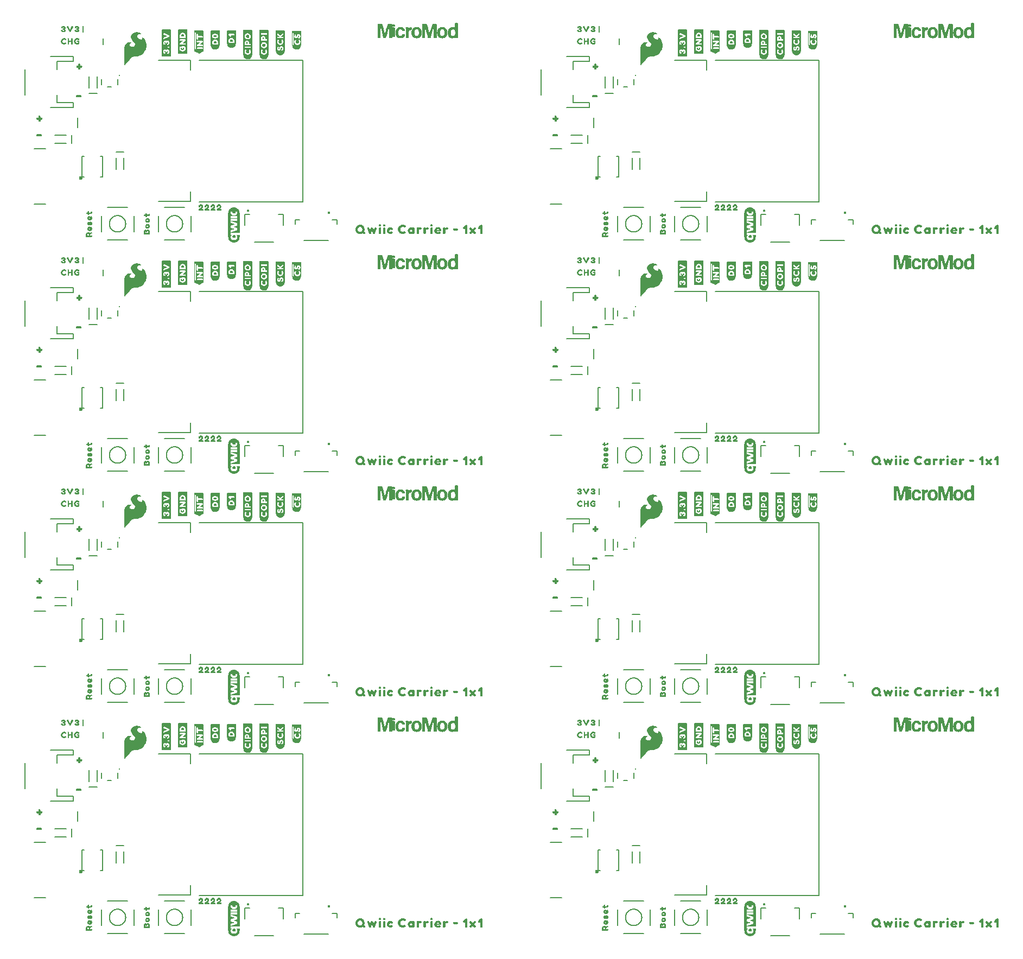
<source format=gto>
G04 EAGLE Gerber RS-274X export*
G75*
%MOMM*%
%FSLAX34Y34*%
%LPD*%
%INSilkscreen Top*%
%IPPOS*%
%AMOC8*
5,1,8,0,0,1.08239X$1,22.5*%
G01*
%ADD10C,0.203200*%
%ADD11C,0.152400*%
%ADD12C,0.600000*%
%ADD13C,0.254000*%
%ADD14C,0.406400*%
%ADD15R,0.720000X0.060000*%
%ADD16R,0.780000X0.060000*%
%ADD17R,0.840000X0.060000*%

G36*
X968715Y641140D02*
X968715Y641140D01*
X968799Y641143D01*
X968800Y641143D01*
X968801Y641143D01*
X968879Y641186D01*
X968952Y641225D01*
X968952Y641226D01*
X968953Y641226D01*
X968957Y641232D01*
X969040Y641340D01*
X969113Y641485D01*
X969469Y641841D01*
X969476Y641852D01*
X969489Y641863D01*
X970089Y642563D01*
X970093Y642570D01*
X970100Y642577D01*
X970792Y643466D01*
X971683Y644456D01*
X971686Y644461D01*
X971692Y644467D01*
X972687Y645660D01*
X973780Y646853D01*
X974979Y648151D01*
X976279Y649551D01*
X976283Y649558D01*
X976290Y649564D01*
X977380Y650852D01*
X978462Y651934D01*
X979437Y652812D01*
X980389Y653478D01*
X981430Y653951D01*
X982451Y654230D01*
X986300Y654230D01*
X986320Y654235D01*
X986347Y654233D01*
X988747Y654533D01*
X988769Y654541D01*
X988800Y654543D01*
X991000Y655143D01*
X991023Y655155D01*
X991056Y655163D01*
X993056Y656063D01*
X993075Y656077D01*
X993103Y656089D01*
X995003Y657289D01*
X995014Y657299D01*
X995031Y657308D01*
X996731Y658608D01*
X996748Y658629D01*
X996777Y658650D01*
X998277Y660250D01*
X998285Y660264D01*
X998300Y660277D01*
X999700Y662077D01*
X999713Y662104D01*
X999738Y662136D01*
X1001638Y665836D01*
X1001646Y665867D01*
X1001666Y665908D01*
X1002666Y669508D01*
X1002668Y669542D01*
X1002680Y669588D01*
X1002880Y673088D01*
X1002874Y673120D01*
X1002876Y673167D01*
X1002376Y676467D01*
X1002365Y676496D01*
X1002358Y676538D01*
X1001358Y679338D01*
X1001344Y679359D01*
X1001334Y679391D01*
X1000034Y681791D01*
X1000008Y681820D01*
X999969Y681879D01*
X998269Y683579D01*
X998239Y683597D01*
X998202Y683632D01*
X996602Y684632D01*
X996536Y684655D01*
X996472Y684683D01*
X996455Y684683D01*
X996438Y684688D01*
X996369Y684679D01*
X996299Y684677D01*
X996284Y684668D01*
X996266Y684666D01*
X996208Y684627D01*
X996147Y684594D01*
X996137Y684579D01*
X996122Y684569D01*
X996087Y684509D01*
X996047Y684452D01*
X996044Y684433D01*
X996036Y684419D01*
X996033Y684380D01*
X996020Y684310D01*
X996020Y683710D01*
X996027Y683680D01*
X996027Y683635D01*
X996113Y683204D01*
X995937Y682144D01*
X995698Y681746D01*
X995283Y681331D01*
X994722Y681090D01*
X994153Y681090D01*
X992838Y681466D01*
X992097Y681837D01*
X990735Y682810D01*
X990058Y683389D01*
X989599Y683848D01*
X989122Y684612D01*
X989119Y684615D01*
X989116Y684621D01*
X988749Y685172D01*
X988572Y685794D01*
X988485Y686310D01*
X988568Y686807D01*
X988747Y687254D01*
X989022Y687804D01*
X989376Y688246D01*
X990114Y688892D01*
X990492Y689081D01*
X990833Y689251D01*
X991567Y689435D01*
X992421Y689530D01*
X993653Y689530D01*
X994008Y689441D01*
X994044Y689441D01*
X994100Y689430D01*
X994200Y689430D01*
X994261Y689444D01*
X994324Y689450D01*
X994345Y689464D01*
X994369Y689469D01*
X994417Y689509D01*
X994470Y689543D01*
X994483Y689564D01*
X994502Y689579D01*
X994528Y689637D01*
X994561Y689690D01*
X994563Y689715D01*
X994573Y689738D01*
X994571Y689800D01*
X994577Y689863D01*
X994568Y689886D01*
X994567Y689911D01*
X994537Y689966D01*
X994514Y690025D01*
X994494Y690044D01*
X994484Y690063D01*
X994453Y690084D01*
X994411Y690126D01*
X994117Y690323D01*
X993421Y690819D01*
X993406Y690825D01*
X993392Y690838D01*
X992192Y691538D01*
X992168Y691546D01*
X992141Y691563D01*
X990641Y692163D01*
X990623Y692166D01*
X990602Y692176D01*
X988802Y692676D01*
X988768Y692678D01*
X988719Y692690D01*
X986719Y692790D01*
X986681Y692783D01*
X986616Y692781D01*
X984416Y692281D01*
X984382Y692264D01*
X984324Y692247D01*
X982024Y691047D01*
X981999Y691026D01*
X981958Y691004D01*
X980258Y689604D01*
X980235Y689573D01*
X980187Y689525D01*
X979087Y687925D01*
X979073Y687890D01*
X979041Y687837D01*
X978441Y686137D01*
X978438Y686102D01*
X978436Y686091D01*
X978427Y686072D01*
X978428Y686050D01*
X978420Y686010D01*
X978420Y684310D01*
X978429Y684272D01*
X978435Y684203D01*
X978935Y682503D01*
X978949Y682478D01*
X978960Y682440D01*
X979860Y680640D01*
X979879Y680617D01*
X979898Y680579D01*
X981198Y678879D01*
X981215Y678865D01*
X981231Y678841D01*
X982922Y677151D01*
X984178Y675701D01*
X984820Y674326D01*
X984820Y673067D01*
X984461Y671902D01*
X983649Y671000D01*
X982539Y670259D01*
X981247Y669890D01*
X979751Y669890D01*
X978711Y670174D01*
X977891Y670447D01*
X977258Y670989D01*
X976713Y671535D01*
X976456Y672048D01*
X976280Y672663D01*
X976280Y673248D01*
X976441Y673731D01*
X976688Y674060D01*
X977054Y674426D01*
X977533Y674809D01*
X977888Y675076D01*
X978341Y675257D01*
X978353Y675265D01*
X978370Y675270D01*
X978614Y675392D01*
X978970Y675570D01*
X978999Y675594D01*
X979069Y675641D01*
X979169Y675741D01*
X979182Y675763D01*
X979202Y675779D01*
X979228Y675836D01*
X979260Y675888D01*
X979263Y675914D01*
X979273Y675938D01*
X979271Y675999D01*
X979277Y676061D01*
X979268Y676085D01*
X979267Y676111D01*
X979237Y676165D01*
X979215Y676223D01*
X979196Y676240D01*
X979184Y676263D01*
X979134Y676298D01*
X979088Y676340D01*
X979063Y676348D01*
X979042Y676363D01*
X978958Y676379D01*
X978922Y676390D01*
X978912Y676388D01*
X978900Y676390D01*
X978862Y676390D01*
X978631Y676467D01*
X978141Y676663D01*
X978106Y676668D01*
X978054Y676686D01*
X977354Y676786D01*
X977330Y676784D01*
X977300Y676790D01*
X975500Y676790D01*
X975470Y676783D01*
X975425Y676783D01*
X974425Y676583D01*
X974415Y676578D01*
X974400Y676577D01*
X973300Y676277D01*
X973283Y676268D01*
X973259Y676263D01*
X972259Y675863D01*
X972232Y675844D01*
X972189Y675826D01*
X971289Y675226D01*
X971268Y675204D01*
X971231Y675179D01*
X970431Y674379D01*
X970420Y674361D01*
X970400Y674343D01*
X969700Y673443D01*
X969689Y673419D01*
X969666Y673392D01*
X969066Y672292D01*
X969057Y672259D01*
X969034Y672214D01*
X968634Y670814D01*
X968633Y670789D01*
X968623Y670757D01*
X968423Y669157D01*
X968424Y669145D01*
X968420Y669130D01*
X968320Y667230D01*
X968322Y667221D01*
X968320Y667210D01*
X968320Y641510D01*
X968340Y641425D01*
X968359Y641343D01*
X968359Y641342D01*
X968359Y641341D01*
X968416Y641273D01*
X968468Y641209D01*
X968469Y641208D01*
X968547Y641173D01*
X968626Y641137D01*
X968627Y641137D01*
X968628Y641137D01*
X968715Y641140D01*
G37*
G36*
X163535Y641140D02*
X163535Y641140D01*
X163619Y641143D01*
X163620Y641143D01*
X163621Y641143D01*
X163699Y641186D01*
X163772Y641225D01*
X163772Y641226D01*
X163773Y641226D01*
X163777Y641232D01*
X163860Y641340D01*
X163933Y641485D01*
X164289Y641841D01*
X164296Y641852D01*
X164309Y641863D01*
X164909Y642563D01*
X164913Y642570D01*
X164920Y642577D01*
X165612Y643466D01*
X166503Y644456D01*
X166506Y644461D01*
X166512Y644467D01*
X167507Y645660D01*
X168600Y646853D01*
X169799Y648151D01*
X171099Y649551D01*
X171103Y649558D01*
X171110Y649564D01*
X172200Y650852D01*
X173282Y651934D01*
X174257Y652812D01*
X175209Y653478D01*
X176250Y653951D01*
X177271Y654230D01*
X181120Y654230D01*
X181140Y654235D01*
X181167Y654233D01*
X183567Y654533D01*
X183589Y654541D01*
X183620Y654543D01*
X185820Y655143D01*
X185843Y655155D01*
X185876Y655163D01*
X187876Y656063D01*
X187895Y656077D01*
X187923Y656089D01*
X189823Y657289D01*
X189834Y657299D01*
X189851Y657308D01*
X191551Y658608D01*
X191568Y658629D01*
X191597Y658650D01*
X193097Y660250D01*
X193105Y660264D01*
X193120Y660277D01*
X194520Y662077D01*
X194533Y662104D01*
X194558Y662136D01*
X196458Y665836D01*
X196466Y665867D01*
X196486Y665908D01*
X197486Y669508D01*
X197488Y669542D01*
X197500Y669588D01*
X197700Y673088D01*
X197694Y673120D01*
X197696Y673167D01*
X197196Y676467D01*
X197185Y676496D01*
X197178Y676538D01*
X196178Y679338D01*
X196164Y679359D01*
X196154Y679391D01*
X194854Y681791D01*
X194828Y681820D01*
X194789Y681879D01*
X193089Y683579D01*
X193059Y683597D01*
X193022Y683632D01*
X191422Y684632D01*
X191356Y684655D01*
X191292Y684683D01*
X191275Y684683D01*
X191258Y684688D01*
X191189Y684679D01*
X191119Y684677D01*
X191104Y684668D01*
X191086Y684666D01*
X191028Y684627D01*
X190967Y684594D01*
X190957Y684579D01*
X190942Y684569D01*
X190907Y684509D01*
X190867Y684452D01*
X190864Y684433D01*
X190856Y684419D01*
X190853Y684380D01*
X190840Y684310D01*
X190840Y683710D01*
X190847Y683680D01*
X190847Y683635D01*
X190933Y683204D01*
X190757Y682144D01*
X190518Y681746D01*
X190103Y681331D01*
X189542Y681090D01*
X188973Y681090D01*
X187658Y681466D01*
X186917Y681837D01*
X185555Y682810D01*
X184878Y683389D01*
X184419Y683848D01*
X183942Y684612D01*
X183939Y684615D01*
X183936Y684621D01*
X183569Y685172D01*
X183392Y685794D01*
X183305Y686310D01*
X183388Y686807D01*
X183567Y687254D01*
X183842Y687804D01*
X184196Y688246D01*
X184934Y688892D01*
X185312Y689081D01*
X185653Y689251D01*
X186387Y689435D01*
X187241Y689530D01*
X188473Y689530D01*
X188828Y689441D01*
X188864Y689441D01*
X188920Y689430D01*
X189020Y689430D01*
X189081Y689444D01*
X189144Y689450D01*
X189165Y689464D01*
X189189Y689469D01*
X189237Y689509D01*
X189290Y689543D01*
X189303Y689564D01*
X189322Y689579D01*
X189348Y689637D01*
X189381Y689690D01*
X189383Y689715D01*
X189393Y689738D01*
X189391Y689800D01*
X189397Y689863D01*
X189388Y689886D01*
X189387Y689911D01*
X189357Y689966D01*
X189334Y690025D01*
X189314Y690044D01*
X189304Y690063D01*
X189273Y690084D01*
X189231Y690126D01*
X188937Y690323D01*
X188241Y690819D01*
X188226Y690825D01*
X188212Y690838D01*
X187012Y691538D01*
X186988Y691546D01*
X186961Y691563D01*
X185461Y692163D01*
X185443Y692166D01*
X185422Y692176D01*
X183622Y692676D01*
X183588Y692678D01*
X183539Y692690D01*
X181539Y692790D01*
X181501Y692783D01*
X181436Y692781D01*
X179236Y692281D01*
X179202Y692264D01*
X179144Y692247D01*
X176844Y691047D01*
X176819Y691026D01*
X176778Y691004D01*
X175078Y689604D01*
X175055Y689573D01*
X175007Y689525D01*
X173907Y687925D01*
X173893Y687890D01*
X173861Y687837D01*
X173261Y686137D01*
X173258Y686102D01*
X173256Y686091D01*
X173247Y686072D01*
X173248Y686050D01*
X173240Y686010D01*
X173240Y684310D01*
X173249Y684272D01*
X173255Y684203D01*
X173755Y682503D01*
X173769Y682478D01*
X173780Y682440D01*
X174680Y680640D01*
X174699Y680617D01*
X174718Y680579D01*
X176018Y678879D01*
X176035Y678865D01*
X176051Y678841D01*
X177742Y677151D01*
X178998Y675701D01*
X179640Y674326D01*
X179640Y673067D01*
X179281Y671902D01*
X178469Y671000D01*
X177359Y670259D01*
X176067Y669890D01*
X174571Y669890D01*
X173531Y670174D01*
X172711Y670447D01*
X172078Y670989D01*
X171533Y671535D01*
X171276Y672048D01*
X171100Y672663D01*
X171100Y673248D01*
X171261Y673731D01*
X171508Y674060D01*
X171874Y674426D01*
X172353Y674809D01*
X172708Y675076D01*
X173161Y675257D01*
X173173Y675265D01*
X173190Y675270D01*
X173434Y675392D01*
X173790Y675570D01*
X173819Y675594D01*
X173889Y675641D01*
X173989Y675741D01*
X174002Y675763D01*
X174022Y675779D01*
X174048Y675836D01*
X174080Y675888D01*
X174083Y675914D01*
X174093Y675938D01*
X174091Y675999D01*
X174097Y676061D01*
X174088Y676085D01*
X174087Y676111D01*
X174057Y676165D01*
X174035Y676223D01*
X174016Y676240D01*
X174004Y676263D01*
X173954Y676298D01*
X173908Y676340D01*
X173883Y676348D01*
X173862Y676363D01*
X173778Y676379D01*
X173742Y676390D01*
X173732Y676388D01*
X173720Y676390D01*
X173682Y676390D01*
X173451Y676467D01*
X172961Y676663D01*
X172926Y676668D01*
X172874Y676686D01*
X172174Y676786D01*
X172150Y676784D01*
X172120Y676790D01*
X170320Y676790D01*
X170290Y676783D01*
X170245Y676783D01*
X169245Y676583D01*
X169235Y676578D01*
X169220Y676577D01*
X168120Y676277D01*
X168103Y676268D01*
X168079Y676263D01*
X167079Y675863D01*
X167052Y675844D01*
X167009Y675826D01*
X166109Y675226D01*
X166088Y675204D01*
X166051Y675179D01*
X165251Y674379D01*
X165240Y674361D01*
X165220Y674343D01*
X164520Y673443D01*
X164509Y673419D01*
X164486Y673392D01*
X163886Y672292D01*
X163877Y672259D01*
X163854Y672214D01*
X163454Y670814D01*
X163453Y670789D01*
X163443Y670757D01*
X163243Y669157D01*
X163244Y669145D01*
X163240Y669130D01*
X163140Y667230D01*
X163142Y667221D01*
X163140Y667210D01*
X163140Y641510D01*
X163160Y641425D01*
X163179Y641343D01*
X163179Y641342D01*
X163179Y641341D01*
X163236Y641273D01*
X163288Y641209D01*
X163289Y641208D01*
X163367Y641173D01*
X163446Y641137D01*
X163447Y641137D01*
X163448Y641137D01*
X163535Y641140D01*
G37*
G36*
X968715Y1001820D02*
X968715Y1001820D01*
X968799Y1001823D01*
X968800Y1001823D01*
X968801Y1001823D01*
X968879Y1001866D01*
X968952Y1001905D01*
X968952Y1001906D01*
X968953Y1001906D01*
X968957Y1001912D01*
X969040Y1002020D01*
X969113Y1002165D01*
X969469Y1002521D01*
X969476Y1002532D01*
X969489Y1002543D01*
X970089Y1003243D01*
X970093Y1003250D01*
X970100Y1003257D01*
X970792Y1004146D01*
X971683Y1005136D01*
X971686Y1005141D01*
X971692Y1005147D01*
X972687Y1006340D01*
X973780Y1007533D01*
X974979Y1008831D01*
X976279Y1010231D01*
X976283Y1010238D01*
X976290Y1010244D01*
X977380Y1011532D01*
X978462Y1012614D01*
X979437Y1013492D01*
X980389Y1014158D01*
X981430Y1014631D01*
X982451Y1014910D01*
X986300Y1014910D01*
X986320Y1014915D01*
X986347Y1014913D01*
X988747Y1015213D01*
X988769Y1015221D01*
X988800Y1015223D01*
X991000Y1015823D01*
X991023Y1015835D01*
X991056Y1015843D01*
X993056Y1016743D01*
X993075Y1016757D01*
X993103Y1016769D01*
X995003Y1017969D01*
X995014Y1017979D01*
X995031Y1017988D01*
X996731Y1019288D01*
X996748Y1019309D01*
X996777Y1019330D01*
X998277Y1020930D01*
X998285Y1020944D01*
X998300Y1020957D01*
X999700Y1022757D01*
X999713Y1022784D01*
X999738Y1022816D01*
X1001638Y1026516D01*
X1001646Y1026547D01*
X1001666Y1026588D01*
X1002666Y1030188D01*
X1002668Y1030222D01*
X1002680Y1030268D01*
X1002880Y1033768D01*
X1002874Y1033800D01*
X1002876Y1033847D01*
X1002376Y1037147D01*
X1002365Y1037176D01*
X1002358Y1037218D01*
X1001358Y1040018D01*
X1001344Y1040039D01*
X1001334Y1040071D01*
X1000034Y1042471D01*
X1000008Y1042500D01*
X999969Y1042559D01*
X998269Y1044259D01*
X998239Y1044277D01*
X998202Y1044312D01*
X996602Y1045312D01*
X996536Y1045335D01*
X996472Y1045363D01*
X996455Y1045363D01*
X996438Y1045368D01*
X996369Y1045359D01*
X996299Y1045357D01*
X996284Y1045348D01*
X996266Y1045346D01*
X996208Y1045307D01*
X996147Y1045274D01*
X996137Y1045259D01*
X996122Y1045249D01*
X996087Y1045189D01*
X996047Y1045132D01*
X996044Y1045113D01*
X996036Y1045099D01*
X996033Y1045060D01*
X996020Y1044990D01*
X996020Y1044390D01*
X996027Y1044360D01*
X996027Y1044315D01*
X996113Y1043884D01*
X995937Y1042824D01*
X995698Y1042426D01*
X995283Y1042011D01*
X994722Y1041770D01*
X994153Y1041770D01*
X992838Y1042146D01*
X992097Y1042517D01*
X990735Y1043490D01*
X990058Y1044069D01*
X989599Y1044528D01*
X989122Y1045292D01*
X989119Y1045295D01*
X989116Y1045301D01*
X988749Y1045852D01*
X988572Y1046474D01*
X988485Y1046990D01*
X988568Y1047487D01*
X988747Y1047934D01*
X989022Y1048484D01*
X989376Y1048926D01*
X990114Y1049572D01*
X990492Y1049761D01*
X990833Y1049931D01*
X991567Y1050115D01*
X992421Y1050210D01*
X993653Y1050210D01*
X994008Y1050121D01*
X994044Y1050121D01*
X994100Y1050110D01*
X994200Y1050110D01*
X994261Y1050124D01*
X994324Y1050130D01*
X994345Y1050144D01*
X994369Y1050149D01*
X994417Y1050189D01*
X994470Y1050223D01*
X994483Y1050244D01*
X994502Y1050259D01*
X994528Y1050317D01*
X994561Y1050370D01*
X994563Y1050395D01*
X994573Y1050418D01*
X994571Y1050480D01*
X994577Y1050543D01*
X994568Y1050566D01*
X994567Y1050591D01*
X994537Y1050646D01*
X994514Y1050705D01*
X994494Y1050724D01*
X994484Y1050743D01*
X994453Y1050764D01*
X994411Y1050806D01*
X994117Y1051003D01*
X993421Y1051499D01*
X993406Y1051505D01*
X993392Y1051518D01*
X992192Y1052218D01*
X992168Y1052226D01*
X992141Y1052243D01*
X990641Y1052843D01*
X990623Y1052846D01*
X990602Y1052856D01*
X988802Y1053356D01*
X988768Y1053358D01*
X988719Y1053370D01*
X986719Y1053470D01*
X986681Y1053463D01*
X986616Y1053461D01*
X984416Y1052961D01*
X984382Y1052944D01*
X984324Y1052927D01*
X982024Y1051727D01*
X981999Y1051706D01*
X981958Y1051684D01*
X980258Y1050284D01*
X980235Y1050253D01*
X980187Y1050205D01*
X979087Y1048605D01*
X979073Y1048570D01*
X979041Y1048517D01*
X978441Y1046817D01*
X978438Y1046782D01*
X978436Y1046771D01*
X978427Y1046752D01*
X978428Y1046730D01*
X978420Y1046690D01*
X978420Y1044990D01*
X978429Y1044952D01*
X978435Y1044883D01*
X978935Y1043183D01*
X978949Y1043158D01*
X978960Y1043120D01*
X979860Y1041320D01*
X979879Y1041297D01*
X979898Y1041259D01*
X981198Y1039559D01*
X981215Y1039545D01*
X981231Y1039521D01*
X982922Y1037831D01*
X984178Y1036381D01*
X984820Y1035006D01*
X984820Y1033747D01*
X984461Y1032582D01*
X983649Y1031680D01*
X982539Y1030939D01*
X981247Y1030570D01*
X979751Y1030570D01*
X978711Y1030854D01*
X977891Y1031127D01*
X977258Y1031669D01*
X976713Y1032215D01*
X976456Y1032728D01*
X976280Y1033343D01*
X976280Y1033928D01*
X976441Y1034411D01*
X976688Y1034740D01*
X977054Y1035106D01*
X977533Y1035489D01*
X977888Y1035756D01*
X978341Y1035937D01*
X978353Y1035945D01*
X978370Y1035950D01*
X978614Y1036072D01*
X978970Y1036250D01*
X978999Y1036274D01*
X979069Y1036321D01*
X979169Y1036421D01*
X979182Y1036443D01*
X979202Y1036459D01*
X979228Y1036516D01*
X979260Y1036568D01*
X979263Y1036594D01*
X979273Y1036618D01*
X979271Y1036679D01*
X979277Y1036741D01*
X979268Y1036765D01*
X979267Y1036791D01*
X979237Y1036845D01*
X979215Y1036903D01*
X979196Y1036920D01*
X979184Y1036943D01*
X979134Y1036978D01*
X979088Y1037020D01*
X979063Y1037028D01*
X979042Y1037043D01*
X978958Y1037059D01*
X978922Y1037070D01*
X978912Y1037068D01*
X978900Y1037070D01*
X978862Y1037070D01*
X978631Y1037147D01*
X978141Y1037343D01*
X978106Y1037348D01*
X978054Y1037366D01*
X977354Y1037466D01*
X977330Y1037464D01*
X977300Y1037470D01*
X975500Y1037470D01*
X975470Y1037463D01*
X975425Y1037463D01*
X974425Y1037263D01*
X974415Y1037258D01*
X974400Y1037257D01*
X973300Y1036957D01*
X973283Y1036948D01*
X973259Y1036943D01*
X972259Y1036543D01*
X972232Y1036524D01*
X972189Y1036506D01*
X971289Y1035906D01*
X971268Y1035884D01*
X971231Y1035859D01*
X970431Y1035059D01*
X970420Y1035041D01*
X970400Y1035023D01*
X969700Y1034123D01*
X969689Y1034099D01*
X969666Y1034072D01*
X969066Y1032972D01*
X969057Y1032939D01*
X969034Y1032894D01*
X968634Y1031494D01*
X968633Y1031469D01*
X968623Y1031437D01*
X968423Y1029837D01*
X968424Y1029825D01*
X968420Y1029810D01*
X968320Y1027910D01*
X968322Y1027901D01*
X968320Y1027890D01*
X968320Y1002190D01*
X968340Y1002105D01*
X968359Y1002023D01*
X968359Y1002022D01*
X968359Y1002021D01*
X968416Y1001953D01*
X968468Y1001889D01*
X968469Y1001888D01*
X968547Y1001853D01*
X968626Y1001817D01*
X968627Y1001817D01*
X968628Y1001817D01*
X968715Y1001820D01*
G37*
G36*
X968715Y280460D02*
X968715Y280460D01*
X968799Y280463D01*
X968800Y280463D01*
X968801Y280463D01*
X968879Y280506D01*
X968952Y280545D01*
X968952Y280546D01*
X968953Y280546D01*
X968957Y280552D01*
X969040Y280660D01*
X969113Y280805D01*
X969469Y281161D01*
X969476Y281172D01*
X969489Y281183D01*
X970089Y281883D01*
X970093Y281890D01*
X970100Y281897D01*
X970792Y282786D01*
X971683Y283776D01*
X971686Y283781D01*
X971692Y283787D01*
X972687Y284980D01*
X973780Y286173D01*
X974979Y287471D01*
X976279Y288871D01*
X976283Y288878D01*
X976290Y288884D01*
X977380Y290172D01*
X978462Y291254D01*
X979437Y292132D01*
X980389Y292798D01*
X981429Y293271D01*
X982451Y293550D01*
X986300Y293550D01*
X986320Y293555D01*
X986347Y293553D01*
X988747Y293853D01*
X988769Y293861D01*
X988800Y293863D01*
X991000Y294463D01*
X991023Y294475D01*
X991056Y294483D01*
X993056Y295383D01*
X993075Y295397D01*
X993103Y295409D01*
X995003Y296609D01*
X995014Y296619D01*
X995031Y296628D01*
X996731Y297928D01*
X996748Y297949D01*
X996777Y297970D01*
X998277Y299570D01*
X998285Y299584D01*
X998300Y299597D01*
X999700Y301397D01*
X999713Y301424D01*
X999738Y301456D01*
X1001638Y305156D01*
X1001646Y305187D01*
X1001666Y305228D01*
X1002666Y308828D01*
X1002668Y308862D01*
X1002680Y308908D01*
X1002880Y312408D01*
X1002874Y312440D01*
X1002876Y312487D01*
X1002376Y315787D01*
X1002365Y315816D01*
X1002358Y315858D01*
X1001358Y318658D01*
X1001344Y318679D01*
X1001334Y318711D01*
X1000034Y321111D01*
X1000008Y321140D01*
X999969Y321199D01*
X998269Y322899D01*
X998239Y322917D01*
X998202Y322952D01*
X996602Y323952D01*
X996536Y323975D01*
X996472Y324003D01*
X996455Y324003D01*
X996438Y324008D01*
X996369Y323999D01*
X996299Y323997D01*
X996284Y323988D01*
X996266Y323986D01*
X996208Y323947D01*
X996147Y323914D01*
X996137Y323899D01*
X996122Y323889D01*
X996087Y323829D01*
X996047Y323772D01*
X996044Y323753D01*
X996036Y323739D01*
X996033Y323700D01*
X996020Y323630D01*
X996020Y323030D01*
X996027Y323000D01*
X996027Y322955D01*
X996113Y322524D01*
X995937Y321464D01*
X995698Y321066D01*
X995283Y320651D01*
X994722Y320410D01*
X994153Y320410D01*
X992838Y320786D01*
X992097Y321157D01*
X990735Y322130D01*
X990058Y322709D01*
X989599Y323168D01*
X989122Y323932D01*
X989119Y323935D01*
X989116Y323941D01*
X988749Y324492D01*
X988572Y325114D01*
X988485Y325630D01*
X988568Y326127D01*
X988747Y326574D01*
X989022Y327124D01*
X989376Y327566D01*
X990114Y328212D01*
X990492Y328401D01*
X990833Y328571D01*
X991567Y328755D01*
X992421Y328850D01*
X993653Y328850D01*
X994008Y328761D01*
X994044Y328761D01*
X994100Y328750D01*
X994200Y328750D01*
X994261Y328764D01*
X994324Y328770D01*
X994345Y328784D01*
X994369Y328789D01*
X994417Y328829D01*
X994470Y328863D01*
X994483Y328884D01*
X994502Y328899D01*
X994528Y328957D01*
X994561Y329010D01*
X994563Y329035D01*
X994573Y329058D01*
X994571Y329120D01*
X994577Y329183D01*
X994568Y329206D01*
X994567Y329231D01*
X994537Y329286D01*
X994514Y329345D01*
X994494Y329364D01*
X994484Y329383D01*
X994453Y329404D01*
X994411Y329446D01*
X994117Y329643D01*
X993421Y330139D01*
X993406Y330145D01*
X993392Y330158D01*
X992192Y330858D01*
X992168Y330866D01*
X992141Y330883D01*
X990641Y331483D01*
X990623Y331486D01*
X990602Y331496D01*
X988802Y331996D01*
X988768Y331998D01*
X988719Y332010D01*
X986719Y332110D01*
X986681Y332103D01*
X986616Y332101D01*
X984416Y331601D01*
X984382Y331584D01*
X984324Y331567D01*
X982024Y330367D01*
X981999Y330346D01*
X981958Y330324D01*
X980258Y328924D01*
X980235Y328893D01*
X980187Y328845D01*
X979087Y327245D01*
X979073Y327210D01*
X979041Y327157D01*
X978441Y325457D01*
X978438Y325422D01*
X978436Y325411D01*
X978427Y325392D01*
X978428Y325370D01*
X978420Y325330D01*
X978420Y323630D01*
X978429Y323592D01*
X978435Y323523D01*
X978935Y321823D01*
X978949Y321798D01*
X978960Y321760D01*
X979860Y319960D01*
X979879Y319937D01*
X979898Y319899D01*
X981198Y318199D01*
X981215Y318185D01*
X981231Y318161D01*
X982922Y316471D01*
X984178Y315021D01*
X984820Y313646D01*
X984820Y312387D01*
X984461Y311222D01*
X983649Y310320D01*
X982539Y309579D01*
X981247Y309210D01*
X979751Y309210D01*
X978711Y309494D01*
X977891Y309767D01*
X977258Y310309D01*
X976713Y310855D01*
X976456Y311368D01*
X976280Y311983D01*
X976280Y312568D01*
X976441Y313051D01*
X976688Y313380D01*
X977054Y313746D01*
X977533Y314129D01*
X977888Y314396D01*
X978341Y314577D01*
X978353Y314585D01*
X978370Y314590D01*
X978614Y314712D01*
X978970Y314890D01*
X978999Y314914D01*
X979069Y314961D01*
X979169Y315061D01*
X979182Y315083D01*
X979202Y315099D01*
X979228Y315156D01*
X979260Y315208D01*
X979263Y315234D01*
X979273Y315258D01*
X979271Y315319D01*
X979277Y315381D01*
X979268Y315405D01*
X979267Y315431D01*
X979237Y315485D01*
X979215Y315543D01*
X979196Y315560D01*
X979184Y315583D01*
X979134Y315618D01*
X979088Y315660D01*
X979063Y315668D01*
X979042Y315683D01*
X978958Y315699D01*
X978922Y315710D01*
X978912Y315708D01*
X978900Y315710D01*
X978862Y315710D01*
X978631Y315787D01*
X978141Y315983D01*
X978106Y315988D01*
X978054Y316006D01*
X977354Y316106D01*
X977330Y316104D01*
X977300Y316110D01*
X975500Y316110D01*
X975470Y316103D01*
X975425Y316103D01*
X974425Y315903D01*
X974415Y315898D01*
X974400Y315897D01*
X973300Y315597D01*
X973283Y315588D01*
X973259Y315583D01*
X972259Y315183D01*
X972232Y315164D01*
X972189Y315146D01*
X971289Y314546D01*
X971268Y314524D01*
X971231Y314499D01*
X970431Y313699D01*
X970420Y313681D01*
X970400Y313663D01*
X969700Y312763D01*
X969689Y312739D01*
X969666Y312712D01*
X969066Y311612D01*
X969057Y311579D01*
X969034Y311534D01*
X968634Y310134D01*
X968633Y310109D01*
X968623Y310077D01*
X968423Y308477D01*
X968424Y308465D01*
X968420Y308450D01*
X968320Y306550D01*
X968322Y306541D01*
X968320Y306530D01*
X968320Y280830D01*
X968340Y280745D01*
X968359Y280663D01*
X968359Y280662D01*
X968359Y280661D01*
X968416Y280593D01*
X968468Y280529D01*
X968469Y280528D01*
X968547Y280493D01*
X968626Y280457D01*
X968627Y280457D01*
X968628Y280457D01*
X968715Y280460D01*
G37*
G36*
X163535Y280460D02*
X163535Y280460D01*
X163619Y280463D01*
X163620Y280463D01*
X163621Y280463D01*
X163699Y280506D01*
X163772Y280545D01*
X163772Y280546D01*
X163773Y280546D01*
X163777Y280552D01*
X163860Y280660D01*
X163933Y280805D01*
X164289Y281161D01*
X164296Y281172D01*
X164309Y281183D01*
X164909Y281883D01*
X164913Y281890D01*
X164920Y281897D01*
X165612Y282786D01*
X166503Y283776D01*
X166506Y283781D01*
X166512Y283787D01*
X167507Y284980D01*
X168600Y286173D01*
X169799Y287471D01*
X171099Y288871D01*
X171103Y288878D01*
X171110Y288884D01*
X172200Y290172D01*
X173282Y291254D01*
X174257Y292132D01*
X175209Y292798D01*
X176249Y293271D01*
X177271Y293550D01*
X181120Y293550D01*
X181140Y293555D01*
X181167Y293553D01*
X183567Y293853D01*
X183589Y293861D01*
X183620Y293863D01*
X185820Y294463D01*
X185843Y294475D01*
X185876Y294483D01*
X187876Y295383D01*
X187895Y295397D01*
X187923Y295409D01*
X189823Y296609D01*
X189834Y296619D01*
X189851Y296628D01*
X191551Y297928D01*
X191568Y297949D01*
X191597Y297970D01*
X193097Y299570D01*
X193105Y299584D01*
X193120Y299597D01*
X194520Y301397D01*
X194533Y301424D01*
X194558Y301456D01*
X196458Y305156D01*
X196466Y305187D01*
X196486Y305228D01*
X197486Y308828D01*
X197488Y308862D01*
X197500Y308908D01*
X197700Y312408D01*
X197694Y312440D01*
X197696Y312487D01*
X197196Y315787D01*
X197185Y315816D01*
X197178Y315858D01*
X196178Y318658D01*
X196164Y318679D01*
X196154Y318711D01*
X194854Y321111D01*
X194828Y321140D01*
X194789Y321199D01*
X193089Y322899D01*
X193059Y322917D01*
X193022Y322952D01*
X191422Y323952D01*
X191356Y323975D01*
X191292Y324003D01*
X191275Y324003D01*
X191258Y324008D01*
X191189Y323999D01*
X191119Y323997D01*
X191104Y323988D01*
X191086Y323986D01*
X191028Y323947D01*
X190967Y323914D01*
X190957Y323899D01*
X190942Y323889D01*
X190907Y323829D01*
X190867Y323772D01*
X190864Y323753D01*
X190856Y323739D01*
X190853Y323700D01*
X190840Y323630D01*
X190840Y323030D01*
X190847Y323000D01*
X190847Y322955D01*
X190933Y322524D01*
X190757Y321464D01*
X190518Y321066D01*
X190103Y320651D01*
X189542Y320410D01*
X188973Y320410D01*
X187658Y320786D01*
X186917Y321157D01*
X185555Y322130D01*
X184878Y322709D01*
X184419Y323168D01*
X183942Y323932D01*
X183939Y323935D01*
X183936Y323941D01*
X183569Y324492D01*
X183392Y325114D01*
X183305Y325630D01*
X183388Y326127D01*
X183567Y326574D01*
X183842Y327124D01*
X184196Y327566D01*
X184934Y328212D01*
X185312Y328401D01*
X185653Y328571D01*
X186387Y328755D01*
X187241Y328850D01*
X188473Y328850D01*
X188828Y328761D01*
X188864Y328761D01*
X188920Y328750D01*
X189020Y328750D01*
X189081Y328764D01*
X189144Y328770D01*
X189165Y328784D01*
X189189Y328789D01*
X189237Y328829D01*
X189290Y328863D01*
X189303Y328884D01*
X189322Y328899D01*
X189348Y328957D01*
X189381Y329010D01*
X189383Y329035D01*
X189393Y329058D01*
X189391Y329120D01*
X189397Y329183D01*
X189388Y329206D01*
X189387Y329231D01*
X189357Y329286D01*
X189334Y329345D01*
X189314Y329364D01*
X189304Y329383D01*
X189273Y329404D01*
X189231Y329446D01*
X188937Y329643D01*
X188241Y330139D01*
X188226Y330145D01*
X188212Y330158D01*
X187012Y330858D01*
X186988Y330866D01*
X186961Y330883D01*
X185461Y331483D01*
X185443Y331486D01*
X185422Y331496D01*
X183622Y331996D01*
X183588Y331998D01*
X183539Y332010D01*
X181539Y332110D01*
X181501Y332103D01*
X181436Y332101D01*
X179236Y331601D01*
X179202Y331584D01*
X179144Y331567D01*
X176844Y330367D01*
X176819Y330346D01*
X176778Y330324D01*
X175078Y328924D01*
X175055Y328893D01*
X175007Y328845D01*
X173907Y327245D01*
X173893Y327210D01*
X173861Y327157D01*
X173261Y325457D01*
X173258Y325422D01*
X173256Y325411D01*
X173247Y325392D01*
X173248Y325370D01*
X173240Y325330D01*
X173240Y323630D01*
X173249Y323592D01*
X173255Y323523D01*
X173755Y321823D01*
X173769Y321798D01*
X173780Y321760D01*
X174680Y319960D01*
X174699Y319937D01*
X174718Y319899D01*
X176018Y318199D01*
X176035Y318185D01*
X176051Y318161D01*
X177742Y316471D01*
X178998Y315021D01*
X179640Y313646D01*
X179640Y312387D01*
X179281Y311222D01*
X178469Y310320D01*
X177359Y309579D01*
X176067Y309210D01*
X174571Y309210D01*
X173531Y309494D01*
X172711Y309767D01*
X172078Y310309D01*
X171533Y310855D01*
X171276Y311368D01*
X171100Y311983D01*
X171100Y312568D01*
X171261Y313051D01*
X171508Y313380D01*
X171874Y313746D01*
X172353Y314129D01*
X172708Y314396D01*
X173161Y314577D01*
X173173Y314585D01*
X173190Y314590D01*
X173434Y314712D01*
X173790Y314890D01*
X173819Y314914D01*
X173889Y314961D01*
X173989Y315061D01*
X174002Y315083D01*
X174022Y315099D01*
X174048Y315156D01*
X174080Y315208D01*
X174083Y315234D01*
X174093Y315258D01*
X174091Y315319D01*
X174097Y315381D01*
X174088Y315405D01*
X174087Y315431D01*
X174057Y315485D01*
X174035Y315543D01*
X174016Y315560D01*
X174004Y315583D01*
X173954Y315618D01*
X173908Y315660D01*
X173883Y315668D01*
X173862Y315683D01*
X173778Y315699D01*
X173742Y315710D01*
X173732Y315708D01*
X173720Y315710D01*
X173682Y315710D01*
X173451Y315787D01*
X172961Y315983D01*
X172926Y315988D01*
X172874Y316006D01*
X172174Y316106D01*
X172150Y316104D01*
X172120Y316110D01*
X170320Y316110D01*
X170290Y316103D01*
X170245Y316103D01*
X169245Y315903D01*
X169235Y315898D01*
X169220Y315897D01*
X168120Y315597D01*
X168103Y315588D01*
X168079Y315583D01*
X167079Y315183D01*
X167052Y315164D01*
X167009Y315146D01*
X166109Y314546D01*
X166088Y314524D01*
X166051Y314499D01*
X165251Y313699D01*
X165240Y313681D01*
X165220Y313663D01*
X164520Y312763D01*
X164509Y312739D01*
X164486Y312712D01*
X163886Y311612D01*
X163877Y311579D01*
X163854Y311534D01*
X163454Y310134D01*
X163453Y310109D01*
X163443Y310077D01*
X163243Y308477D01*
X163244Y308465D01*
X163240Y308450D01*
X163140Y306550D01*
X163142Y306541D01*
X163140Y306530D01*
X163140Y280830D01*
X163160Y280745D01*
X163179Y280663D01*
X163179Y280662D01*
X163179Y280661D01*
X163236Y280593D01*
X163288Y280529D01*
X163289Y280528D01*
X163367Y280493D01*
X163446Y280457D01*
X163447Y280457D01*
X163448Y280457D01*
X163535Y280460D01*
G37*
G36*
X968715Y1362500D02*
X968715Y1362500D01*
X968799Y1362503D01*
X968800Y1362503D01*
X968801Y1362503D01*
X968879Y1362546D01*
X968952Y1362585D01*
X968952Y1362586D01*
X968953Y1362586D01*
X968957Y1362592D01*
X969040Y1362700D01*
X969113Y1362845D01*
X969469Y1363201D01*
X969476Y1363212D01*
X969489Y1363223D01*
X970089Y1363923D01*
X970093Y1363930D01*
X970100Y1363937D01*
X970792Y1364826D01*
X971683Y1365816D01*
X971686Y1365821D01*
X971692Y1365827D01*
X972687Y1367020D01*
X973780Y1368213D01*
X974979Y1369511D01*
X976279Y1370911D01*
X976283Y1370918D01*
X976290Y1370924D01*
X977380Y1372212D01*
X978462Y1373294D01*
X979437Y1374172D01*
X980389Y1374838D01*
X981429Y1375311D01*
X982451Y1375590D01*
X986300Y1375590D01*
X986320Y1375595D01*
X986347Y1375593D01*
X988747Y1375893D01*
X988769Y1375901D01*
X988800Y1375903D01*
X991000Y1376503D01*
X991023Y1376515D01*
X991056Y1376523D01*
X993056Y1377423D01*
X993075Y1377437D01*
X993103Y1377449D01*
X995003Y1378649D01*
X995014Y1378659D01*
X995031Y1378668D01*
X996731Y1379968D01*
X996748Y1379989D01*
X996777Y1380010D01*
X998277Y1381610D01*
X998285Y1381624D01*
X998300Y1381637D01*
X999700Y1383437D01*
X999713Y1383464D01*
X999738Y1383496D01*
X1001638Y1387196D01*
X1001646Y1387227D01*
X1001666Y1387268D01*
X1002666Y1390868D01*
X1002668Y1390902D01*
X1002680Y1390948D01*
X1002880Y1394448D01*
X1002874Y1394480D01*
X1002876Y1394527D01*
X1002376Y1397827D01*
X1002365Y1397856D01*
X1002358Y1397898D01*
X1001358Y1400698D01*
X1001344Y1400719D01*
X1001334Y1400751D01*
X1000034Y1403151D01*
X1000008Y1403180D01*
X999969Y1403239D01*
X998269Y1404939D01*
X998239Y1404957D01*
X998202Y1404992D01*
X996602Y1405992D01*
X996536Y1406015D01*
X996472Y1406043D01*
X996455Y1406043D01*
X996438Y1406048D01*
X996369Y1406039D01*
X996299Y1406037D01*
X996284Y1406028D01*
X996266Y1406026D01*
X996208Y1405987D01*
X996147Y1405954D01*
X996137Y1405939D01*
X996122Y1405929D01*
X996087Y1405869D01*
X996047Y1405812D01*
X996044Y1405793D01*
X996036Y1405779D01*
X996033Y1405740D01*
X996020Y1405670D01*
X996020Y1405070D01*
X996027Y1405040D01*
X996027Y1404995D01*
X996113Y1404564D01*
X995937Y1403504D01*
X995698Y1403106D01*
X995283Y1402691D01*
X994722Y1402450D01*
X994153Y1402450D01*
X992838Y1402826D01*
X992097Y1403197D01*
X990735Y1404170D01*
X990058Y1404749D01*
X989599Y1405208D01*
X989122Y1405972D01*
X989119Y1405975D01*
X989116Y1405981D01*
X988749Y1406532D01*
X988572Y1407154D01*
X988485Y1407670D01*
X988568Y1408167D01*
X988747Y1408614D01*
X989022Y1409164D01*
X989376Y1409606D01*
X990114Y1410252D01*
X990492Y1410441D01*
X990833Y1410611D01*
X991567Y1410795D01*
X992421Y1410890D01*
X993653Y1410890D01*
X994008Y1410801D01*
X994044Y1410801D01*
X994100Y1410790D01*
X994200Y1410790D01*
X994261Y1410804D01*
X994324Y1410810D01*
X994345Y1410824D01*
X994369Y1410829D01*
X994417Y1410869D01*
X994470Y1410903D01*
X994483Y1410924D01*
X994502Y1410939D01*
X994528Y1410997D01*
X994561Y1411050D01*
X994563Y1411075D01*
X994573Y1411098D01*
X994571Y1411160D01*
X994577Y1411223D01*
X994568Y1411246D01*
X994567Y1411271D01*
X994537Y1411326D01*
X994514Y1411385D01*
X994494Y1411404D01*
X994484Y1411423D01*
X994453Y1411444D01*
X994411Y1411486D01*
X994117Y1411683D01*
X993421Y1412179D01*
X993406Y1412185D01*
X993392Y1412198D01*
X992192Y1412898D01*
X992168Y1412906D01*
X992141Y1412923D01*
X990641Y1413523D01*
X990623Y1413526D01*
X990602Y1413536D01*
X988802Y1414036D01*
X988768Y1414038D01*
X988719Y1414050D01*
X986719Y1414150D01*
X986681Y1414143D01*
X986616Y1414141D01*
X984416Y1413641D01*
X984382Y1413624D01*
X984324Y1413607D01*
X982024Y1412407D01*
X981999Y1412386D01*
X981958Y1412364D01*
X980258Y1410964D01*
X980235Y1410933D01*
X980187Y1410885D01*
X979087Y1409285D01*
X979073Y1409250D01*
X979041Y1409197D01*
X978441Y1407497D01*
X978438Y1407462D01*
X978436Y1407451D01*
X978427Y1407432D01*
X978428Y1407410D01*
X978420Y1407370D01*
X978420Y1405670D01*
X978429Y1405632D01*
X978435Y1405563D01*
X978935Y1403863D01*
X978949Y1403838D01*
X978960Y1403800D01*
X979860Y1402000D01*
X979879Y1401977D01*
X979898Y1401939D01*
X981198Y1400239D01*
X981215Y1400225D01*
X981231Y1400201D01*
X982922Y1398511D01*
X984178Y1397061D01*
X984820Y1395686D01*
X984820Y1394427D01*
X984461Y1393262D01*
X983649Y1392360D01*
X982539Y1391619D01*
X981247Y1391250D01*
X979751Y1391250D01*
X978711Y1391534D01*
X977891Y1391807D01*
X977258Y1392349D01*
X976713Y1392895D01*
X976456Y1393408D01*
X976280Y1394023D01*
X976280Y1394608D01*
X976441Y1395091D01*
X976688Y1395420D01*
X977054Y1395786D01*
X977533Y1396169D01*
X977888Y1396436D01*
X978341Y1396617D01*
X978353Y1396625D01*
X978370Y1396630D01*
X978614Y1396752D01*
X978970Y1396930D01*
X978999Y1396954D01*
X979069Y1397001D01*
X979169Y1397101D01*
X979182Y1397123D01*
X979202Y1397139D01*
X979228Y1397196D01*
X979260Y1397248D01*
X979263Y1397274D01*
X979273Y1397298D01*
X979271Y1397359D01*
X979277Y1397421D01*
X979268Y1397445D01*
X979267Y1397471D01*
X979237Y1397525D01*
X979215Y1397583D01*
X979196Y1397600D01*
X979184Y1397623D01*
X979134Y1397658D01*
X979088Y1397700D01*
X979063Y1397708D01*
X979042Y1397723D01*
X978958Y1397739D01*
X978922Y1397750D01*
X978912Y1397748D01*
X978900Y1397750D01*
X978862Y1397750D01*
X978631Y1397827D01*
X978141Y1398023D01*
X978106Y1398028D01*
X978054Y1398046D01*
X977354Y1398146D01*
X977330Y1398144D01*
X977300Y1398150D01*
X975500Y1398150D01*
X975470Y1398143D01*
X975425Y1398143D01*
X974425Y1397943D01*
X974415Y1397938D01*
X974400Y1397937D01*
X973300Y1397637D01*
X973283Y1397628D01*
X973259Y1397623D01*
X972259Y1397223D01*
X972232Y1397204D01*
X972189Y1397186D01*
X971289Y1396586D01*
X971268Y1396564D01*
X971231Y1396539D01*
X970431Y1395739D01*
X970420Y1395721D01*
X970400Y1395703D01*
X969700Y1394803D01*
X969689Y1394779D01*
X969666Y1394752D01*
X969066Y1393652D01*
X969057Y1393619D01*
X969034Y1393574D01*
X968634Y1392174D01*
X968633Y1392149D01*
X968623Y1392117D01*
X968423Y1390517D01*
X968424Y1390505D01*
X968420Y1390490D01*
X968320Y1388590D01*
X968322Y1388581D01*
X968320Y1388570D01*
X968320Y1362870D01*
X968340Y1362785D01*
X968359Y1362703D01*
X968359Y1362702D01*
X968359Y1362701D01*
X968416Y1362633D01*
X968468Y1362569D01*
X968469Y1362568D01*
X968547Y1362533D01*
X968626Y1362497D01*
X968627Y1362497D01*
X968628Y1362497D01*
X968715Y1362500D01*
G37*
G36*
X163535Y1001820D02*
X163535Y1001820D01*
X163619Y1001823D01*
X163620Y1001823D01*
X163621Y1001823D01*
X163699Y1001866D01*
X163772Y1001905D01*
X163772Y1001906D01*
X163773Y1001906D01*
X163777Y1001912D01*
X163860Y1002020D01*
X163933Y1002165D01*
X164289Y1002521D01*
X164296Y1002532D01*
X164309Y1002543D01*
X164909Y1003243D01*
X164913Y1003250D01*
X164920Y1003257D01*
X165612Y1004146D01*
X166503Y1005136D01*
X166506Y1005141D01*
X166512Y1005147D01*
X167507Y1006340D01*
X168600Y1007533D01*
X169799Y1008831D01*
X171099Y1010231D01*
X171103Y1010238D01*
X171110Y1010244D01*
X172200Y1011532D01*
X173282Y1012614D01*
X174257Y1013492D01*
X175209Y1014158D01*
X176250Y1014631D01*
X177271Y1014910D01*
X181120Y1014910D01*
X181140Y1014915D01*
X181167Y1014913D01*
X183567Y1015213D01*
X183589Y1015221D01*
X183620Y1015223D01*
X185820Y1015823D01*
X185843Y1015835D01*
X185876Y1015843D01*
X187876Y1016743D01*
X187895Y1016757D01*
X187923Y1016769D01*
X189823Y1017969D01*
X189834Y1017979D01*
X189851Y1017988D01*
X191551Y1019288D01*
X191568Y1019309D01*
X191597Y1019330D01*
X193097Y1020930D01*
X193105Y1020944D01*
X193120Y1020957D01*
X194520Y1022757D01*
X194533Y1022784D01*
X194558Y1022816D01*
X196458Y1026516D01*
X196466Y1026547D01*
X196486Y1026588D01*
X197486Y1030188D01*
X197488Y1030222D01*
X197500Y1030268D01*
X197700Y1033768D01*
X197694Y1033800D01*
X197696Y1033847D01*
X197196Y1037147D01*
X197185Y1037176D01*
X197178Y1037218D01*
X196178Y1040018D01*
X196164Y1040039D01*
X196154Y1040071D01*
X194854Y1042471D01*
X194828Y1042500D01*
X194789Y1042559D01*
X193089Y1044259D01*
X193059Y1044277D01*
X193022Y1044312D01*
X191422Y1045312D01*
X191356Y1045335D01*
X191292Y1045363D01*
X191275Y1045363D01*
X191258Y1045368D01*
X191189Y1045359D01*
X191119Y1045357D01*
X191104Y1045348D01*
X191086Y1045346D01*
X191028Y1045307D01*
X190967Y1045274D01*
X190957Y1045259D01*
X190942Y1045249D01*
X190907Y1045189D01*
X190867Y1045132D01*
X190864Y1045113D01*
X190856Y1045099D01*
X190853Y1045060D01*
X190840Y1044990D01*
X190840Y1044390D01*
X190847Y1044360D01*
X190847Y1044315D01*
X190933Y1043884D01*
X190757Y1042824D01*
X190518Y1042426D01*
X190103Y1042011D01*
X189542Y1041770D01*
X188973Y1041770D01*
X187658Y1042146D01*
X186917Y1042517D01*
X185555Y1043490D01*
X184878Y1044069D01*
X184419Y1044528D01*
X183942Y1045292D01*
X183939Y1045295D01*
X183936Y1045301D01*
X183569Y1045852D01*
X183392Y1046474D01*
X183305Y1046990D01*
X183388Y1047487D01*
X183567Y1047934D01*
X183842Y1048484D01*
X184196Y1048926D01*
X184934Y1049572D01*
X185312Y1049761D01*
X185653Y1049931D01*
X186387Y1050115D01*
X187241Y1050210D01*
X188473Y1050210D01*
X188828Y1050121D01*
X188864Y1050121D01*
X188920Y1050110D01*
X189020Y1050110D01*
X189081Y1050124D01*
X189144Y1050130D01*
X189165Y1050144D01*
X189189Y1050149D01*
X189237Y1050189D01*
X189290Y1050223D01*
X189303Y1050244D01*
X189322Y1050259D01*
X189348Y1050317D01*
X189381Y1050370D01*
X189383Y1050395D01*
X189393Y1050418D01*
X189391Y1050480D01*
X189397Y1050543D01*
X189388Y1050566D01*
X189387Y1050591D01*
X189357Y1050646D01*
X189334Y1050705D01*
X189314Y1050724D01*
X189304Y1050743D01*
X189273Y1050764D01*
X189231Y1050806D01*
X188937Y1051003D01*
X188241Y1051499D01*
X188226Y1051505D01*
X188212Y1051518D01*
X187012Y1052218D01*
X186988Y1052226D01*
X186961Y1052243D01*
X185461Y1052843D01*
X185443Y1052846D01*
X185422Y1052856D01*
X183622Y1053356D01*
X183588Y1053358D01*
X183539Y1053370D01*
X181539Y1053470D01*
X181501Y1053463D01*
X181436Y1053461D01*
X179236Y1052961D01*
X179202Y1052944D01*
X179144Y1052927D01*
X176844Y1051727D01*
X176819Y1051706D01*
X176778Y1051684D01*
X175078Y1050284D01*
X175055Y1050253D01*
X175007Y1050205D01*
X173907Y1048605D01*
X173893Y1048570D01*
X173861Y1048517D01*
X173261Y1046817D01*
X173258Y1046782D01*
X173256Y1046771D01*
X173247Y1046752D01*
X173248Y1046730D01*
X173240Y1046690D01*
X173240Y1044990D01*
X173249Y1044952D01*
X173255Y1044883D01*
X173755Y1043183D01*
X173769Y1043158D01*
X173780Y1043120D01*
X174680Y1041320D01*
X174699Y1041297D01*
X174718Y1041259D01*
X176018Y1039559D01*
X176035Y1039545D01*
X176051Y1039521D01*
X177742Y1037831D01*
X178998Y1036381D01*
X179640Y1035006D01*
X179640Y1033747D01*
X179281Y1032582D01*
X178469Y1031680D01*
X177359Y1030939D01*
X176067Y1030570D01*
X174571Y1030570D01*
X173531Y1030854D01*
X172711Y1031127D01*
X172078Y1031669D01*
X171533Y1032215D01*
X171276Y1032728D01*
X171100Y1033343D01*
X171100Y1033928D01*
X171261Y1034411D01*
X171508Y1034740D01*
X171874Y1035106D01*
X172353Y1035489D01*
X172708Y1035756D01*
X173161Y1035937D01*
X173173Y1035945D01*
X173190Y1035950D01*
X173434Y1036072D01*
X173790Y1036250D01*
X173819Y1036274D01*
X173889Y1036321D01*
X173989Y1036421D01*
X174002Y1036443D01*
X174022Y1036459D01*
X174048Y1036516D01*
X174080Y1036568D01*
X174083Y1036594D01*
X174093Y1036618D01*
X174091Y1036679D01*
X174097Y1036741D01*
X174088Y1036765D01*
X174087Y1036791D01*
X174057Y1036845D01*
X174035Y1036903D01*
X174016Y1036920D01*
X174004Y1036943D01*
X173954Y1036978D01*
X173908Y1037020D01*
X173883Y1037028D01*
X173862Y1037043D01*
X173778Y1037059D01*
X173742Y1037070D01*
X173732Y1037068D01*
X173720Y1037070D01*
X173682Y1037070D01*
X173451Y1037147D01*
X172961Y1037343D01*
X172926Y1037348D01*
X172874Y1037366D01*
X172174Y1037466D01*
X172150Y1037464D01*
X172120Y1037470D01*
X170320Y1037470D01*
X170290Y1037463D01*
X170245Y1037463D01*
X169245Y1037263D01*
X169235Y1037258D01*
X169220Y1037257D01*
X168120Y1036957D01*
X168103Y1036948D01*
X168079Y1036943D01*
X167079Y1036543D01*
X167052Y1036524D01*
X167009Y1036506D01*
X166109Y1035906D01*
X166088Y1035884D01*
X166051Y1035859D01*
X165251Y1035059D01*
X165240Y1035041D01*
X165220Y1035023D01*
X164520Y1034123D01*
X164509Y1034099D01*
X164486Y1034072D01*
X163886Y1032972D01*
X163877Y1032939D01*
X163854Y1032894D01*
X163454Y1031494D01*
X163453Y1031469D01*
X163443Y1031437D01*
X163243Y1029837D01*
X163244Y1029825D01*
X163240Y1029810D01*
X163140Y1027910D01*
X163142Y1027901D01*
X163140Y1027890D01*
X163140Y1002190D01*
X163160Y1002105D01*
X163179Y1002023D01*
X163179Y1002022D01*
X163179Y1002021D01*
X163236Y1001953D01*
X163288Y1001889D01*
X163289Y1001888D01*
X163367Y1001853D01*
X163446Y1001817D01*
X163447Y1001817D01*
X163448Y1001817D01*
X163535Y1001820D01*
G37*
G36*
X163535Y1362500D02*
X163535Y1362500D01*
X163619Y1362503D01*
X163620Y1362503D01*
X163621Y1362503D01*
X163699Y1362546D01*
X163772Y1362585D01*
X163772Y1362586D01*
X163773Y1362586D01*
X163777Y1362592D01*
X163860Y1362700D01*
X163933Y1362845D01*
X164289Y1363201D01*
X164296Y1363212D01*
X164309Y1363223D01*
X164909Y1363923D01*
X164913Y1363930D01*
X164920Y1363937D01*
X165612Y1364826D01*
X166503Y1365816D01*
X166506Y1365821D01*
X166512Y1365827D01*
X167507Y1367020D01*
X168600Y1368213D01*
X169799Y1369511D01*
X171099Y1370911D01*
X171103Y1370918D01*
X171110Y1370924D01*
X172200Y1372212D01*
X173282Y1373294D01*
X174257Y1374172D01*
X175209Y1374838D01*
X176249Y1375311D01*
X177271Y1375590D01*
X181120Y1375590D01*
X181140Y1375595D01*
X181167Y1375593D01*
X183567Y1375893D01*
X183589Y1375901D01*
X183620Y1375903D01*
X185820Y1376503D01*
X185843Y1376515D01*
X185876Y1376523D01*
X187876Y1377423D01*
X187895Y1377437D01*
X187923Y1377449D01*
X189823Y1378649D01*
X189834Y1378659D01*
X189851Y1378668D01*
X191551Y1379968D01*
X191568Y1379989D01*
X191597Y1380010D01*
X193097Y1381610D01*
X193105Y1381624D01*
X193120Y1381637D01*
X194520Y1383437D01*
X194533Y1383464D01*
X194558Y1383496D01*
X196458Y1387196D01*
X196466Y1387227D01*
X196486Y1387268D01*
X197486Y1390868D01*
X197488Y1390902D01*
X197500Y1390948D01*
X197700Y1394448D01*
X197694Y1394480D01*
X197696Y1394527D01*
X197196Y1397827D01*
X197185Y1397856D01*
X197178Y1397898D01*
X196178Y1400698D01*
X196164Y1400719D01*
X196154Y1400751D01*
X194854Y1403151D01*
X194828Y1403180D01*
X194789Y1403239D01*
X193089Y1404939D01*
X193059Y1404957D01*
X193022Y1404992D01*
X191422Y1405992D01*
X191356Y1406015D01*
X191292Y1406043D01*
X191275Y1406043D01*
X191258Y1406048D01*
X191189Y1406039D01*
X191119Y1406037D01*
X191104Y1406028D01*
X191086Y1406026D01*
X191028Y1405987D01*
X190967Y1405954D01*
X190957Y1405939D01*
X190942Y1405929D01*
X190907Y1405869D01*
X190867Y1405812D01*
X190864Y1405793D01*
X190856Y1405779D01*
X190853Y1405740D01*
X190840Y1405670D01*
X190840Y1405070D01*
X190847Y1405040D01*
X190847Y1404995D01*
X190933Y1404564D01*
X190757Y1403504D01*
X190518Y1403106D01*
X190103Y1402691D01*
X189542Y1402450D01*
X188973Y1402450D01*
X187658Y1402826D01*
X186917Y1403197D01*
X185555Y1404170D01*
X184878Y1404749D01*
X184419Y1405208D01*
X183942Y1405972D01*
X183939Y1405975D01*
X183936Y1405981D01*
X183569Y1406532D01*
X183392Y1407154D01*
X183305Y1407670D01*
X183388Y1408167D01*
X183567Y1408614D01*
X183842Y1409164D01*
X184196Y1409606D01*
X184934Y1410252D01*
X185312Y1410441D01*
X185653Y1410611D01*
X186387Y1410795D01*
X187241Y1410890D01*
X188473Y1410890D01*
X188828Y1410801D01*
X188864Y1410801D01*
X188920Y1410790D01*
X189020Y1410790D01*
X189081Y1410804D01*
X189144Y1410810D01*
X189165Y1410824D01*
X189189Y1410829D01*
X189237Y1410869D01*
X189290Y1410903D01*
X189303Y1410924D01*
X189322Y1410939D01*
X189348Y1410997D01*
X189381Y1411050D01*
X189383Y1411075D01*
X189393Y1411098D01*
X189391Y1411160D01*
X189397Y1411223D01*
X189388Y1411246D01*
X189387Y1411271D01*
X189357Y1411326D01*
X189334Y1411385D01*
X189314Y1411404D01*
X189304Y1411423D01*
X189273Y1411444D01*
X189231Y1411486D01*
X188937Y1411683D01*
X188241Y1412179D01*
X188226Y1412185D01*
X188212Y1412198D01*
X187012Y1412898D01*
X186988Y1412906D01*
X186961Y1412923D01*
X185461Y1413523D01*
X185443Y1413526D01*
X185422Y1413536D01*
X183622Y1414036D01*
X183588Y1414038D01*
X183539Y1414050D01*
X181539Y1414150D01*
X181501Y1414143D01*
X181436Y1414141D01*
X179236Y1413641D01*
X179202Y1413624D01*
X179144Y1413607D01*
X176844Y1412407D01*
X176819Y1412386D01*
X176778Y1412364D01*
X175078Y1410964D01*
X175055Y1410933D01*
X175007Y1410885D01*
X173907Y1409285D01*
X173893Y1409250D01*
X173861Y1409197D01*
X173261Y1407497D01*
X173258Y1407462D01*
X173256Y1407451D01*
X173247Y1407432D01*
X173248Y1407410D01*
X173240Y1407370D01*
X173240Y1405670D01*
X173249Y1405632D01*
X173255Y1405563D01*
X173755Y1403863D01*
X173769Y1403838D01*
X173780Y1403800D01*
X174680Y1402000D01*
X174699Y1401977D01*
X174718Y1401939D01*
X176018Y1400239D01*
X176035Y1400225D01*
X176051Y1400201D01*
X177742Y1398511D01*
X178998Y1397061D01*
X179640Y1395686D01*
X179640Y1394427D01*
X179281Y1393262D01*
X178469Y1392360D01*
X177359Y1391619D01*
X176067Y1391250D01*
X174571Y1391250D01*
X173531Y1391534D01*
X172711Y1391807D01*
X172078Y1392349D01*
X171533Y1392895D01*
X171276Y1393408D01*
X171100Y1394023D01*
X171100Y1394608D01*
X171261Y1395091D01*
X171508Y1395420D01*
X171874Y1395786D01*
X172353Y1396169D01*
X172708Y1396436D01*
X173161Y1396617D01*
X173173Y1396625D01*
X173190Y1396630D01*
X173434Y1396752D01*
X173790Y1396930D01*
X173819Y1396954D01*
X173889Y1397001D01*
X173989Y1397101D01*
X174002Y1397123D01*
X174022Y1397139D01*
X174048Y1397196D01*
X174080Y1397248D01*
X174083Y1397274D01*
X174093Y1397298D01*
X174091Y1397359D01*
X174097Y1397421D01*
X174088Y1397445D01*
X174087Y1397471D01*
X174057Y1397525D01*
X174035Y1397583D01*
X174016Y1397600D01*
X174004Y1397623D01*
X173954Y1397658D01*
X173908Y1397700D01*
X173883Y1397708D01*
X173862Y1397723D01*
X173778Y1397739D01*
X173742Y1397750D01*
X173732Y1397748D01*
X173720Y1397750D01*
X173682Y1397750D01*
X173451Y1397827D01*
X172961Y1398023D01*
X172926Y1398028D01*
X172874Y1398046D01*
X172174Y1398146D01*
X172150Y1398144D01*
X172120Y1398150D01*
X170320Y1398150D01*
X170290Y1398143D01*
X170245Y1398143D01*
X169245Y1397943D01*
X169235Y1397938D01*
X169220Y1397937D01*
X168120Y1397637D01*
X168103Y1397628D01*
X168079Y1397623D01*
X167079Y1397223D01*
X167052Y1397204D01*
X167009Y1397186D01*
X166109Y1396586D01*
X166088Y1396564D01*
X166051Y1396539D01*
X165251Y1395739D01*
X165240Y1395721D01*
X165220Y1395703D01*
X164520Y1394803D01*
X164509Y1394779D01*
X164486Y1394752D01*
X163886Y1393652D01*
X163877Y1393619D01*
X163854Y1393574D01*
X163454Y1392174D01*
X163453Y1392149D01*
X163443Y1392117D01*
X163243Y1390517D01*
X163244Y1390505D01*
X163240Y1390490D01*
X163140Y1388590D01*
X163142Y1388581D01*
X163140Y1388570D01*
X163140Y1362870D01*
X163160Y1362785D01*
X163179Y1362703D01*
X163179Y1362702D01*
X163179Y1362701D01*
X163236Y1362633D01*
X163288Y1362569D01*
X163289Y1362568D01*
X163367Y1362533D01*
X163446Y1362497D01*
X163447Y1362497D01*
X163448Y1362497D01*
X163535Y1362500D01*
G37*
G36*
X334236Y3601D02*
X334236Y3601D01*
X334241Y3599D01*
X335821Y3759D01*
X335825Y3762D01*
X335833Y3761D01*
X337351Y4226D01*
X337353Y4229D01*
X337358Y4229D01*
X337838Y4447D01*
X337839Y4449D01*
X337842Y4449D01*
X338773Y4954D01*
X338774Y4956D01*
X338776Y4956D01*
X339220Y5241D01*
X339222Y5244D01*
X339226Y5246D01*
X340441Y6267D01*
X340442Y6272D01*
X340449Y6275D01*
X341459Y7500D01*
X341460Y7505D01*
X341466Y7510D01*
X342230Y8900D01*
X342230Y8904D01*
X342232Y8906D01*
X342233Y8907D01*
X342234Y8908D01*
X342423Y9400D01*
X342423Y9402D01*
X342425Y9404D01*
X342738Y10415D01*
X342738Y10417D01*
X342740Y10419D01*
X342860Y10932D01*
X342859Y10936D01*
X342861Y10940D01*
X343021Y12520D01*
X343019Y12523D01*
X343021Y12526D01*
X343024Y15300D01*
X343013Y15318D01*
X343010Y15339D01*
X342993Y15348D01*
X342987Y15357D01*
X342978Y15355D01*
X342964Y15362D01*
X342577Y15378D01*
X342576Y15377D01*
X342575Y15378D01*
X338340Y15378D01*
X338339Y15378D01*
X337946Y15368D01*
X337935Y15361D01*
X337922Y15363D01*
X337909Y15343D01*
X337889Y15330D01*
X337892Y15317D01*
X337884Y15306D01*
X337899Y15272D01*
X337901Y15263D01*
X337904Y15262D01*
X337905Y15259D01*
X338391Y14828D01*
X338718Y14425D01*
X338981Y13978D01*
X339166Y13493D01*
X339283Y12986D01*
X339336Y12468D01*
X339315Y11947D01*
X339266Y11426D01*
X339147Y10919D01*
X338995Y10420D01*
X338757Y9957D01*
X338496Y9507D01*
X338148Y9119D01*
X337778Y8754D01*
X337355Y8449D01*
X336905Y8188D01*
X336429Y7972D01*
X335933Y7812D01*
X335424Y7686D01*
X334907Y7613D01*
X334384Y7573D01*
X333860Y7568D01*
X333337Y7608D01*
X332819Y7675D01*
X332311Y7801D01*
X331813Y7958D01*
X331338Y8175D01*
X330889Y8437D01*
X330468Y8744D01*
X330100Y9112D01*
X330055Y9162D01*
X330000Y9225D01*
X329944Y9288D01*
X329888Y9351D01*
X329832Y9413D01*
X329754Y9501D01*
X329501Y9956D01*
X329274Y10424D01*
X329122Y10923D01*
X329017Y11433D01*
X328969Y11954D01*
X328960Y12475D01*
X329020Y12993D01*
X329143Y13498D01*
X329334Y13981D01*
X329598Y14428D01*
X329920Y14832D01*
X330468Y15262D01*
X330473Y15277D01*
X330486Y15285D01*
X330483Y15307D01*
X330490Y15327D01*
X330479Y15337D01*
X330477Y15353D01*
X330450Y15365D01*
X330441Y15373D01*
X330435Y15372D01*
X330430Y15375D01*
X329930Y15378D01*
X329401Y15378D01*
X329059Y15381D01*
X329059Y18616D01*
X329059Y18617D01*
X329059Y18634D01*
X342677Y18634D01*
X342679Y18635D01*
X342681Y18635D01*
X342965Y18651D01*
X342982Y18664D01*
X343003Y18667D01*
X343011Y18685D01*
X343020Y18692D01*
X343018Y18701D01*
X343024Y18714D01*
X343024Y49642D01*
X343022Y49645D01*
X343024Y49648D01*
X342873Y51229D01*
X342871Y51231D01*
X342872Y51234D01*
X342775Y51752D01*
X342772Y51755D01*
X342773Y51759D01*
X342291Y53271D01*
X342287Y53275D01*
X342286Y53282D01*
X341529Y54678D01*
X341524Y54680D01*
X341522Y54687D01*
X340523Y55920D01*
X340520Y55921D01*
X340518Y55926D01*
X340136Y56289D01*
X340134Y56290D01*
X340133Y56292D01*
X339316Y56966D01*
X339314Y56966D01*
X339312Y56969D01*
X338881Y57272D01*
X338878Y57272D01*
X338875Y57276D01*
X337473Y58020D01*
X337468Y58020D01*
X337463Y58025D01*
X335946Y58495D01*
X335941Y58494D01*
X335936Y58498D01*
X335413Y58568D01*
X335412Y58568D01*
X335411Y58568D01*
X334357Y58674D01*
X334355Y58673D01*
X334352Y58675D01*
X333825Y58683D01*
X333823Y58681D01*
X333818Y58683D01*
X332238Y58523D01*
X332234Y58519D01*
X332226Y58520D01*
X330710Y58049D01*
X330707Y58046D01*
X330702Y58046D01*
X330224Y57823D01*
X330223Y57821D01*
X330221Y57821D01*
X329290Y57316D01*
X329289Y57314D01*
X329286Y57313D01*
X328846Y57023D01*
X328845Y57021D01*
X328841Y57019D01*
X328024Y56346D01*
X328024Y56344D01*
X328022Y56344D01*
X327629Y55992D01*
X327628Y55988D01*
X327622Y55985D01*
X326612Y54760D01*
X326611Y54755D01*
X326605Y54750D01*
X325846Y53356D01*
X325846Y53352D01*
X325842Y53348D01*
X325659Y52853D01*
X325659Y52852D01*
X325658Y52850D01*
X325344Y51839D01*
X325344Y51837D01*
X325342Y51834D01*
X325228Y51320D01*
X325230Y51317D01*
X325227Y51313D01*
X325121Y50259D01*
X325068Y49734D01*
X325069Y49731D01*
X325068Y49727D01*
X325068Y12676D01*
X325069Y12674D01*
X325068Y12670D01*
X325216Y11090D01*
X325217Y11088D01*
X325216Y11085D01*
X325307Y10566D01*
X325310Y10563D01*
X325309Y10558D01*
X325785Y9043D01*
X325789Y9040D01*
X325790Y9032D01*
X326547Y7637D01*
X326551Y7635D01*
X326553Y7629D01*
X326873Y7209D01*
X326874Y7209D01*
X326874Y7207D01*
X327548Y6391D01*
X327551Y6390D01*
X327553Y6386D01*
X327930Y6018D01*
X327932Y6017D01*
X327934Y6014D01*
X328750Y5341D01*
X328752Y5340D01*
X328754Y5338D01*
X329181Y5030D01*
X329185Y5029D01*
X329188Y5025D01*
X330587Y4275D01*
X330592Y4276D01*
X330598Y4271D01*
X332114Y3800D01*
X332119Y3801D01*
X332124Y3798D01*
X332646Y3721D01*
X332647Y3722D01*
X332649Y3721D01*
X333702Y3614D01*
X333704Y3615D01*
X333706Y3614D01*
X334233Y3599D01*
X334236Y3601D01*
G37*
G36*
X334236Y724961D02*
X334236Y724961D01*
X334241Y724959D01*
X335821Y725119D01*
X335825Y725122D01*
X335833Y725121D01*
X337351Y725586D01*
X337353Y725589D01*
X337358Y725589D01*
X337838Y725807D01*
X337839Y725809D01*
X337842Y725809D01*
X338773Y726314D01*
X338774Y726316D01*
X338776Y726316D01*
X339220Y726601D01*
X339222Y726604D01*
X339226Y726606D01*
X340441Y727627D01*
X340442Y727632D01*
X340449Y727635D01*
X341459Y728860D01*
X341460Y728865D01*
X341466Y728870D01*
X342230Y730260D01*
X342230Y730264D01*
X342232Y730266D01*
X342233Y730267D01*
X342234Y730268D01*
X342423Y730760D01*
X342423Y730762D01*
X342425Y730764D01*
X342738Y731775D01*
X342738Y731777D01*
X342740Y731779D01*
X342860Y732292D01*
X342859Y732296D01*
X342861Y732300D01*
X343021Y733880D01*
X343019Y733883D01*
X343021Y733886D01*
X343024Y736660D01*
X343013Y736678D01*
X343010Y736699D01*
X342993Y736708D01*
X342987Y736717D01*
X342978Y736715D01*
X342964Y736722D01*
X342577Y736738D01*
X342576Y736737D01*
X342575Y736738D01*
X338340Y736738D01*
X338339Y736738D01*
X337946Y736728D01*
X337935Y736721D01*
X337922Y736723D01*
X337909Y736703D01*
X337889Y736690D01*
X337892Y736677D01*
X337884Y736666D01*
X337899Y736632D01*
X337901Y736623D01*
X337904Y736622D01*
X337905Y736619D01*
X338391Y736188D01*
X338718Y735785D01*
X338981Y735338D01*
X339166Y734853D01*
X339283Y734346D01*
X339336Y733828D01*
X339315Y733307D01*
X339266Y732786D01*
X339147Y732279D01*
X338995Y731780D01*
X338757Y731317D01*
X338496Y730867D01*
X338148Y730479D01*
X337778Y730114D01*
X337355Y729809D01*
X336905Y729548D01*
X336429Y729332D01*
X335933Y729172D01*
X335424Y729046D01*
X334907Y728973D01*
X334384Y728933D01*
X333860Y728928D01*
X333337Y728968D01*
X332819Y729035D01*
X332311Y729161D01*
X331813Y729318D01*
X331338Y729535D01*
X330889Y729797D01*
X330468Y730104D01*
X330100Y730472D01*
X330055Y730522D01*
X330000Y730585D01*
X329944Y730648D01*
X329888Y730711D01*
X329832Y730773D01*
X329754Y730861D01*
X329501Y731316D01*
X329274Y731784D01*
X329122Y732283D01*
X329017Y732793D01*
X328969Y733314D01*
X328960Y733835D01*
X329020Y734353D01*
X329143Y734858D01*
X329334Y735341D01*
X329598Y735788D01*
X329920Y736192D01*
X330468Y736622D01*
X330473Y736637D01*
X330486Y736645D01*
X330483Y736667D01*
X330490Y736687D01*
X330479Y736697D01*
X330477Y736713D01*
X330450Y736725D01*
X330441Y736733D01*
X330435Y736732D01*
X330430Y736735D01*
X329930Y736738D01*
X329401Y736738D01*
X329059Y736741D01*
X329059Y739976D01*
X329059Y739977D01*
X329059Y739994D01*
X342677Y739994D01*
X342679Y739995D01*
X342681Y739995D01*
X342965Y740011D01*
X342982Y740024D01*
X343003Y740027D01*
X343011Y740045D01*
X343020Y740052D01*
X343018Y740061D01*
X343024Y740074D01*
X343024Y771002D01*
X343022Y771005D01*
X343024Y771008D01*
X342873Y772589D01*
X342871Y772591D01*
X342872Y772594D01*
X342775Y773112D01*
X342772Y773115D01*
X342773Y773119D01*
X342291Y774631D01*
X342287Y774635D01*
X342286Y774642D01*
X341529Y776038D01*
X341524Y776040D01*
X341522Y776047D01*
X340523Y777280D01*
X340520Y777281D01*
X340518Y777286D01*
X340136Y777649D01*
X340134Y777650D01*
X340133Y777652D01*
X339316Y778326D01*
X339314Y778326D01*
X339312Y778329D01*
X338881Y778632D01*
X338878Y778632D01*
X338875Y778636D01*
X337473Y779380D01*
X337468Y779380D01*
X337463Y779385D01*
X335946Y779855D01*
X335941Y779854D01*
X335936Y779858D01*
X335413Y779928D01*
X335412Y779928D01*
X335411Y779928D01*
X334357Y780034D01*
X334355Y780033D01*
X334352Y780035D01*
X333825Y780043D01*
X333823Y780041D01*
X333818Y780043D01*
X332238Y779883D01*
X332234Y779879D01*
X332226Y779880D01*
X330710Y779409D01*
X330707Y779406D01*
X330702Y779406D01*
X330224Y779183D01*
X330223Y779181D01*
X330221Y779181D01*
X329290Y778676D01*
X329289Y778674D01*
X329286Y778673D01*
X328846Y778383D01*
X328845Y778381D01*
X328841Y778379D01*
X328024Y777706D01*
X328024Y777704D01*
X328022Y777704D01*
X327629Y777352D01*
X327628Y777348D01*
X327622Y777345D01*
X326612Y776120D01*
X326611Y776115D01*
X326605Y776110D01*
X325846Y774716D01*
X325846Y774712D01*
X325842Y774708D01*
X325659Y774213D01*
X325659Y774212D01*
X325658Y774210D01*
X325344Y773199D01*
X325344Y773197D01*
X325342Y773194D01*
X325228Y772680D01*
X325230Y772677D01*
X325227Y772673D01*
X325121Y771619D01*
X325068Y771094D01*
X325069Y771091D01*
X325068Y771087D01*
X325068Y734036D01*
X325069Y734034D01*
X325068Y734030D01*
X325216Y732450D01*
X325217Y732448D01*
X325216Y732445D01*
X325307Y731926D01*
X325310Y731923D01*
X325309Y731918D01*
X325785Y730403D01*
X325789Y730400D01*
X325790Y730392D01*
X326547Y728997D01*
X326551Y728995D01*
X326553Y728989D01*
X326873Y728569D01*
X326874Y728569D01*
X326874Y728567D01*
X327548Y727751D01*
X327551Y727750D01*
X327553Y727746D01*
X327930Y727378D01*
X327932Y727377D01*
X327934Y727374D01*
X328750Y726701D01*
X328752Y726700D01*
X328754Y726698D01*
X329181Y726390D01*
X329185Y726389D01*
X329188Y726385D01*
X330587Y725635D01*
X330592Y725636D01*
X330598Y725631D01*
X332114Y725160D01*
X332119Y725161D01*
X332124Y725158D01*
X332646Y725081D01*
X332647Y725082D01*
X332649Y725081D01*
X333702Y724974D01*
X333704Y724975D01*
X333706Y724974D01*
X334233Y724959D01*
X334236Y724961D01*
G37*
G36*
X334236Y1085641D02*
X334236Y1085641D01*
X334241Y1085639D01*
X335821Y1085799D01*
X335825Y1085802D01*
X335833Y1085801D01*
X337351Y1086266D01*
X337353Y1086269D01*
X337358Y1086269D01*
X337838Y1086487D01*
X337839Y1086489D01*
X337842Y1086489D01*
X338773Y1086994D01*
X338774Y1086996D01*
X338776Y1086996D01*
X339220Y1087281D01*
X339222Y1087284D01*
X339226Y1087286D01*
X340441Y1088307D01*
X340442Y1088312D01*
X340449Y1088315D01*
X341459Y1089540D01*
X341460Y1089545D01*
X341466Y1089550D01*
X342230Y1090940D01*
X342230Y1090944D01*
X342232Y1090946D01*
X342233Y1090947D01*
X342234Y1090948D01*
X342423Y1091440D01*
X342423Y1091442D01*
X342425Y1091444D01*
X342738Y1092455D01*
X342738Y1092457D01*
X342740Y1092459D01*
X342860Y1092972D01*
X342859Y1092976D01*
X342861Y1092980D01*
X343021Y1094560D01*
X343019Y1094563D01*
X343021Y1094566D01*
X343024Y1097340D01*
X343013Y1097358D01*
X343010Y1097379D01*
X342993Y1097388D01*
X342987Y1097397D01*
X342978Y1097395D01*
X342964Y1097402D01*
X342577Y1097418D01*
X342576Y1097417D01*
X342575Y1097418D01*
X338340Y1097418D01*
X338339Y1097418D01*
X337946Y1097408D01*
X337935Y1097401D01*
X337922Y1097403D01*
X337909Y1097383D01*
X337889Y1097370D01*
X337892Y1097357D01*
X337884Y1097346D01*
X337899Y1097312D01*
X337901Y1097303D01*
X337904Y1097302D01*
X337905Y1097299D01*
X338391Y1096868D01*
X338718Y1096465D01*
X338981Y1096018D01*
X339166Y1095533D01*
X339283Y1095026D01*
X339336Y1094508D01*
X339315Y1093987D01*
X339266Y1093466D01*
X339147Y1092959D01*
X338995Y1092460D01*
X338757Y1091997D01*
X338496Y1091547D01*
X338148Y1091159D01*
X337778Y1090794D01*
X337355Y1090489D01*
X336905Y1090228D01*
X336429Y1090012D01*
X335933Y1089852D01*
X335424Y1089726D01*
X334907Y1089653D01*
X334384Y1089613D01*
X333860Y1089608D01*
X333337Y1089648D01*
X332819Y1089715D01*
X332311Y1089841D01*
X331813Y1089998D01*
X331338Y1090215D01*
X330889Y1090477D01*
X330468Y1090784D01*
X330100Y1091152D01*
X330055Y1091202D01*
X330000Y1091265D01*
X329944Y1091328D01*
X329888Y1091391D01*
X329832Y1091453D01*
X329754Y1091541D01*
X329501Y1091996D01*
X329274Y1092464D01*
X329122Y1092963D01*
X329017Y1093473D01*
X328969Y1093994D01*
X328960Y1094515D01*
X329020Y1095033D01*
X329143Y1095538D01*
X329334Y1096021D01*
X329598Y1096468D01*
X329920Y1096872D01*
X330468Y1097302D01*
X330473Y1097317D01*
X330486Y1097325D01*
X330483Y1097347D01*
X330490Y1097367D01*
X330479Y1097377D01*
X330477Y1097393D01*
X330450Y1097405D01*
X330441Y1097413D01*
X330435Y1097412D01*
X330430Y1097415D01*
X329930Y1097418D01*
X329401Y1097418D01*
X329059Y1097421D01*
X329059Y1100656D01*
X329059Y1100657D01*
X329059Y1100674D01*
X342677Y1100674D01*
X342679Y1100675D01*
X342681Y1100675D01*
X342965Y1100691D01*
X342982Y1100704D01*
X343003Y1100707D01*
X343011Y1100725D01*
X343020Y1100732D01*
X343018Y1100741D01*
X343024Y1100754D01*
X343024Y1131682D01*
X343022Y1131685D01*
X343024Y1131688D01*
X342873Y1133269D01*
X342871Y1133271D01*
X342872Y1133274D01*
X342775Y1133792D01*
X342772Y1133795D01*
X342773Y1133799D01*
X342291Y1135311D01*
X342287Y1135315D01*
X342286Y1135322D01*
X341529Y1136718D01*
X341524Y1136720D01*
X341522Y1136727D01*
X340523Y1137960D01*
X340520Y1137961D01*
X340518Y1137966D01*
X340136Y1138329D01*
X340134Y1138330D01*
X340133Y1138332D01*
X339316Y1139006D01*
X339314Y1139006D01*
X339312Y1139009D01*
X338881Y1139312D01*
X338878Y1139312D01*
X338875Y1139316D01*
X337473Y1140060D01*
X337468Y1140060D01*
X337463Y1140065D01*
X335946Y1140535D01*
X335941Y1140534D01*
X335936Y1140538D01*
X335413Y1140608D01*
X335412Y1140608D01*
X335411Y1140608D01*
X334357Y1140714D01*
X334355Y1140713D01*
X334352Y1140715D01*
X333825Y1140723D01*
X333823Y1140721D01*
X333818Y1140723D01*
X332238Y1140563D01*
X332234Y1140559D01*
X332226Y1140560D01*
X330710Y1140089D01*
X330707Y1140086D01*
X330702Y1140086D01*
X330224Y1139863D01*
X330223Y1139861D01*
X330221Y1139861D01*
X329290Y1139356D01*
X329289Y1139354D01*
X329286Y1139353D01*
X328846Y1139063D01*
X328845Y1139061D01*
X328841Y1139059D01*
X328024Y1138386D01*
X328024Y1138384D01*
X328022Y1138384D01*
X327629Y1138032D01*
X327628Y1138028D01*
X327622Y1138025D01*
X326612Y1136800D01*
X326611Y1136795D01*
X326605Y1136790D01*
X325846Y1135396D01*
X325846Y1135392D01*
X325842Y1135388D01*
X325659Y1134893D01*
X325659Y1134892D01*
X325658Y1134890D01*
X325344Y1133879D01*
X325344Y1133877D01*
X325342Y1133874D01*
X325228Y1133360D01*
X325230Y1133357D01*
X325227Y1133353D01*
X325121Y1132299D01*
X325068Y1131774D01*
X325069Y1131771D01*
X325068Y1131767D01*
X325068Y1094716D01*
X325069Y1094714D01*
X325068Y1094710D01*
X325216Y1093130D01*
X325217Y1093128D01*
X325216Y1093125D01*
X325307Y1092606D01*
X325310Y1092603D01*
X325309Y1092598D01*
X325785Y1091083D01*
X325789Y1091080D01*
X325790Y1091072D01*
X326547Y1089677D01*
X326551Y1089675D01*
X326553Y1089669D01*
X326873Y1089249D01*
X326874Y1089249D01*
X326874Y1089247D01*
X327548Y1088431D01*
X327551Y1088430D01*
X327553Y1088426D01*
X327930Y1088058D01*
X327932Y1088057D01*
X327934Y1088054D01*
X328750Y1087381D01*
X328752Y1087380D01*
X328754Y1087378D01*
X329181Y1087070D01*
X329185Y1087069D01*
X329188Y1087065D01*
X330587Y1086315D01*
X330592Y1086316D01*
X330598Y1086311D01*
X332114Y1085840D01*
X332119Y1085841D01*
X332124Y1085838D01*
X332646Y1085761D01*
X332647Y1085762D01*
X332649Y1085761D01*
X333702Y1085654D01*
X333704Y1085655D01*
X333706Y1085654D01*
X334233Y1085639D01*
X334236Y1085641D01*
G37*
G36*
X334236Y364281D02*
X334236Y364281D01*
X334241Y364279D01*
X335821Y364439D01*
X335825Y364442D01*
X335833Y364441D01*
X337351Y364906D01*
X337353Y364909D01*
X337358Y364909D01*
X337838Y365127D01*
X337839Y365129D01*
X337842Y365129D01*
X338773Y365634D01*
X338774Y365636D01*
X338776Y365636D01*
X339220Y365921D01*
X339222Y365924D01*
X339226Y365926D01*
X340441Y366947D01*
X340442Y366952D01*
X340449Y366955D01*
X341459Y368180D01*
X341460Y368185D01*
X341466Y368190D01*
X342230Y369580D01*
X342230Y369584D01*
X342232Y369586D01*
X342233Y369587D01*
X342234Y369588D01*
X342423Y370080D01*
X342423Y370082D01*
X342425Y370084D01*
X342738Y371095D01*
X342738Y371097D01*
X342740Y371099D01*
X342860Y371612D01*
X342859Y371616D01*
X342861Y371620D01*
X343021Y373200D01*
X343019Y373203D01*
X343021Y373206D01*
X343024Y375980D01*
X343013Y375998D01*
X343010Y376019D01*
X342993Y376028D01*
X342987Y376037D01*
X342978Y376035D01*
X342964Y376042D01*
X342577Y376058D01*
X342576Y376057D01*
X342575Y376058D01*
X338340Y376058D01*
X338339Y376058D01*
X337946Y376048D01*
X337935Y376041D01*
X337922Y376043D01*
X337909Y376023D01*
X337889Y376010D01*
X337892Y375997D01*
X337884Y375986D01*
X337899Y375952D01*
X337901Y375943D01*
X337904Y375942D01*
X337905Y375939D01*
X338391Y375508D01*
X338718Y375105D01*
X338981Y374658D01*
X339166Y374173D01*
X339283Y373666D01*
X339336Y373148D01*
X339315Y372627D01*
X339266Y372106D01*
X339147Y371599D01*
X338995Y371100D01*
X338757Y370637D01*
X338496Y370187D01*
X338148Y369799D01*
X337778Y369434D01*
X337355Y369129D01*
X336905Y368868D01*
X336429Y368652D01*
X335933Y368492D01*
X335424Y368366D01*
X334907Y368293D01*
X334384Y368253D01*
X333860Y368248D01*
X333337Y368288D01*
X332819Y368355D01*
X332311Y368481D01*
X331813Y368638D01*
X331338Y368855D01*
X330889Y369117D01*
X330468Y369424D01*
X330100Y369792D01*
X330055Y369842D01*
X330000Y369905D01*
X329944Y369968D01*
X329888Y370031D01*
X329832Y370093D01*
X329754Y370181D01*
X329501Y370636D01*
X329274Y371104D01*
X329122Y371603D01*
X329017Y372113D01*
X328969Y372634D01*
X328960Y373155D01*
X329020Y373673D01*
X329143Y374178D01*
X329334Y374661D01*
X329598Y375108D01*
X329920Y375512D01*
X330468Y375942D01*
X330473Y375957D01*
X330486Y375965D01*
X330483Y375987D01*
X330490Y376007D01*
X330479Y376017D01*
X330477Y376033D01*
X330450Y376045D01*
X330441Y376053D01*
X330435Y376052D01*
X330430Y376055D01*
X329930Y376058D01*
X329401Y376058D01*
X329059Y376061D01*
X329059Y379296D01*
X329059Y379297D01*
X329059Y379314D01*
X342677Y379314D01*
X342679Y379315D01*
X342681Y379315D01*
X342965Y379331D01*
X342982Y379344D01*
X343003Y379347D01*
X343011Y379365D01*
X343020Y379372D01*
X343018Y379381D01*
X343024Y379394D01*
X343024Y410322D01*
X343022Y410325D01*
X343024Y410328D01*
X342873Y411909D01*
X342871Y411911D01*
X342872Y411914D01*
X342775Y412432D01*
X342772Y412435D01*
X342773Y412439D01*
X342291Y413951D01*
X342287Y413955D01*
X342286Y413962D01*
X341529Y415358D01*
X341524Y415360D01*
X341522Y415367D01*
X340523Y416600D01*
X340520Y416601D01*
X340518Y416606D01*
X340136Y416969D01*
X340134Y416970D01*
X340133Y416972D01*
X339316Y417646D01*
X339314Y417646D01*
X339312Y417649D01*
X338881Y417952D01*
X338878Y417952D01*
X338875Y417956D01*
X337473Y418700D01*
X337468Y418700D01*
X337463Y418705D01*
X335946Y419175D01*
X335941Y419174D01*
X335936Y419178D01*
X335413Y419248D01*
X335412Y419248D01*
X335411Y419248D01*
X334357Y419354D01*
X334355Y419353D01*
X334352Y419355D01*
X333825Y419363D01*
X333823Y419361D01*
X333818Y419363D01*
X332238Y419203D01*
X332234Y419199D01*
X332226Y419200D01*
X330710Y418729D01*
X330707Y418726D01*
X330702Y418726D01*
X330224Y418503D01*
X330223Y418501D01*
X330221Y418501D01*
X329290Y417996D01*
X329289Y417994D01*
X329286Y417993D01*
X328846Y417703D01*
X328845Y417701D01*
X328841Y417699D01*
X328024Y417026D01*
X328024Y417024D01*
X328022Y417024D01*
X327629Y416672D01*
X327628Y416668D01*
X327622Y416665D01*
X326612Y415440D01*
X326611Y415435D01*
X326605Y415430D01*
X325846Y414036D01*
X325846Y414032D01*
X325842Y414028D01*
X325659Y413533D01*
X325659Y413532D01*
X325658Y413530D01*
X325344Y412519D01*
X325344Y412517D01*
X325342Y412514D01*
X325228Y412000D01*
X325230Y411997D01*
X325227Y411993D01*
X325121Y410939D01*
X325068Y410414D01*
X325069Y410411D01*
X325068Y410407D01*
X325068Y373356D01*
X325069Y373354D01*
X325068Y373350D01*
X325216Y371770D01*
X325217Y371768D01*
X325216Y371765D01*
X325307Y371246D01*
X325310Y371243D01*
X325309Y371238D01*
X325785Y369723D01*
X325789Y369720D01*
X325790Y369712D01*
X326547Y368317D01*
X326551Y368315D01*
X326553Y368309D01*
X326873Y367889D01*
X326874Y367889D01*
X326874Y367887D01*
X327548Y367071D01*
X327551Y367070D01*
X327553Y367066D01*
X327930Y366698D01*
X327932Y366697D01*
X327934Y366694D01*
X328750Y366021D01*
X328752Y366020D01*
X328754Y366018D01*
X329181Y365710D01*
X329185Y365709D01*
X329188Y365705D01*
X330587Y364955D01*
X330592Y364956D01*
X330598Y364951D01*
X332114Y364480D01*
X332119Y364481D01*
X332124Y364478D01*
X332646Y364401D01*
X332647Y364402D01*
X332649Y364401D01*
X333702Y364294D01*
X333704Y364295D01*
X333706Y364294D01*
X334233Y364279D01*
X334236Y364281D01*
G37*
G36*
X1139416Y3601D02*
X1139416Y3601D01*
X1139421Y3599D01*
X1141001Y3759D01*
X1141005Y3762D01*
X1141013Y3761D01*
X1142531Y4226D01*
X1142533Y4229D01*
X1142538Y4229D01*
X1143018Y4447D01*
X1143019Y4449D01*
X1143022Y4449D01*
X1143953Y4954D01*
X1143954Y4956D01*
X1143956Y4956D01*
X1144400Y5241D01*
X1144402Y5244D01*
X1144406Y5246D01*
X1145621Y6267D01*
X1145622Y6272D01*
X1145629Y6275D01*
X1146639Y7500D01*
X1146640Y7505D01*
X1146646Y7510D01*
X1147410Y8900D01*
X1147410Y8904D01*
X1147412Y8906D01*
X1147413Y8907D01*
X1147414Y8908D01*
X1147603Y9400D01*
X1147603Y9402D01*
X1147605Y9404D01*
X1147918Y10415D01*
X1147918Y10417D01*
X1147920Y10419D01*
X1148040Y10932D01*
X1148039Y10936D01*
X1148041Y10940D01*
X1148201Y12520D01*
X1148199Y12523D01*
X1148201Y12526D01*
X1148204Y15300D01*
X1148193Y15318D01*
X1148190Y15339D01*
X1148173Y15348D01*
X1148167Y15357D01*
X1148158Y15355D01*
X1148144Y15362D01*
X1147757Y15378D01*
X1147756Y15377D01*
X1147755Y15378D01*
X1143520Y15378D01*
X1143519Y15378D01*
X1143126Y15368D01*
X1143115Y15361D01*
X1143102Y15363D01*
X1143089Y15343D01*
X1143069Y15330D01*
X1143072Y15317D01*
X1143064Y15306D01*
X1143079Y15272D01*
X1143081Y15263D01*
X1143084Y15262D01*
X1143085Y15259D01*
X1143571Y14828D01*
X1143898Y14425D01*
X1144161Y13978D01*
X1144346Y13493D01*
X1144463Y12986D01*
X1144516Y12468D01*
X1144495Y11947D01*
X1144446Y11426D01*
X1144327Y10919D01*
X1144175Y10420D01*
X1143937Y9957D01*
X1143676Y9507D01*
X1143328Y9119D01*
X1142958Y8754D01*
X1142535Y8449D01*
X1142085Y8188D01*
X1141609Y7972D01*
X1141113Y7812D01*
X1140604Y7686D01*
X1140087Y7613D01*
X1139564Y7573D01*
X1139040Y7568D01*
X1138517Y7608D01*
X1137999Y7675D01*
X1137491Y7801D01*
X1136993Y7958D01*
X1136518Y8175D01*
X1136069Y8437D01*
X1135648Y8744D01*
X1135280Y9112D01*
X1135235Y9162D01*
X1135180Y9225D01*
X1135124Y9288D01*
X1135068Y9351D01*
X1135012Y9413D01*
X1134934Y9501D01*
X1134681Y9956D01*
X1134454Y10424D01*
X1134302Y10923D01*
X1134197Y11433D01*
X1134149Y11954D01*
X1134140Y12475D01*
X1134200Y12993D01*
X1134323Y13498D01*
X1134514Y13981D01*
X1134778Y14428D01*
X1135100Y14832D01*
X1135648Y15262D01*
X1135653Y15277D01*
X1135666Y15285D01*
X1135663Y15307D01*
X1135670Y15327D01*
X1135659Y15337D01*
X1135657Y15353D01*
X1135630Y15365D01*
X1135621Y15373D01*
X1135615Y15372D01*
X1135610Y15375D01*
X1135110Y15378D01*
X1134581Y15378D01*
X1134239Y15381D01*
X1134239Y18616D01*
X1134239Y18617D01*
X1134239Y18634D01*
X1147857Y18634D01*
X1147859Y18635D01*
X1147861Y18635D01*
X1148145Y18651D01*
X1148162Y18664D01*
X1148183Y18667D01*
X1148191Y18685D01*
X1148200Y18692D01*
X1148198Y18701D01*
X1148204Y18714D01*
X1148204Y49642D01*
X1148202Y49645D01*
X1148204Y49648D01*
X1148053Y51229D01*
X1148051Y51231D01*
X1148052Y51234D01*
X1147955Y51752D01*
X1147952Y51755D01*
X1147953Y51759D01*
X1147471Y53271D01*
X1147467Y53275D01*
X1147466Y53282D01*
X1146709Y54678D01*
X1146704Y54680D01*
X1146702Y54687D01*
X1145703Y55920D01*
X1145700Y55921D01*
X1145698Y55926D01*
X1145316Y56289D01*
X1145314Y56290D01*
X1145313Y56292D01*
X1144496Y56966D01*
X1144494Y56966D01*
X1144492Y56969D01*
X1144061Y57272D01*
X1144058Y57272D01*
X1144055Y57276D01*
X1142653Y58020D01*
X1142648Y58020D01*
X1142643Y58025D01*
X1141126Y58495D01*
X1141121Y58494D01*
X1141116Y58498D01*
X1140593Y58568D01*
X1140592Y58568D01*
X1140591Y58568D01*
X1139537Y58674D01*
X1139535Y58673D01*
X1139532Y58675D01*
X1139005Y58683D01*
X1139003Y58681D01*
X1138998Y58683D01*
X1137418Y58523D01*
X1137414Y58519D01*
X1137406Y58520D01*
X1135890Y58049D01*
X1135887Y58046D01*
X1135882Y58046D01*
X1135404Y57823D01*
X1135403Y57821D01*
X1135401Y57821D01*
X1134470Y57316D01*
X1134469Y57314D01*
X1134466Y57313D01*
X1134026Y57023D01*
X1134025Y57021D01*
X1134021Y57019D01*
X1133204Y56346D01*
X1133204Y56344D01*
X1133202Y56344D01*
X1132809Y55992D01*
X1132808Y55988D01*
X1132802Y55985D01*
X1131792Y54760D01*
X1131791Y54755D01*
X1131785Y54750D01*
X1131026Y53356D01*
X1131026Y53352D01*
X1131022Y53348D01*
X1130839Y52853D01*
X1130839Y52852D01*
X1130838Y52850D01*
X1130524Y51839D01*
X1130524Y51837D01*
X1130522Y51834D01*
X1130408Y51320D01*
X1130410Y51317D01*
X1130407Y51313D01*
X1130301Y50259D01*
X1130248Y49734D01*
X1130249Y49731D01*
X1130248Y49727D01*
X1130248Y12676D01*
X1130249Y12674D01*
X1130248Y12670D01*
X1130396Y11090D01*
X1130397Y11088D01*
X1130396Y11085D01*
X1130487Y10566D01*
X1130490Y10563D01*
X1130489Y10558D01*
X1130965Y9043D01*
X1130969Y9040D01*
X1130970Y9032D01*
X1131727Y7637D01*
X1131731Y7635D01*
X1131733Y7629D01*
X1132053Y7209D01*
X1132054Y7209D01*
X1132054Y7207D01*
X1132728Y6391D01*
X1132731Y6390D01*
X1132733Y6386D01*
X1133110Y6018D01*
X1133112Y6017D01*
X1133114Y6014D01*
X1133930Y5341D01*
X1133932Y5340D01*
X1133934Y5338D01*
X1134361Y5030D01*
X1134365Y5029D01*
X1134368Y5025D01*
X1135767Y4275D01*
X1135772Y4276D01*
X1135778Y4271D01*
X1137294Y3800D01*
X1137299Y3801D01*
X1137304Y3798D01*
X1137826Y3721D01*
X1137827Y3722D01*
X1137829Y3721D01*
X1138882Y3614D01*
X1138884Y3615D01*
X1138886Y3614D01*
X1139413Y3599D01*
X1139416Y3601D01*
G37*
G36*
X1139416Y364281D02*
X1139416Y364281D01*
X1139421Y364279D01*
X1141001Y364439D01*
X1141005Y364442D01*
X1141013Y364441D01*
X1142531Y364906D01*
X1142533Y364909D01*
X1142538Y364909D01*
X1143018Y365127D01*
X1143019Y365129D01*
X1143022Y365129D01*
X1143953Y365634D01*
X1143954Y365636D01*
X1143956Y365636D01*
X1144400Y365921D01*
X1144402Y365924D01*
X1144406Y365926D01*
X1145621Y366947D01*
X1145622Y366952D01*
X1145629Y366955D01*
X1146639Y368180D01*
X1146640Y368185D01*
X1146646Y368190D01*
X1147410Y369580D01*
X1147410Y369584D01*
X1147412Y369586D01*
X1147413Y369587D01*
X1147414Y369588D01*
X1147603Y370080D01*
X1147603Y370082D01*
X1147605Y370084D01*
X1147918Y371095D01*
X1147918Y371097D01*
X1147920Y371099D01*
X1148040Y371612D01*
X1148039Y371616D01*
X1148041Y371620D01*
X1148201Y373200D01*
X1148199Y373203D01*
X1148201Y373206D01*
X1148204Y375980D01*
X1148193Y375998D01*
X1148190Y376019D01*
X1148173Y376028D01*
X1148167Y376037D01*
X1148158Y376035D01*
X1148144Y376042D01*
X1147757Y376058D01*
X1147756Y376057D01*
X1147755Y376058D01*
X1143520Y376058D01*
X1143519Y376058D01*
X1143126Y376048D01*
X1143115Y376041D01*
X1143102Y376043D01*
X1143089Y376023D01*
X1143069Y376010D01*
X1143072Y375997D01*
X1143064Y375986D01*
X1143079Y375952D01*
X1143081Y375943D01*
X1143084Y375942D01*
X1143085Y375939D01*
X1143571Y375508D01*
X1143898Y375105D01*
X1144161Y374658D01*
X1144346Y374173D01*
X1144463Y373666D01*
X1144516Y373148D01*
X1144495Y372627D01*
X1144446Y372106D01*
X1144327Y371599D01*
X1144175Y371100D01*
X1143937Y370637D01*
X1143676Y370187D01*
X1143328Y369799D01*
X1142958Y369434D01*
X1142535Y369129D01*
X1142085Y368868D01*
X1141609Y368652D01*
X1141113Y368492D01*
X1140604Y368366D01*
X1140087Y368293D01*
X1139564Y368253D01*
X1139040Y368248D01*
X1138517Y368288D01*
X1137999Y368355D01*
X1137491Y368481D01*
X1136993Y368638D01*
X1136518Y368855D01*
X1136069Y369117D01*
X1135648Y369424D01*
X1135280Y369792D01*
X1135235Y369842D01*
X1135180Y369905D01*
X1135124Y369968D01*
X1135068Y370031D01*
X1135012Y370093D01*
X1134934Y370181D01*
X1134681Y370636D01*
X1134454Y371104D01*
X1134302Y371603D01*
X1134197Y372113D01*
X1134149Y372634D01*
X1134140Y373155D01*
X1134200Y373673D01*
X1134323Y374178D01*
X1134514Y374661D01*
X1134778Y375108D01*
X1135100Y375512D01*
X1135648Y375942D01*
X1135653Y375957D01*
X1135666Y375965D01*
X1135663Y375987D01*
X1135670Y376007D01*
X1135659Y376017D01*
X1135657Y376033D01*
X1135630Y376045D01*
X1135621Y376053D01*
X1135615Y376052D01*
X1135610Y376055D01*
X1135110Y376058D01*
X1134581Y376058D01*
X1134239Y376061D01*
X1134239Y379296D01*
X1134239Y379297D01*
X1134239Y379314D01*
X1147857Y379314D01*
X1147859Y379315D01*
X1147861Y379315D01*
X1148145Y379331D01*
X1148162Y379344D01*
X1148183Y379347D01*
X1148191Y379365D01*
X1148200Y379372D01*
X1148198Y379381D01*
X1148204Y379394D01*
X1148204Y410322D01*
X1148202Y410325D01*
X1148204Y410328D01*
X1148053Y411909D01*
X1148051Y411911D01*
X1148052Y411914D01*
X1147955Y412432D01*
X1147952Y412435D01*
X1147953Y412439D01*
X1147471Y413951D01*
X1147467Y413955D01*
X1147466Y413962D01*
X1146709Y415358D01*
X1146704Y415360D01*
X1146702Y415367D01*
X1145703Y416600D01*
X1145700Y416601D01*
X1145698Y416606D01*
X1145316Y416969D01*
X1145314Y416970D01*
X1145313Y416972D01*
X1144496Y417646D01*
X1144494Y417646D01*
X1144492Y417649D01*
X1144061Y417952D01*
X1144058Y417952D01*
X1144055Y417956D01*
X1142653Y418700D01*
X1142648Y418700D01*
X1142643Y418705D01*
X1141126Y419175D01*
X1141121Y419174D01*
X1141116Y419178D01*
X1140593Y419248D01*
X1140592Y419248D01*
X1140591Y419248D01*
X1139537Y419354D01*
X1139535Y419353D01*
X1139532Y419355D01*
X1139005Y419363D01*
X1139003Y419361D01*
X1138998Y419363D01*
X1137418Y419203D01*
X1137414Y419199D01*
X1137406Y419200D01*
X1135890Y418729D01*
X1135887Y418726D01*
X1135882Y418726D01*
X1135404Y418503D01*
X1135403Y418501D01*
X1135401Y418501D01*
X1134470Y417996D01*
X1134469Y417994D01*
X1134466Y417993D01*
X1134026Y417703D01*
X1134025Y417701D01*
X1134021Y417699D01*
X1133204Y417026D01*
X1133204Y417024D01*
X1133202Y417024D01*
X1132809Y416672D01*
X1132808Y416668D01*
X1132802Y416665D01*
X1131792Y415440D01*
X1131791Y415435D01*
X1131785Y415430D01*
X1131026Y414036D01*
X1131026Y414032D01*
X1131022Y414028D01*
X1130839Y413533D01*
X1130839Y413532D01*
X1130838Y413530D01*
X1130524Y412519D01*
X1130524Y412517D01*
X1130522Y412514D01*
X1130408Y412000D01*
X1130410Y411997D01*
X1130407Y411993D01*
X1130301Y410939D01*
X1130248Y410414D01*
X1130249Y410411D01*
X1130248Y410407D01*
X1130248Y373356D01*
X1130249Y373354D01*
X1130248Y373350D01*
X1130396Y371770D01*
X1130397Y371768D01*
X1130396Y371765D01*
X1130487Y371246D01*
X1130490Y371243D01*
X1130489Y371238D01*
X1130965Y369723D01*
X1130969Y369720D01*
X1130970Y369712D01*
X1131727Y368317D01*
X1131731Y368315D01*
X1131733Y368309D01*
X1132053Y367889D01*
X1132054Y367889D01*
X1132054Y367887D01*
X1132728Y367071D01*
X1132731Y367070D01*
X1132733Y367066D01*
X1133110Y366698D01*
X1133112Y366697D01*
X1133114Y366694D01*
X1133930Y366021D01*
X1133932Y366020D01*
X1133934Y366018D01*
X1134361Y365710D01*
X1134365Y365709D01*
X1134368Y365705D01*
X1135767Y364955D01*
X1135772Y364956D01*
X1135778Y364951D01*
X1137294Y364480D01*
X1137299Y364481D01*
X1137304Y364478D01*
X1137826Y364401D01*
X1137827Y364402D01*
X1137829Y364401D01*
X1138882Y364294D01*
X1138884Y364295D01*
X1138886Y364294D01*
X1139413Y364279D01*
X1139416Y364281D01*
G37*
G36*
X1139416Y724961D02*
X1139416Y724961D01*
X1139421Y724959D01*
X1141001Y725119D01*
X1141005Y725122D01*
X1141013Y725121D01*
X1142531Y725586D01*
X1142533Y725589D01*
X1142538Y725589D01*
X1143018Y725807D01*
X1143019Y725809D01*
X1143022Y725809D01*
X1143953Y726314D01*
X1143954Y726316D01*
X1143956Y726316D01*
X1144400Y726601D01*
X1144402Y726604D01*
X1144406Y726606D01*
X1145621Y727627D01*
X1145622Y727632D01*
X1145629Y727635D01*
X1146639Y728860D01*
X1146640Y728865D01*
X1146646Y728870D01*
X1147410Y730260D01*
X1147410Y730264D01*
X1147412Y730266D01*
X1147413Y730267D01*
X1147414Y730268D01*
X1147603Y730760D01*
X1147603Y730762D01*
X1147605Y730764D01*
X1147918Y731775D01*
X1147918Y731777D01*
X1147920Y731779D01*
X1148040Y732292D01*
X1148039Y732296D01*
X1148041Y732300D01*
X1148201Y733880D01*
X1148199Y733883D01*
X1148201Y733886D01*
X1148204Y736660D01*
X1148193Y736678D01*
X1148190Y736699D01*
X1148173Y736708D01*
X1148167Y736717D01*
X1148158Y736715D01*
X1148144Y736722D01*
X1147757Y736738D01*
X1147756Y736737D01*
X1147755Y736738D01*
X1143520Y736738D01*
X1143519Y736738D01*
X1143126Y736728D01*
X1143115Y736721D01*
X1143102Y736723D01*
X1143089Y736703D01*
X1143069Y736690D01*
X1143072Y736677D01*
X1143064Y736666D01*
X1143079Y736632D01*
X1143081Y736623D01*
X1143084Y736622D01*
X1143085Y736619D01*
X1143571Y736188D01*
X1143898Y735785D01*
X1144161Y735338D01*
X1144346Y734853D01*
X1144463Y734346D01*
X1144516Y733828D01*
X1144495Y733307D01*
X1144446Y732786D01*
X1144327Y732279D01*
X1144175Y731780D01*
X1143937Y731317D01*
X1143676Y730867D01*
X1143328Y730479D01*
X1142958Y730114D01*
X1142535Y729809D01*
X1142085Y729548D01*
X1141609Y729332D01*
X1141113Y729172D01*
X1140604Y729046D01*
X1140087Y728973D01*
X1139564Y728933D01*
X1139040Y728928D01*
X1138517Y728968D01*
X1137999Y729035D01*
X1137491Y729161D01*
X1136993Y729318D01*
X1136518Y729535D01*
X1136069Y729797D01*
X1135648Y730104D01*
X1135280Y730472D01*
X1135235Y730522D01*
X1135180Y730585D01*
X1135124Y730648D01*
X1135068Y730711D01*
X1135012Y730773D01*
X1134934Y730861D01*
X1134681Y731316D01*
X1134454Y731784D01*
X1134302Y732283D01*
X1134197Y732793D01*
X1134149Y733314D01*
X1134140Y733835D01*
X1134200Y734353D01*
X1134323Y734858D01*
X1134514Y735341D01*
X1134778Y735788D01*
X1135100Y736192D01*
X1135648Y736622D01*
X1135653Y736637D01*
X1135666Y736645D01*
X1135663Y736667D01*
X1135670Y736687D01*
X1135659Y736697D01*
X1135657Y736713D01*
X1135630Y736725D01*
X1135621Y736733D01*
X1135615Y736732D01*
X1135610Y736735D01*
X1135110Y736738D01*
X1134581Y736738D01*
X1134239Y736741D01*
X1134239Y739976D01*
X1134239Y739977D01*
X1134239Y739994D01*
X1147857Y739994D01*
X1147859Y739995D01*
X1147861Y739995D01*
X1148145Y740011D01*
X1148162Y740024D01*
X1148183Y740027D01*
X1148191Y740045D01*
X1148200Y740052D01*
X1148198Y740061D01*
X1148204Y740074D01*
X1148204Y771002D01*
X1148202Y771005D01*
X1148204Y771008D01*
X1148053Y772589D01*
X1148051Y772591D01*
X1148052Y772594D01*
X1147955Y773112D01*
X1147952Y773115D01*
X1147953Y773119D01*
X1147471Y774631D01*
X1147467Y774635D01*
X1147466Y774642D01*
X1146709Y776038D01*
X1146704Y776040D01*
X1146702Y776047D01*
X1145703Y777280D01*
X1145700Y777281D01*
X1145698Y777286D01*
X1145316Y777649D01*
X1145314Y777650D01*
X1145313Y777652D01*
X1144496Y778326D01*
X1144494Y778326D01*
X1144492Y778329D01*
X1144061Y778632D01*
X1144058Y778632D01*
X1144055Y778636D01*
X1142653Y779380D01*
X1142648Y779380D01*
X1142643Y779385D01*
X1141126Y779855D01*
X1141121Y779854D01*
X1141116Y779858D01*
X1140593Y779928D01*
X1140592Y779928D01*
X1140591Y779928D01*
X1139537Y780034D01*
X1139535Y780033D01*
X1139532Y780035D01*
X1139005Y780043D01*
X1139003Y780041D01*
X1138998Y780043D01*
X1137418Y779883D01*
X1137414Y779879D01*
X1137406Y779880D01*
X1135890Y779409D01*
X1135887Y779406D01*
X1135882Y779406D01*
X1135404Y779183D01*
X1135403Y779181D01*
X1135401Y779181D01*
X1134470Y778676D01*
X1134469Y778674D01*
X1134466Y778673D01*
X1134026Y778383D01*
X1134025Y778381D01*
X1134021Y778379D01*
X1133204Y777706D01*
X1133204Y777704D01*
X1133202Y777704D01*
X1132809Y777352D01*
X1132808Y777348D01*
X1132802Y777345D01*
X1131792Y776120D01*
X1131791Y776115D01*
X1131785Y776110D01*
X1131026Y774716D01*
X1131026Y774712D01*
X1131022Y774708D01*
X1130839Y774213D01*
X1130839Y774212D01*
X1130838Y774210D01*
X1130524Y773199D01*
X1130524Y773197D01*
X1130522Y773194D01*
X1130408Y772680D01*
X1130410Y772677D01*
X1130407Y772673D01*
X1130301Y771619D01*
X1130248Y771094D01*
X1130249Y771091D01*
X1130248Y771087D01*
X1130248Y734036D01*
X1130249Y734034D01*
X1130248Y734030D01*
X1130396Y732450D01*
X1130397Y732448D01*
X1130396Y732445D01*
X1130487Y731926D01*
X1130490Y731923D01*
X1130489Y731918D01*
X1130965Y730403D01*
X1130969Y730400D01*
X1130970Y730392D01*
X1131727Y728997D01*
X1131731Y728995D01*
X1131733Y728989D01*
X1132053Y728569D01*
X1132054Y728569D01*
X1132054Y728567D01*
X1132728Y727751D01*
X1132731Y727750D01*
X1132733Y727746D01*
X1133110Y727378D01*
X1133112Y727377D01*
X1133114Y727374D01*
X1133930Y726701D01*
X1133932Y726700D01*
X1133934Y726698D01*
X1134361Y726390D01*
X1134365Y726389D01*
X1134368Y726385D01*
X1135767Y725635D01*
X1135772Y725636D01*
X1135778Y725631D01*
X1137294Y725160D01*
X1137299Y725161D01*
X1137304Y725158D01*
X1137826Y725081D01*
X1137827Y725082D01*
X1137829Y725081D01*
X1138882Y724974D01*
X1138884Y724975D01*
X1138886Y724974D01*
X1139413Y724959D01*
X1139416Y724961D01*
G37*
G36*
X1139416Y1085641D02*
X1139416Y1085641D01*
X1139421Y1085639D01*
X1141001Y1085799D01*
X1141005Y1085802D01*
X1141013Y1085801D01*
X1142531Y1086266D01*
X1142533Y1086269D01*
X1142538Y1086269D01*
X1143018Y1086487D01*
X1143019Y1086489D01*
X1143022Y1086489D01*
X1143953Y1086994D01*
X1143954Y1086996D01*
X1143956Y1086996D01*
X1144400Y1087281D01*
X1144402Y1087284D01*
X1144406Y1087286D01*
X1145621Y1088307D01*
X1145622Y1088312D01*
X1145629Y1088315D01*
X1146639Y1089540D01*
X1146640Y1089545D01*
X1146646Y1089550D01*
X1147410Y1090940D01*
X1147410Y1090944D01*
X1147412Y1090946D01*
X1147413Y1090947D01*
X1147414Y1090948D01*
X1147603Y1091440D01*
X1147603Y1091442D01*
X1147605Y1091444D01*
X1147918Y1092455D01*
X1147918Y1092457D01*
X1147920Y1092459D01*
X1148040Y1092972D01*
X1148039Y1092976D01*
X1148041Y1092980D01*
X1148201Y1094560D01*
X1148199Y1094563D01*
X1148201Y1094566D01*
X1148204Y1097340D01*
X1148193Y1097358D01*
X1148190Y1097379D01*
X1148173Y1097388D01*
X1148167Y1097397D01*
X1148158Y1097395D01*
X1148144Y1097402D01*
X1147757Y1097418D01*
X1147756Y1097417D01*
X1147755Y1097418D01*
X1143520Y1097418D01*
X1143519Y1097418D01*
X1143126Y1097408D01*
X1143115Y1097401D01*
X1143102Y1097403D01*
X1143089Y1097383D01*
X1143069Y1097370D01*
X1143072Y1097357D01*
X1143064Y1097346D01*
X1143079Y1097312D01*
X1143081Y1097303D01*
X1143084Y1097302D01*
X1143085Y1097299D01*
X1143571Y1096868D01*
X1143898Y1096465D01*
X1144161Y1096018D01*
X1144346Y1095533D01*
X1144463Y1095026D01*
X1144516Y1094508D01*
X1144495Y1093987D01*
X1144446Y1093466D01*
X1144327Y1092959D01*
X1144175Y1092460D01*
X1143937Y1091997D01*
X1143676Y1091547D01*
X1143328Y1091159D01*
X1142958Y1090794D01*
X1142535Y1090489D01*
X1142085Y1090228D01*
X1141609Y1090012D01*
X1141113Y1089852D01*
X1140604Y1089726D01*
X1140087Y1089653D01*
X1139564Y1089613D01*
X1139040Y1089608D01*
X1138517Y1089648D01*
X1137999Y1089715D01*
X1137491Y1089841D01*
X1136993Y1089998D01*
X1136518Y1090215D01*
X1136069Y1090477D01*
X1135648Y1090784D01*
X1135280Y1091152D01*
X1135235Y1091202D01*
X1135180Y1091265D01*
X1135124Y1091328D01*
X1135068Y1091391D01*
X1135012Y1091453D01*
X1134934Y1091541D01*
X1134681Y1091996D01*
X1134454Y1092464D01*
X1134302Y1092963D01*
X1134197Y1093473D01*
X1134149Y1093994D01*
X1134140Y1094515D01*
X1134200Y1095033D01*
X1134323Y1095538D01*
X1134514Y1096021D01*
X1134778Y1096468D01*
X1135100Y1096872D01*
X1135648Y1097302D01*
X1135653Y1097317D01*
X1135666Y1097325D01*
X1135663Y1097347D01*
X1135670Y1097367D01*
X1135659Y1097377D01*
X1135657Y1097393D01*
X1135630Y1097405D01*
X1135621Y1097413D01*
X1135615Y1097412D01*
X1135610Y1097415D01*
X1135110Y1097418D01*
X1134581Y1097418D01*
X1134239Y1097421D01*
X1134239Y1100656D01*
X1134239Y1100657D01*
X1134239Y1100674D01*
X1147857Y1100674D01*
X1147859Y1100675D01*
X1147861Y1100675D01*
X1148145Y1100691D01*
X1148162Y1100704D01*
X1148183Y1100707D01*
X1148191Y1100725D01*
X1148200Y1100732D01*
X1148198Y1100741D01*
X1148204Y1100754D01*
X1148204Y1131682D01*
X1148202Y1131685D01*
X1148204Y1131688D01*
X1148053Y1133269D01*
X1148051Y1133271D01*
X1148052Y1133274D01*
X1147955Y1133792D01*
X1147952Y1133795D01*
X1147953Y1133799D01*
X1147471Y1135311D01*
X1147467Y1135315D01*
X1147466Y1135322D01*
X1146709Y1136718D01*
X1146704Y1136720D01*
X1146702Y1136727D01*
X1145703Y1137960D01*
X1145700Y1137961D01*
X1145698Y1137966D01*
X1145316Y1138329D01*
X1145314Y1138330D01*
X1145313Y1138332D01*
X1144496Y1139006D01*
X1144494Y1139006D01*
X1144492Y1139009D01*
X1144061Y1139312D01*
X1144058Y1139312D01*
X1144055Y1139316D01*
X1142653Y1140060D01*
X1142648Y1140060D01*
X1142643Y1140065D01*
X1141126Y1140535D01*
X1141121Y1140534D01*
X1141116Y1140538D01*
X1140593Y1140608D01*
X1140592Y1140608D01*
X1140591Y1140608D01*
X1139537Y1140714D01*
X1139535Y1140713D01*
X1139532Y1140715D01*
X1139005Y1140723D01*
X1139003Y1140721D01*
X1138998Y1140723D01*
X1137418Y1140563D01*
X1137414Y1140559D01*
X1137406Y1140560D01*
X1135890Y1140089D01*
X1135887Y1140086D01*
X1135882Y1140086D01*
X1135404Y1139863D01*
X1135403Y1139861D01*
X1135401Y1139861D01*
X1134470Y1139356D01*
X1134469Y1139354D01*
X1134466Y1139353D01*
X1134026Y1139063D01*
X1134025Y1139061D01*
X1134021Y1139059D01*
X1133204Y1138386D01*
X1133204Y1138384D01*
X1133202Y1138384D01*
X1132809Y1138032D01*
X1132808Y1138028D01*
X1132802Y1138025D01*
X1131792Y1136800D01*
X1131791Y1136795D01*
X1131785Y1136790D01*
X1131026Y1135396D01*
X1131026Y1135392D01*
X1131022Y1135388D01*
X1130839Y1134893D01*
X1130839Y1134892D01*
X1130838Y1134890D01*
X1130524Y1133879D01*
X1130524Y1133877D01*
X1130522Y1133874D01*
X1130408Y1133360D01*
X1130410Y1133357D01*
X1130407Y1133353D01*
X1130301Y1132299D01*
X1130248Y1131774D01*
X1130249Y1131771D01*
X1130248Y1131767D01*
X1130248Y1094716D01*
X1130249Y1094714D01*
X1130248Y1094710D01*
X1130396Y1093130D01*
X1130397Y1093128D01*
X1130396Y1093125D01*
X1130487Y1092606D01*
X1130490Y1092603D01*
X1130489Y1092598D01*
X1130965Y1091083D01*
X1130969Y1091080D01*
X1130970Y1091072D01*
X1131727Y1089677D01*
X1131731Y1089675D01*
X1131733Y1089669D01*
X1132053Y1089249D01*
X1132054Y1089249D01*
X1132054Y1089247D01*
X1132728Y1088431D01*
X1132731Y1088430D01*
X1132733Y1088426D01*
X1133110Y1088058D01*
X1133112Y1088057D01*
X1133114Y1088054D01*
X1133930Y1087381D01*
X1133932Y1087380D01*
X1133934Y1087378D01*
X1134361Y1087070D01*
X1134365Y1087069D01*
X1134368Y1087065D01*
X1135767Y1086315D01*
X1135772Y1086316D01*
X1135778Y1086311D01*
X1137294Y1085840D01*
X1137299Y1085841D01*
X1137304Y1085838D01*
X1137826Y1085761D01*
X1137827Y1085762D01*
X1137829Y1085761D01*
X1138882Y1085654D01*
X1138884Y1085655D01*
X1138886Y1085654D01*
X1139413Y1085639D01*
X1139416Y1085641D01*
G37*
G36*
X381808Y1010877D02*
X381808Y1010877D01*
X381814Y1010873D01*
X382511Y1011072D01*
X383108Y1011171D01*
X383114Y1011178D01*
X383119Y1011175D01*
X383819Y1011475D01*
X383821Y1011477D01*
X383822Y1011476D01*
X384422Y1011776D01*
X384425Y1011783D01*
X384431Y1011782D01*
X384929Y1012180D01*
X385527Y1012579D01*
X385530Y1012586D01*
X385535Y1012585D01*
X386035Y1013085D01*
X386035Y1013089D01*
X386038Y1013089D01*
X386838Y1014089D01*
X386839Y1014097D01*
X386844Y1014098D01*
X387144Y1014698D01*
X387144Y1014700D01*
X387145Y1014701D01*
X387445Y1015401D01*
X387445Y1015404D01*
X387447Y1015404D01*
X387647Y1016004D01*
X387645Y1016011D01*
X387649Y1016013D01*
X387749Y1016712D01*
X387849Y1017312D01*
X387846Y1017317D01*
X387849Y1017320D01*
X387849Y1056020D01*
X387841Y1056031D01*
X387846Y1056038D01*
X387646Y1056538D01*
X387605Y1056563D01*
X387600Y1056569D01*
X374700Y1056569D01*
X374689Y1056561D01*
X374682Y1056566D01*
X374182Y1056366D01*
X374157Y1056325D01*
X374151Y1056320D01*
X374151Y1017720D01*
X374154Y1017715D01*
X374151Y1017712D01*
X374251Y1017116D01*
X374251Y1016420D01*
X374257Y1016412D01*
X374253Y1016406D01*
X374453Y1015706D01*
X374454Y1015705D01*
X374453Y1015704D01*
X374653Y1015104D01*
X374658Y1015101D01*
X374656Y1015098D01*
X374956Y1014498D01*
X374960Y1014496D01*
X374959Y1014493D01*
X375359Y1013893D01*
X375362Y1013892D01*
X375362Y1013889D01*
X376162Y1012889D01*
X376166Y1012888D01*
X376165Y1012885D01*
X376665Y1012385D01*
X376672Y1012384D01*
X376673Y1012379D01*
X377273Y1011979D01*
X377277Y1011979D01*
X377278Y1011976D01*
X378478Y1011376D01*
X378483Y1011377D01*
X378484Y1011373D01*
X379084Y1011173D01*
X379086Y1011174D01*
X379086Y1011173D01*
X379786Y1010973D01*
X379791Y1010975D01*
X379793Y1010971D01*
X380493Y1010871D01*
X380498Y1010874D01*
X380500Y1010871D01*
X381800Y1010871D01*
X381808Y1010877D01*
G37*
G36*
X1186988Y1010877D02*
X1186988Y1010877D01*
X1186994Y1010873D01*
X1187691Y1011072D01*
X1188288Y1011171D01*
X1188294Y1011178D01*
X1188299Y1011175D01*
X1188999Y1011475D01*
X1189001Y1011477D01*
X1189002Y1011476D01*
X1189602Y1011776D01*
X1189605Y1011783D01*
X1189611Y1011782D01*
X1190109Y1012180D01*
X1190707Y1012579D01*
X1190710Y1012586D01*
X1190715Y1012585D01*
X1191215Y1013085D01*
X1191215Y1013089D01*
X1191218Y1013089D01*
X1192018Y1014089D01*
X1192019Y1014097D01*
X1192024Y1014098D01*
X1192324Y1014698D01*
X1192324Y1014700D01*
X1192325Y1014701D01*
X1192625Y1015401D01*
X1192625Y1015404D01*
X1192627Y1015404D01*
X1192827Y1016004D01*
X1192825Y1016011D01*
X1192829Y1016013D01*
X1192929Y1016712D01*
X1193029Y1017312D01*
X1193026Y1017317D01*
X1193029Y1017320D01*
X1193029Y1056020D01*
X1193021Y1056031D01*
X1193026Y1056038D01*
X1192826Y1056538D01*
X1192785Y1056563D01*
X1192780Y1056569D01*
X1179880Y1056569D01*
X1179869Y1056561D01*
X1179862Y1056566D01*
X1179362Y1056366D01*
X1179337Y1056325D01*
X1179331Y1056320D01*
X1179331Y1017720D01*
X1179334Y1017715D01*
X1179331Y1017712D01*
X1179431Y1017116D01*
X1179431Y1016420D01*
X1179437Y1016412D01*
X1179433Y1016406D01*
X1179633Y1015706D01*
X1179634Y1015705D01*
X1179633Y1015704D01*
X1179833Y1015104D01*
X1179838Y1015101D01*
X1179836Y1015098D01*
X1180136Y1014498D01*
X1180140Y1014496D01*
X1180139Y1014493D01*
X1180539Y1013893D01*
X1180542Y1013892D01*
X1180542Y1013889D01*
X1181342Y1012889D01*
X1181346Y1012888D01*
X1181345Y1012885D01*
X1181845Y1012385D01*
X1181852Y1012384D01*
X1181853Y1012379D01*
X1182453Y1011979D01*
X1182457Y1011979D01*
X1182458Y1011976D01*
X1183658Y1011376D01*
X1183663Y1011377D01*
X1183664Y1011373D01*
X1184264Y1011173D01*
X1184266Y1011174D01*
X1184266Y1011173D01*
X1184966Y1010973D01*
X1184971Y1010975D01*
X1184973Y1010971D01*
X1185673Y1010871D01*
X1185678Y1010874D01*
X1185680Y1010871D01*
X1186980Y1010871D01*
X1186988Y1010877D01*
G37*
G36*
X356408Y1010877D02*
X356408Y1010877D01*
X356414Y1010873D01*
X357111Y1011072D01*
X357708Y1011171D01*
X357714Y1011178D01*
X357719Y1011175D01*
X358419Y1011475D01*
X358421Y1011477D01*
X358422Y1011476D01*
X359022Y1011776D01*
X359025Y1011783D01*
X359031Y1011782D01*
X359529Y1012180D01*
X360127Y1012579D01*
X360130Y1012586D01*
X360135Y1012585D01*
X360635Y1013085D01*
X360635Y1013089D01*
X360638Y1013089D01*
X361438Y1014089D01*
X361439Y1014097D01*
X361444Y1014098D01*
X361744Y1014698D01*
X361744Y1014700D01*
X361745Y1014701D01*
X362045Y1015401D01*
X362045Y1015404D01*
X362047Y1015404D01*
X362247Y1016004D01*
X362245Y1016011D01*
X362249Y1016013D01*
X362349Y1016712D01*
X362449Y1017312D01*
X362446Y1017317D01*
X362449Y1017320D01*
X362449Y1056020D01*
X362441Y1056031D01*
X362446Y1056038D01*
X362246Y1056538D01*
X362205Y1056563D01*
X362200Y1056569D01*
X349300Y1056569D01*
X349289Y1056561D01*
X349282Y1056566D01*
X348782Y1056366D01*
X348757Y1056325D01*
X348751Y1056320D01*
X348751Y1017720D01*
X348754Y1017715D01*
X348751Y1017712D01*
X348851Y1017116D01*
X348851Y1016420D01*
X348857Y1016412D01*
X348853Y1016406D01*
X349053Y1015706D01*
X349054Y1015705D01*
X349053Y1015704D01*
X349253Y1015104D01*
X349258Y1015101D01*
X349256Y1015098D01*
X349556Y1014498D01*
X349560Y1014496D01*
X349559Y1014493D01*
X349959Y1013893D01*
X349962Y1013892D01*
X349962Y1013889D01*
X350762Y1012889D01*
X350766Y1012888D01*
X350765Y1012885D01*
X351265Y1012385D01*
X351272Y1012384D01*
X351273Y1012379D01*
X351873Y1011979D01*
X351877Y1011979D01*
X351878Y1011976D01*
X353078Y1011376D01*
X353083Y1011377D01*
X353084Y1011373D01*
X353684Y1011173D01*
X353686Y1011174D01*
X353686Y1011173D01*
X354386Y1010973D01*
X354391Y1010975D01*
X354393Y1010971D01*
X355093Y1010871D01*
X355098Y1010874D01*
X355100Y1010871D01*
X356400Y1010871D01*
X356408Y1010877D01*
G37*
G36*
X381808Y1371557D02*
X381808Y1371557D01*
X381814Y1371553D01*
X382511Y1371752D01*
X383108Y1371851D01*
X383114Y1371858D01*
X383119Y1371855D01*
X383819Y1372155D01*
X383821Y1372157D01*
X383822Y1372156D01*
X384422Y1372456D01*
X384425Y1372463D01*
X384431Y1372462D01*
X384929Y1372860D01*
X385527Y1373259D01*
X385530Y1373266D01*
X385535Y1373265D01*
X386035Y1373765D01*
X386035Y1373769D01*
X386038Y1373769D01*
X386838Y1374769D01*
X386839Y1374777D01*
X386844Y1374778D01*
X387144Y1375378D01*
X387144Y1375380D01*
X387145Y1375381D01*
X387445Y1376081D01*
X387445Y1376084D01*
X387447Y1376084D01*
X387647Y1376684D01*
X387645Y1376691D01*
X387649Y1376693D01*
X387749Y1377392D01*
X387849Y1377992D01*
X387846Y1377997D01*
X387849Y1378000D01*
X387849Y1416700D01*
X387841Y1416711D01*
X387846Y1416718D01*
X387646Y1417218D01*
X387605Y1417243D01*
X387600Y1417249D01*
X374700Y1417249D01*
X374689Y1417241D01*
X374682Y1417246D01*
X374182Y1417046D01*
X374157Y1417005D01*
X374151Y1417000D01*
X374151Y1378400D01*
X374154Y1378395D01*
X374151Y1378392D01*
X374251Y1377796D01*
X374251Y1377100D01*
X374257Y1377092D01*
X374253Y1377086D01*
X374453Y1376386D01*
X374454Y1376385D01*
X374453Y1376384D01*
X374653Y1375784D01*
X374658Y1375781D01*
X374656Y1375778D01*
X374956Y1375178D01*
X374960Y1375176D01*
X374959Y1375173D01*
X375359Y1374573D01*
X375362Y1374572D01*
X375362Y1374569D01*
X376162Y1373569D01*
X376166Y1373568D01*
X376165Y1373565D01*
X376665Y1373065D01*
X376672Y1373064D01*
X376673Y1373059D01*
X377273Y1372659D01*
X377277Y1372659D01*
X377278Y1372656D01*
X378478Y1372056D01*
X378483Y1372057D01*
X378484Y1372053D01*
X379084Y1371853D01*
X379086Y1371854D01*
X379086Y1371853D01*
X379786Y1371653D01*
X379791Y1371655D01*
X379793Y1371651D01*
X380493Y1371551D01*
X380498Y1371554D01*
X380500Y1371551D01*
X381800Y1371551D01*
X381808Y1371557D01*
G37*
G36*
X1161588Y289517D02*
X1161588Y289517D01*
X1161594Y289513D01*
X1162291Y289712D01*
X1162888Y289811D01*
X1162894Y289818D01*
X1162899Y289815D01*
X1163599Y290115D01*
X1163601Y290117D01*
X1163602Y290116D01*
X1164202Y290416D01*
X1164205Y290423D01*
X1164211Y290422D01*
X1164709Y290820D01*
X1165307Y291219D01*
X1165310Y291226D01*
X1165315Y291225D01*
X1165815Y291725D01*
X1165815Y291729D01*
X1165818Y291729D01*
X1166618Y292729D01*
X1166619Y292737D01*
X1166624Y292738D01*
X1166924Y293338D01*
X1166924Y293340D01*
X1166925Y293341D01*
X1167225Y294041D01*
X1167225Y294044D01*
X1167227Y294044D01*
X1167427Y294644D01*
X1167425Y294651D01*
X1167429Y294653D01*
X1167529Y295352D01*
X1167629Y295952D01*
X1167626Y295957D01*
X1167629Y295960D01*
X1167629Y334660D01*
X1167621Y334671D01*
X1167626Y334678D01*
X1167426Y335178D01*
X1167385Y335203D01*
X1167380Y335209D01*
X1154480Y335209D01*
X1154469Y335201D01*
X1154462Y335206D01*
X1153962Y335006D01*
X1153937Y334965D01*
X1153931Y334960D01*
X1153931Y296360D01*
X1153934Y296355D01*
X1153931Y296352D01*
X1154031Y295756D01*
X1154031Y295060D01*
X1154037Y295052D01*
X1154033Y295046D01*
X1154233Y294346D01*
X1154234Y294345D01*
X1154233Y294344D01*
X1154433Y293744D01*
X1154438Y293741D01*
X1154436Y293738D01*
X1154736Y293138D01*
X1154740Y293136D01*
X1154739Y293133D01*
X1155139Y292533D01*
X1155142Y292532D01*
X1155142Y292529D01*
X1155942Y291529D01*
X1155946Y291528D01*
X1155945Y291525D01*
X1156445Y291025D01*
X1156452Y291024D01*
X1156453Y291019D01*
X1157053Y290619D01*
X1157057Y290619D01*
X1157058Y290616D01*
X1158258Y290016D01*
X1158263Y290017D01*
X1158264Y290013D01*
X1158864Y289813D01*
X1158866Y289814D01*
X1158866Y289813D01*
X1159566Y289613D01*
X1159571Y289615D01*
X1159573Y289611D01*
X1160273Y289511D01*
X1160278Y289514D01*
X1160280Y289511D01*
X1161580Y289511D01*
X1161588Y289517D01*
G37*
G36*
X1186988Y289517D02*
X1186988Y289517D01*
X1186994Y289513D01*
X1187691Y289712D01*
X1188288Y289811D01*
X1188294Y289818D01*
X1188299Y289815D01*
X1188999Y290115D01*
X1189001Y290117D01*
X1189002Y290116D01*
X1189602Y290416D01*
X1189605Y290423D01*
X1189611Y290422D01*
X1190109Y290820D01*
X1190707Y291219D01*
X1190710Y291226D01*
X1190715Y291225D01*
X1191215Y291725D01*
X1191215Y291729D01*
X1191218Y291729D01*
X1192018Y292729D01*
X1192019Y292737D01*
X1192024Y292738D01*
X1192324Y293338D01*
X1192324Y293340D01*
X1192325Y293341D01*
X1192625Y294041D01*
X1192625Y294044D01*
X1192627Y294044D01*
X1192827Y294644D01*
X1192825Y294651D01*
X1192829Y294653D01*
X1192929Y295352D01*
X1193029Y295952D01*
X1193026Y295957D01*
X1193029Y295960D01*
X1193029Y334660D01*
X1193021Y334671D01*
X1193026Y334678D01*
X1192826Y335178D01*
X1192785Y335203D01*
X1192780Y335209D01*
X1179880Y335209D01*
X1179869Y335201D01*
X1179862Y335206D01*
X1179362Y335006D01*
X1179337Y334965D01*
X1179331Y334960D01*
X1179331Y296360D01*
X1179334Y296355D01*
X1179331Y296352D01*
X1179431Y295756D01*
X1179431Y295060D01*
X1179437Y295052D01*
X1179433Y295046D01*
X1179633Y294346D01*
X1179634Y294345D01*
X1179633Y294344D01*
X1179833Y293744D01*
X1179838Y293741D01*
X1179836Y293738D01*
X1180136Y293138D01*
X1180140Y293136D01*
X1180139Y293133D01*
X1180539Y292533D01*
X1180542Y292532D01*
X1180542Y292529D01*
X1181342Y291529D01*
X1181346Y291528D01*
X1181345Y291525D01*
X1181845Y291025D01*
X1181852Y291024D01*
X1181853Y291019D01*
X1182453Y290619D01*
X1182457Y290619D01*
X1182458Y290616D01*
X1183658Y290016D01*
X1183663Y290017D01*
X1183664Y290013D01*
X1184264Y289813D01*
X1184266Y289814D01*
X1184266Y289813D01*
X1184966Y289613D01*
X1184971Y289615D01*
X1184973Y289611D01*
X1185673Y289511D01*
X1185678Y289514D01*
X1185680Y289511D01*
X1186980Y289511D01*
X1186988Y289517D01*
G37*
G36*
X381808Y289517D02*
X381808Y289517D01*
X381814Y289513D01*
X382511Y289712D01*
X383108Y289811D01*
X383114Y289818D01*
X383119Y289815D01*
X383819Y290115D01*
X383821Y290117D01*
X383822Y290116D01*
X384422Y290416D01*
X384425Y290423D01*
X384431Y290422D01*
X384929Y290820D01*
X385527Y291219D01*
X385530Y291226D01*
X385535Y291225D01*
X386035Y291725D01*
X386035Y291729D01*
X386038Y291729D01*
X386838Y292729D01*
X386839Y292737D01*
X386844Y292738D01*
X387144Y293338D01*
X387144Y293340D01*
X387145Y293341D01*
X387445Y294041D01*
X387445Y294044D01*
X387447Y294044D01*
X387647Y294644D01*
X387645Y294651D01*
X387649Y294653D01*
X387749Y295352D01*
X387849Y295952D01*
X387846Y295957D01*
X387849Y295960D01*
X387849Y334660D01*
X387841Y334671D01*
X387846Y334678D01*
X387646Y335178D01*
X387605Y335203D01*
X387600Y335209D01*
X374700Y335209D01*
X374689Y335201D01*
X374682Y335206D01*
X374182Y335006D01*
X374157Y334965D01*
X374151Y334960D01*
X374151Y296360D01*
X374154Y296355D01*
X374151Y296352D01*
X374251Y295756D01*
X374251Y295060D01*
X374257Y295052D01*
X374253Y295046D01*
X374453Y294346D01*
X374454Y294345D01*
X374453Y294344D01*
X374653Y293744D01*
X374658Y293741D01*
X374656Y293738D01*
X374956Y293138D01*
X374960Y293136D01*
X374959Y293133D01*
X375359Y292533D01*
X375362Y292532D01*
X375362Y292529D01*
X376162Y291529D01*
X376166Y291528D01*
X376165Y291525D01*
X376665Y291025D01*
X376672Y291024D01*
X376673Y291019D01*
X377273Y290619D01*
X377277Y290619D01*
X377278Y290616D01*
X378478Y290016D01*
X378483Y290017D01*
X378484Y290013D01*
X379084Y289813D01*
X379086Y289814D01*
X379086Y289813D01*
X379786Y289613D01*
X379791Y289615D01*
X379793Y289611D01*
X380493Y289511D01*
X380498Y289514D01*
X380500Y289511D01*
X381800Y289511D01*
X381808Y289517D01*
G37*
G36*
X356408Y289517D02*
X356408Y289517D01*
X356414Y289513D01*
X357111Y289712D01*
X357708Y289811D01*
X357714Y289818D01*
X357719Y289815D01*
X358419Y290115D01*
X358421Y290117D01*
X358422Y290116D01*
X359022Y290416D01*
X359025Y290423D01*
X359031Y290422D01*
X359529Y290820D01*
X360127Y291219D01*
X360130Y291226D01*
X360135Y291225D01*
X360635Y291725D01*
X360635Y291729D01*
X360638Y291729D01*
X361438Y292729D01*
X361439Y292737D01*
X361444Y292738D01*
X361744Y293338D01*
X361744Y293340D01*
X361745Y293341D01*
X362045Y294041D01*
X362045Y294044D01*
X362047Y294044D01*
X362247Y294644D01*
X362245Y294651D01*
X362249Y294653D01*
X362349Y295352D01*
X362449Y295952D01*
X362446Y295957D01*
X362449Y295960D01*
X362449Y334660D01*
X362441Y334671D01*
X362446Y334678D01*
X362246Y335178D01*
X362205Y335203D01*
X362200Y335209D01*
X349300Y335209D01*
X349289Y335201D01*
X349282Y335206D01*
X348782Y335006D01*
X348757Y334965D01*
X348751Y334960D01*
X348751Y296360D01*
X348754Y296355D01*
X348751Y296352D01*
X348851Y295756D01*
X348851Y295060D01*
X348857Y295052D01*
X348853Y295046D01*
X349053Y294346D01*
X349054Y294345D01*
X349053Y294344D01*
X349253Y293744D01*
X349258Y293741D01*
X349256Y293738D01*
X349556Y293138D01*
X349560Y293136D01*
X349559Y293133D01*
X349959Y292533D01*
X349962Y292532D01*
X349962Y292529D01*
X350762Y291529D01*
X350766Y291528D01*
X350765Y291525D01*
X351265Y291025D01*
X351272Y291024D01*
X351273Y291019D01*
X351873Y290619D01*
X351877Y290619D01*
X351878Y290616D01*
X353078Y290016D01*
X353083Y290017D01*
X353084Y290013D01*
X353684Y289813D01*
X353686Y289814D01*
X353686Y289813D01*
X354386Y289613D01*
X354391Y289615D01*
X354393Y289611D01*
X355093Y289511D01*
X355098Y289514D01*
X355100Y289511D01*
X356400Y289511D01*
X356408Y289517D01*
G37*
G36*
X1186988Y650197D02*
X1186988Y650197D01*
X1186994Y650193D01*
X1187691Y650392D01*
X1188288Y650491D01*
X1188294Y650498D01*
X1188299Y650495D01*
X1188999Y650795D01*
X1189001Y650797D01*
X1189002Y650796D01*
X1189602Y651096D01*
X1189605Y651103D01*
X1189611Y651102D01*
X1190109Y651500D01*
X1190707Y651899D01*
X1190710Y651906D01*
X1190715Y651905D01*
X1191215Y652405D01*
X1191215Y652409D01*
X1191218Y652409D01*
X1192018Y653409D01*
X1192019Y653417D01*
X1192024Y653418D01*
X1192324Y654018D01*
X1192324Y654020D01*
X1192325Y654021D01*
X1192625Y654721D01*
X1192625Y654724D01*
X1192627Y654724D01*
X1192827Y655324D01*
X1192825Y655331D01*
X1192829Y655333D01*
X1192929Y656032D01*
X1193029Y656632D01*
X1193026Y656637D01*
X1193029Y656640D01*
X1193029Y695340D01*
X1193021Y695351D01*
X1193026Y695358D01*
X1192826Y695858D01*
X1192785Y695883D01*
X1192780Y695889D01*
X1179880Y695889D01*
X1179869Y695881D01*
X1179862Y695886D01*
X1179362Y695686D01*
X1179337Y695645D01*
X1179331Y695640D01*
X1179331Y657040D01*
X1179334Y657035D01*
X1179331Y657032D01*
X1179431Y656436D01*
X1179431Y655740D01*
X1179437Y655732D01*
X1179433Y655726D01*
X1179633Y655026D01*
X1179634Y655025D01*
X1179633Y655024D01*
X1179833Y654424D01*
X1179838Y654421D01*
X1179836Y654418D01*
X1180136Y653818D01*
X1180140Y653816D01*
X1180139Y653813D01*
X1180539Y653213D01*
X1180542Y653212D01*
X1180542Y653209D01*
X1181342Y652209D01*
X1181346Y652208D01*
X1181345Y652205D01*
X1181845Y651705D01*
X1181852Y651704D01*
X1181853Y651699D01*
X1182453Y651299D01*
X1182457Y651299D01*
X1182458Y651296D01*
X1183658Y650696D01*
X1183663Y650697D01*
X1183664Y650693D01*
X1184264Y650493D01*
X1184266Y650494D01*
X1184266Y650493D01*
X1184966Y650293D01*
X1184971Y650295D01*
X1184973Y650291D01*
X1185673Y650191D01*
X1185678Y650194D01*
X1185680Y650191D01*
X1186980Y650191D01*
X1186988Y650197D01*
G37*
G36*
X1161588Y650197D02*
X1161588Y650197D01*
X1161594Y650193D01*
X1162291Y650392D01*
X1162888Y650491D01*
X1162894Y650498D01*
X1162899Y650495D01*
X1163599Y650795D01*
X1163601Y650797D01*
X1163602Y650796D01*
X1164202Y651096D01*
X1164205Y651103D01*
X1164211Y651102D01*
X1164709Y651500D01*
X1165307Y651899D01*
X1165310Y651906D01*
X1165315Y651905D01*
X1165815Y652405D01*
X1165815Y652409D01*
X1165818Y652409D01*
X1166618Y653409D01*
X1166619Y653417D01*
X1166624Y653418D01*
X1166924Y654018D01*
X1166924Y654020D01*
X1166925Y654021D01*
X1167225Y654721D01*
X1167225Y654724D01*
X1167227Y654724D01*
X1167427Y655324D01*
X1167425Y655331D01*
X1167429Y655333D01*
X1167529Y656032D01*
X1167629Y656632D01*
X1167626Y656637D01*
X1167629Y656640D01*
X1167629Y695340D01*
X1167621Y695351D01*
X1167626Y695358D01*
X1167426Y695858D01*
X1167385Y695883D01*
X1167380Y695889D01*
X1154480Y695889D01*
X1154469Y695881D01*
X1154462Y695886D01*
X1153962Y695686D01*
X1153937Y695645D01*
X1153931Y695640D01*
X1153931Y657040D01*
X1153934Y657035D01*
X1153931Y657032D01*
X1154031Y656436D01*
X1154031Y655740D01*
X1154037Y655732D01*
X1154033Y655726D01*
X1154233Y655026D01*
X1154234Y655025D01*
X1154233Y655024D01*
X1154433Y654424D01*
X1154438Y654421D01*
X1154436Y654418D01*
X1154736Y653818D01*
X1154740Y653816D01*
X1154739Y653813D01*
X1155139Y653213D01*
X1155142Y653212D01*
X1155142Y653209D01*
X1155942Y652209D01*
X1155946Y652208D01*
X1155945Y652205D01*
X1156445Y651705D01*
X1156452Y651704D01*
X1156453Y651699D01*
X1157053Y651299D01*
X1157057Y651299D01*
X1157058Y651296D01*
X1158258Y650696D01*
X1158263Y650697D01*
X1158264Y650693D01*
X1158864Y650493D01*
X1158866Y650494D01*
X1158866Y650493D01*
X1159566Y650293D01*
X1159571Y650295D01*
X1159573Y650291D01*
X1160273Y650191D01*
X1160278Y650194D01*
X1160280Y650191D01*
X1161580Y650191D01*
X1161588Y650197D01*
G37*
G36*
X356408Y650197D02*
X356408Y650197D01*
X356414Y650193D01*
X357111Y650392D01*
X357708Y650491D01*
X357714Y650498D01*
X357719Y650495D01*
X358419Y650795D01*
X358421Y650797D01*
X358422Y650796D01*
X359022Y651096D01*
X359025Y651103D01*
X359031Y651102D01*
X359529Y651500D01*
X360127Y651899D01*
X360130Y651906D01*
X360135Y651905D01*
X360635Y652405D01*
X360635Y652409D01*
X360638Y652409D01*
X361438Y653409D01*
X361439Y653417D01*
X361444Y653418D01*
X361744Y654018D01*
X361744Y654020D01*
X361745Y654021D01*
X362045Y654721D01*
X362045Y654724D01*
X362047Y654724D01*
X362247Y655324D01*
X362245Y655331D01*
X362249Y655333D01*
X362349Y656032D01*
X362449Y656632D01*
X362446Y656637D01*
X362449Y656640D01*
X362449Y695340D01*
X362441Y695351D01*
X362446Y695358D01*
X362246Y695858D01*
X362205Y695883D01*
X362200Y695889D01*
X349300Y695889D01*
X349289Y695881D01*
X349282Y695886D01*
X348782Y695686D01*
X348757Y695645D01*
X348751Y695640D01*
X348751Y657040D01*
X348754Y657035D01*
X348751Y657032D01*
X348851Y656436D01*
X348851Y655740D01*
X348857Y655732D01*
X348853Y655726D01*
X349053Y655026D01*
X349054Y655025D01*
X349053Y655024D01*
X349253Y654424D01*
X349258Y654421D01*
X349256Y654418D01*
X349556Y653818D01*
X349560Y653816D01*
X349559Y653813D01*
X349959Y653213D01*
X349962Y653212D01*
X349962Y653209D01*
X350762Y652209D01*
X350766Y652208D01*
X350765Y652205D01*
X351265Y651705D01*
X351272Y651704D01*
X351273Y651699D01*
X351873Y651299D01*
X351877Y651299D01*
X351878Y651296D01*
X353078Y650696D01*
X353083Y650697D01*
X353084Y650693D01*
X353684Y650493D01*
X353686Y650494D01*
X353686Y650493D01*
X354386Y650293D01*
X354391Y650295D01*
X354393Y650291D01*
X355093Y650191D01*
X355098Y650194D01*
X355100Y650191D01*
X356400Y650191D01*
X356408Y650197D01*
G37*
G36*
X381808Y650197D02*
X381808Y650197D01*
X381814Y650193D01*
X382511Y650392D01*
X383108Y650491D01*
X383114Y650498D01*
X383119Y650495D01*
X383819Y650795D01*
X383821Y650797D01*
X383822Y650796D01*
X384422Y651096D01*
X384425Y651103D01*
X384431Y651102D01*
X384929Y651500D01*
X385527Y651899D01*
X385530Y651906D01*
X385535Y651905D01*
X386035Y652405D01*
X386035Y652409D01*
X386038Y652409D01*
X386838Y653409D01*
X386839Y653417D01*
X386844Y653418D01*
X387144Y654018D01*
X387144Y654020D01*
X387145Y654021D01*
X387445Y654721D01*
X387445Y654724D01*
X387447Y654724D01*
X387647Y655324D01*
X387645Y655331D01*
X387649Y655333D01*
X387749Y656032D01*
X387849Y656632D01*
X387846Y656637D01*
X387849Y656640D01*
X387849Y695340D01*
X387841Y695351D01*
X387846Y695358D01*
X387646Y695858D01*
X387605Y695883D01*
X387600Y695889D01*
X374700Y695889D01*
X374689Y695881D01*
X374682Y695886D01*
X374182Y695686D01*
X374157Y695645D01*
X374151Y695640D01*
X374151Y657040D01*
X374154Y657035D01*
X374151Y657032D01*
X374251Y656436D01*
X374251Y655740D01*
X374257Y655732D01*
X374253Y655726D01*
X374453Y655026D01*
X374454Y655025D01*
X374453Y655024D01*
X374653Y654424D01*
X374658Y654421D01*
X374656Y654418D01*
X374956Y653818D01*
X374960Y653816D01*
X374959Y653813D01*
X375359Y653213D01*
X375362Y653212D01*
X375362Y653209D01*
X376162Y652209D01*
X376166Y652208D01*
X376165Y652205D01*
X376665Y651705D01*
X376672Y651704D01*
X376673Y651699D01*
X377273Y651299D01*
X377277Y651299D01*
X377278Y651296D01*
X378478Y650696D01*
X378483Y650697D01*
X378484Y650693D01*
X379084Y650493D01*
X379086Y650494D01*
X379086Y650493D01*
X379786Y650293D01*
X379791Y650295D01*
X379793Y650291D01*
X380493Y650191D01*
X380498Y650194D01*
X380500Y650191D01*
X381800Y650191D01*
X381808Y650197D01*
G37*
G36*
X1161588Y1010877D02*
X1161588Y1010877D01*
X1161594Y1010873D01*
X1162291Y1011072D01*
X1162888Y1011171D01*
X1162894Y1011178D01*
X1162899Y1011175D01*
X1163599Y1011475D01*
X1163601Y1011477D01*
X1163602Y1011476D01*
X1164202Y1011776D01*
X1164205Y1011783D01*
X1164211Y1011782D01*
X1164709Y1012180D01*
X1165307Y1012579D01*
X1165310Y1012586D01*
X1165315Y1012585D01*
X1165815Y1013085D01*
X1165815Y1013089D01*
X1165818Y1013089D01*
X1166618Y1014089D01*
X1166619Y1014097D01*
X1166624Y1014098D01*
X1166924Y1014698D01*
X1166924Y1014700D01*
X1166925Y1014701D01*
X1167225Y1015401D01*
X1167225Y1015404D01*
X1167227Y1015404D01*
X1167427Y1016004D01*
X1167425Y1016011D01*
X1167429Y1016013D01*
X1167529Y1016712D01*
X1167629Y1017312D01*
X1167626Y1017317D01*
X1167629Y1017320D01*
X1167629Y1056020D01*
X1167621Y1056031D01*
X1167626Y1056038D01*
X1167426Y1056538D01*
X1167385Y1056563D01*
X1167380Y1056569D01*
X1154480Y1056569D01*
X1154469Y1056561D01*
X1154462Y1056566D01*
X1153962Y1056366D01*
X1153937Y1056325D01*
X1153931Y1056320D01*
X1153931Y1017720D01*
X1153934Y1017715D01*
X1153931Y1017712D01*
X1154031Y1017116D01*
X1154031Y1016420D01*
X1154037Y1016412D01*
X1154033Y1016406D01*
X1154233Y1015706D01*
X1154234Y1015705D01*
X1154233Y1015704D01*
X1154433Y1015104D01*
X1154438Y1015101D01*
X1154436Y1015098D01*
X1154736Y1014498D01*
X1154740Y1014496D01*
X1154739Y1014493D01*
X1155139Y1013893D01*
X1155142Y1013892D01*
X1155142Y1013889D01*
X1155942Y1012889D01*
X1155946Y1012888D01*
X1155945Y1012885D01*
X1156445Y1012385D01*
X1156452Y1012384D01*
X1156453Y1012379D01*
X1157053Y1011979D01*
X1157057Y1011979D01*
X1157058Y1011976D01*
X1158258Y1011376D01*
X1158263Y1011377D01*
X1158264Y1011373D01*
X1158864Y1011173D01*
X1158866Y1011174D01*
X1158866Y1011173D01*
X1159566Y1010973D01*
X1159571Y1010975D01*
X1159573Y1010971D01*
X1160273Y1010871D01*
X1160278Y1010874D01*
X1160280Y1010871D01*
X1161580Y1010871D01*
X1161588Y1010877D01*
G37*
G36*
X356408Y1371557D02*
X356408Y1371557D01*
X356414Y1371553D01*
X357111Y1371752D01*
X357708Y1371851D01*
X357714Y1371858D01*
X357719Y1371855D01*
X358419Y1372155D01*
X358421Y1372157D01*
X358422Y1372156D01*
X359022Y1372456D01*
X359025Y1372463D01*
X359031Y1372462D01*
X359529Y1372860D01*
X360127Y1373259D01*
X360130Y1373266D01*
X360135Y1373265D01*
X360635Y1373765D01*
X360635Y1373769D01*
X360638Y1373769D01*
X361438Y1374769D01*
X361439Y1374777D01*
X361444Y1374778D01*
X361744Y1375378D01*
X361744Y1375380D01*
X361745Y1375381D01*
X362045Y1376081D01*
X362045Y1376084D01*
X362047Y1376084D01*
X362247Y1376684D01*
X362245Y1376691D01*
X362249Y1376693D01*
X362349Y1377392D01*
X362449Y1377992D01*
X362446Y1377997D01*
X362449Y1378000D01*
X362449Y1416700D01*
X362441Y1416711D01*
X362446Y1416718D01*
X362246Y1417218D01*
X362205Y1417243D01*
X362200Y1417249D01*
X349300Y1417249D01*
X349289Y1417241D01*
X349282Y1417246D01*
X348782Y1417046D01*
X348757Y1417005D01*
X348751Y1417000D01*
X348751Y1378400D01*
X348754Y1378395D01*
X348751Y1378392D01*
X348851Y1377796D01*
X348851Y1377100D01*
X348857Y1377092D01*
X348853Y1377086D01*
X349053Y1376386D01*
X349054Y1376385D01*
X349053Y1376384D01*
X349253Y1375784D01*
X349258Y1375781D01*
X349256Y1375778D01*
X349556Y1375178D01*
X349560Y1375176D01*
X349559Y1375173D01*
X349959Y1374573D01*
X349962Y1374572D01*
X349962Y1374569D01*
X350762Y1373569D01*
X350766Y1373568D01*
X350765Y1373565D01*
X351265Y1373065D01*
X351272Y1373064D01*
X351273Y1373059D01*
X351873Y1372659D01*
X351877Y1372659D01*
X351878Y1372656D01*
X353078Y1372056D01*
X353083Y1372057D01*
X353084Y1372053D01*
X353684Y1371853D01*
X353686Y1371854D01*
X353686Y1371853D01*
X354386Y1371653D01*
X354391Y1371655D01*
X354393Y1371651D01*
X355093Y1371551D01*
X355098Y1371554D01*
X355100Y1371551D01*
X356400Y1371551D01*
X356408Y1371557D01*
G37*
G36*
X1186988Y1371557D02*
X1186988Y1371557D01*
X1186994Y1371553D01*
X1187691Y1371752D01*
X1188288Y1371851D01*
X1188294Y1371858D01*
X1188299Y1371855D01*
X1188999Y1372155D01*
X1189001Y1372157D01*
X1189002Y1372156D01*
X1189602Y1372456D01*
X1189605Y1372463D01*
X1189611Y1372462D01*
X1190109Y1372860D01*
X1190707Y1373259D01*
X1190710Y1373266D01*
X1190715Y1373265D01*
X1191215Y1373765D01*
X1191215Y1373769D01*
X1191218Y1373769D01*
X1192018Y1374769D01*
X1192019Y1374777D01*
X1192024Y1374778D01*
X1192324Y1375378D01*
X1192324Y1375380D01*
X1192325Y1375381D01*
X1192625Y1376081D01*
X1192625Y1376084D01*
X1192627Y1376084D01*
X1192827Y1376684D01*
X1192825Y1376691D01*
X1192829Y1376693D01*
X1192929Y1377392D01*
X1193029Y1377992D01*
X1193026Y1377997D01*
X1193029Y1378000D01*
X1193029Y1416700D01*
X1193021Y1416711D01*
X1193026Y1416718D01*
X1192826Y1417218D01*
X1192785Y1417243D01*
X1192780Y1417249D01*
X1179880Y1417249D01*
X1179869Y1417241D01*
X1179862Y1417246D01*
X1179362Y1417046D01*
X1179337Y1417005D01*
X1179331Y1417000D01*
X1179331Y1378400D01*
X1179334Y1378395D01*
X1179331Y1378392D01*
X1179431Y1377796D01*
X1179431Y1377100D01*
X1179437Y1377092D01*
X1179433Y1377086D01*
X1179633Y1376386D01*
X1179634Y1376385D01*
X1179633Y1376384D01*
X1179833Y1375784D01*
X1179838Y1375781D01*
X1179836Y1375778D01*
X1180136Y1375178D01*
X1180140Y1375176D01*
X1180139Y1375173D01*
X1180539Y1374573D01*
X1180542Y1374572D01*
X1180542Y1374569D01*
X1181342Y1373569D01*
X1181346Y1373568D01*
X1181345Y1373565D01*
X1181845Y1373065D01*
X1181852Y1373064D01*
X1181853Y1373059D01*
X1182453Y1372659D01*
X1182457Y1372659D01*
X1182458Y1372656D01*
X1183658Y1372056D01*
X1183663Y1372057D01*
X1183664Y1372053D01*
X1184264Y1371853D01*
X1184266Y1371854D01*
X1184266Y1371853D01*
X1184966Y1371653D01*
X1184971Y1371655D01*
X1184973Y1371651D01*
X1185673Y1371551D01*
X1185678Y1371554D01*
X1185680Y1371551D01*
X1186980Y1371551D01*
X1186988Y1371557D01*
G37*
G36*
X1161588Y1371557D02*
X1161588Y1371557D01*
X1161594Y1371553D01*
X1162291Y1371752D01*
X1162888Y1371851D01*
X1162894Y1371858D01*
X1162899Y1371855D01*
X1163599Y1372155D01*
X1163601Y1372157D01*
X1163602Y1372156D01*
X1164202Y1372456D01*
X1164205Y1372463D01*
X1164211Y1372462D01*
X1164709Y1372860D01*
X1165307Y1373259D01*
X1165310Y1373266D01*
X1165315Y1373265D01*
X1165815Y1373765D01*
X1165815Y1373769D01*
X1165818Y1373769D01*
X1166618Y1374769D01*
X1166619Y1374777D01*
X1166624Y1374778D01*
X1166924Y1375378D01*
X1166924Y1375380D01*
X1166925Y1375381D01*
X1167225Y1376081D01*
X1167225Y1376084D01*
X1167227Y1376084D01*
X1167427Y1376684D01*
X1167425Y1376691D01*
X1167429Y1376693D01*
X1167529Y1377392D01*
X1167629Y1377992D01*
X1167626Y1377997D01*
X1167629Y1378000D01*
X1167629Y1416700D01*
X1167621Y1416711D01*
X1167626Y1416718D01*
X1167426Y1417218D01*
X1167385Y1417243D01*
X1167380Y1417249D01*
X1154480Y1417249D01*
X1154469Y1417241D01*
X1154462Y1417246D01*
X1153962Y1417046D01*
X1153937Y1417005D01*
X1153931Y1417000D01*
X1153931Y1378400D01*
X1153934Y1378395D01*
X1153931Y1378392D01*
X1154031Y1377796D01*
X1154031Y1377100D01*
X1154037Y1377092D01*
X1154033Y1377086D01*
X1154233Y1376386D01*
X1154234Y1376385D01*
X1154233Y1376384D01*
X1154433Y1375784D01*
X1154438Y1375781D01*
X1154436Y1375778D01*
X1154736Y1375178D01*
X1154740Y1375176D01*
X1154739Y1375173D01*
X1155139Y1374573D01*
X1155142Y1374572D01*
X1155142Y1374569D01*
X1155942Y1373569D01*
X1155946Y1373568D01*
X1155945Y1373565D01*
X1156445Y1373065D01*
X1156452Y1373064D01*
X1156453Y1373059D01*
X1157053Y1372659D01*
X1157057Y1372659D01*
X1157058Y1372656D01*
X1158258Y1372056D01*
X1158263Y1372057D01*
X1158264Y1372053D01*
X1158864Y1371853D01*
X1158866Y1371854D01*
X1158866Y1371853D01*
X1159566Y1371653D01*
X1159571Y1371655D01*
X1159573Y1371651D01*
X1160273Y1371551D01*
X1160278Y1371554D01*
X1160280Y1371551D01*
X1161580Y1371551D01*
X1161588Y1371557D01*
G37*
G36*
X1040418Y294210D02*
X1040418Y294210D01*
X1040426Y294212D01*
X1040626Y294712D01*
X1040622Y294725D01*
X1040629Y294730D01*
X1040629Y335430D01*
X1040616Y335448D01*
X1040619Y335460D01*
X1040319Y335860D01*
X1040288Y335869D01*
X1040280Y335879D01*
X1027380Y335879D01*
X1027362Y335866D01*
X1027350Y335869D01*
X1026950Y335569D01*
X1026942Y335538D01*
X1026931Y335530D01*
X1026931Y294330D01*
X1026967Y294283D01*
X1026970Y294285D01*
X1026972Y294281D01*
X1027572Y294181D01*
X1027577Y294184D01*
X1027580Y294181D01*
X1040380Y294181D01*
X1040418Y294210D01*
G37*
G36*
X235238Y294210D02*
X235238Y294210D01*
X235246Y294212D01*
X235446Y294712D01*
X235442Y294725D01*
X235449Y294730D01*
X235449Y335430D01*
X235436Y335448D01*
X235439Y335460D01*
X235139Y335860D01*
X235108Y335869D01*
X235100Y335879D01*
X222200Y335879D01*
X222182Y335866D01*
X222170Y335869D01*
X221770Y335569D01*
X221762Y335538D01*
X221751Y335530D01*
X221751Y294330D01*
X221787Y294283D01*
X221790Y294285D01*
X221792Y294281D01*
X222392Y294181D01*
X222397Y294184D01*
X222400Y294181D01*
X235200Y294181D01*
X235238Y294210D01*
G37*
G36*
X235238Y1376250D02*
X235238Y1376250D01*
X235246Y1376252D01*
X235446Y1376752D01*
X235442Y1376765D01*
X235449Y1376770D01*
X235449Y1417470D01*
X235436Y1417488D01*
X235439Y1417500D01*
X235139Y1417900D01*
X235108Y1417909D01*
X235100Y1417919D01*
X222200Y1417919D01*
X222182Y1417906D01*
X222170Y1417909D01*
X221770Y1417609D01*
X221762Y1417578D01*
X221751Y1417570D01*
X221751Y1376370D01*
X221787Y1376323D01*
X221790Y1376325D01*
X221792Y1376321D01*
X222392Y1376221D01*
X222397Y1376224D01*
X222400Y1376221D01*
X235200Y1376221D01*
X235238Y1376250D01*
G37*
G36*
X1040418Y1376250D02*
X1040418Y1376250D01*
X1040426Y1376252D01*
X1040626Y1376752D01*
X1040622Y1376765D01*
X1040629Y1376770D01*
X1040629Y1417470D01*
X1040616Y1417488D01*
X1040619Y1417500D01*
X1040319Y1417900D01*
X1040288Y1417909D01*
X1040280Y1417919D01*
X1027380Y1417919D01*
X1027362Y1417906D01*
X1027350Y1417909D01*
X1026950Y1417609D01*
X1026942Y1417578D01*
X1026931Y1417570D01*
X1026931Y1376370D01*
X1026967Y1376323D01*
X1026970Y1376325D01*
X1026972Y1376321D01*
X1027572Y1376221D01*
X1027577Y1376224D01*
X1027580Y1376221D01*
X1040380Y1376221D01*
X1040418Y1376250D01*
G37*
G36*
X235238Y654890D02*
X235238Y654890D01*
X235246Y654892D01*
X235446Y655392D01*
X235442Y655405D01*
X235449Y655410D01*
X235449Y696110D01*
X235436Y696128D01*
X235439Y696140D01*
X235139Y696540D01*
X235108Y696549D01*
X235100Y696559D01*
X222200Y696559D01*
X222182Y696546D01*
X222170Y696549D01*
X221770Y696249D01*
X221762Y696218D01*
X221751Y696210D01*
X221751Y655010D01*
X221787Y654963D01*
X221790Y654965D01*
X221792Y654961D01*
X222392Y654861D01*
X222397Y654864D01*
X222400Y654861D01*
X235200Y654861D01*
X235238Y654890D01*
G37*
G36*
X235238Y1015570D02*
X235238Y1015570D01*
X235246Y1015572D01*
X235446Y1016072D01*
X235442Y1016085D01*
X235449Y1016090D01*
X235449Y1056790D01*
X235436Y1056808D01*
X235439Y1056820D01*
X235139Y1057220D01*
X235108Y1057229D01*
X235100Y1057239D01*
X222200Y1057239D01*
X222182Y1057226D01*
X222170Y1057229D01*
X221770Y1056929D01*
X221762Y1056898D01*
X221751Y1056890D01*
X221751Y1015690D01*
X221787Y1015643D01*
X221790Y1015645D01*
X221792Y1015641D01*
X222392Y1015541D01*
X222397Y1015544D01*
X222400Y1015541D01*
X235200Y1015541D01*
X235238Y1015570D01*
G37*
G36*
X1040418Y1015570D02*
X1040418Y1015570D01*
X1040426Y1015572D01*
X1040626Y1016072D01*
X1040622Y1016085D01*
X1040629Y1016090D01*
X1040629Y1056790D01*
X1040616Y1056808D01*
X1040619Y1056820D01*
X1040319Y1057220D01*
X1040288Y1057229D01*
X1040280Y1057239D01*
X1027380Y1057239D01*
X1027362Y1057226D01*
X1027350Y1057229D01*
X1026950Y1056929D01*
X1026942Y1056898D01*
X1026931Y1056890D01*
X1026931Y1015690D01*
X1026967Y1015643D01*
X1026970Y1015645D01*
X1026972Y1015641D01*
X1027572Y1015541D01*
X1027577Y1015544D01*
X1027580Y1015541D01*
X1040380Y1015541D01*
X1040418Y1015570D01*
G37*
G36*
X1040418Y654890D02*
X1040418Y654890D01*
X1040426Y654892D01*
X1040626Y655392D01*
X1040622Y655405D01*
X1040629Y655410D01*
X1040629Y696110D01*
X1040616Y696128D01*
X1040619Y696140D01*
X1040319Y696540D01*
X1040288Y696549D01*
X1040280Y696559D01*
X1027380Y696559D01*
X1027362Y696546D01*
X1027350Y696549D01*
X1026950Y696249D01*
X1026942Y696218D01*
X1026931Y696210D01*
X1026931Y655010D01*
X1026967Y654963D01*
X1026970Y654965D01*
X1026972Y654961D01*
X1027572Y654861D01*
X1027577Y654864D01*
X1027580Y654861D01*
X1040380Y654861D01*
X1040418Y654890D01*
G37*
G36*
X1065927Y1380067D02*
X1065927Y1380067D01*
X1065925Y1380070D01*
X1065929Y1380072D01*
X1066029Y1380672D01*
X1066026Y1380677D01*
X1066029Y1380680D01*
X1066029Y1417880D01*
X1065993Y1417927D01*
X1065986Y1417922D01*
X1065980Y1417929D01*
X1052480Y1417929D01*
X1052433Y1417893D01*
X1052435Y1417890D01*
X1052431Y1417888D01*
X1052331Y1417288D01*
X1052334Y1417283D01*
X1052331Y1417280D01*
X1052331Y1380080D01*
X1052367Y1380033D01*
X1052374Y1380038D01*
X1052380Y1380031D01*
X1065880Y1380031D01*
X1065927Y1380067D01*
G37*
G36*
X260747Y1380067D02*
X260747Y1380067D01*
X260745Y1380070D01*
X260749Y1380072D01*
X260849Y1380672D01*
X260846Y1380677D01*
X260849Y1380680D01*
X260849Y1417880D01*
X260813Y1417927D01*
X260806Y1417922D01*
X260800Y1417929D01*
X247300Y1417929D01*
X247253Y1417893D01*
X247255Y1417890D01*
X247251Y1417888D01*
X247151Y1417288D01*
X247154Y1417283D01*
X247151Y1417280D01*
X247151Y1380080D01*
X247187Y1380033D01*
X247194Y1380038D01*
X247200Y1380031D01*
X260700Y1380031D01*
X260747Y1380067D01*
G37*
G36*
X260747Y658707D02*
X260747Y658707D01*
X260745Y658710D01*
X260749Y658712D01*
X260849Y659312D01*
X260846Y659317D01*
X260849Y659320D01*
X260849Y696520D01*
X260813Y696567D01*
X260806Y696562D01*
X260800Y696569D01*
X247300Y696569D01*
X247253Y696533D01*
X247255Y696530D01*
X247251Y696528D01*
X247151Y695928D01*
X247154Y695923D01*
X247151Y695920D01*
X247151Y658720D01*
X247187Y658673D01*
X247194Y658678D01*
X247200Y658671D01*
X260700Y658671D01*
X260747Y658707D01*
G37*
G36*
X1065927Y658707D02*
X1065927Y658707D01*
X1065925Y658710D01*
X1065929Y658712D01*
X1066029Y659312D01*
X1066026Y659317D01*
X1066029Y659320D01*
X1066029Y696520D01*
X1065993Y696567D01*
X1065986Y696562D01*
X1065980Y696569D01*
X1052480Y696569D01*
X1052433Y696533D01*
X1052435Y696530D01*
X1052431Y696528D01*
X1052331Y695928D01*
X1052334Y695923D01*
X1052331Y695920D01*
X1052331Y658720D01*
X1052367Y658673D01*
X1052374Y658678D01*
X1052380Y658671D01*
X1065880Y658671D01*
X1065927Y658707D01*
G37*
G36*
X260747Y298027D02*
X260747Y298027D01*
X260745Y298030D01*
X260749Y298032D01*
X260849Y298632D01*
X260846Y298637D01*
X260849Y298640D01*
X260849Y335840D01*
X260813Y335887D01*
X260806Y335882D01*
X260800Y335889D01*
X247300Y335889D01*
X247253Y335853D01*
X247255Y335850D01*
X247251Y335848D01*
X247151Y335248D01*
X247154Y335243D01*
X247151Y335240D01*
X247151Y298040D01*
X247187Y297993D01*
X247194Y297998D01*
X247200Y297991D01*
X260700Y297991D01*
X260747Y298027D01*
G37*
G36*
X1065927Y1019387D02*
X1065927Y1019387D01*
X1065925Y1019390D01*
X1065929Y1019392D01*
X1066029Y1019992D01*
X1066026Y1019997D01*
X1066029Y1020000D01*
X1066029Y1057200D01*
X1065993Y1057247D01*
X1065986Y1057242D01*
X1065980Y1057249D01*
X1052480Y1057249D01*
X1052433Y1057213D01*
X1052435Y1057210D01*
X1052431Y1057208D01*
X1052331Y1056608D01*
X1052334Y1056603D01*
X1052331Y1056600D01*
X1052331Y1019400D01*
X1052367Y1019353D01*
X1052374Y1019358D01*
X1052380Y1019351D01*
X1065880Y1019351D01*
X1065927Y1019387D01*
G37*
G36*
X260747Y1019387D02*
X260747Y1019387D01*
X260745Y1019390D01*
X260749Y1019392D01*
X260849Y1019992D01*
X260846Y1019997D01*
X260849Y1020000D01*
X260849Y1057200D01*
X260813Y1057247D01*
X260806Y1057242D01*
X260800Y1057249D01*
X247300Y1057249D01*
X247253Y1057213D01*
X247255Y1057210D01*
X247251Y1057208D01*
X247151Y1056608D01*
X247154Y1056603D01*
X247151Y1056600D01*
X247151Y1019400D01*
X247187Y1019353D01*
X247194Y1019358D01*
X247200Y1019351D01*
X260700Y1019351D01*
X260747Y1019387D01*
G37*
G36*
X1065927Y298027D02*
X1065927Y298027D01*
X1065925Y298030D01*
X1065929Y298032D01*
X1066029Y298632D01*
X1066026Y298637D01*
X1066029Y298640D01*
X1066029Y335840D01*
X1065993Y335887D01*
X1065986Y335882D01*
X1065980Y335889D01*
X1052480Y335889D01*
X1052433Y335853D01*
X1052435Y335850D01*
X1052431Y335848D01*
X1052331Y335248D01*
X1052334Y335243D01*
X1052331Y335240D01*
X1052331Y298040D01*
X1052367Y297993D01*
X1052374Y297998D01*
X1052380Y297991D01*
X1065880Y297991D01*
X1065927Y298027D01*
G37*
G36*
X407105Y1017224D02*
X407105Y1017224D01*
X407108Y1017221D01*
X407708Y1017321D01*
X407711Y1017325D01*
X407714Y1017323D01*
X408414Y1017523D01*
X408415Y1017524D01*
X408416Y1017523D01*
X409016Y1017723D01*
X409019Y1017728D01*
X409022Y1017726D01*
X409622Y1018026D01*
X409624Y1018030D01*
X409627Y1018029D01*
X410827Y1018829D01*
X410830Y1018836D01*
X410835Y1018835D01*
X411335Y1019335D01*
X411335Y1019339D01*
X411338Y1019339D01*
X412138Y1020339D01*
X412139Y1020347D01*
X412144Y1020348D01*
X412744Y1021548D01*
X412743Y1021555D01*
X412747Y1021556D01*
X412947Y1022255D01*
X413147Y1022854D01*
X413145Y1022861D01*
X413149Y1022863D01*
X413249Y1023563D01*
X413246Y1023568D01*
X413249Y1023570D01*
X413249Y1055370D01*
X413246Y1055375D01*
X413249Y1055378D01*
X413149Y1055978D01*
X413105Y1056019D01*
X413103Y1056016D01*
X413100Y1056019D01*
X400200Y1056019D01*
X400195Y1056016D01*
X400192Y1056019D01*
X399592Y1055919D01*
X399551Y1055875D01*
X399554Y1055873D01*
X399551Y1055870D01*
X399551Y1023570D01*
X399554Y1023566D01*
X399551Y1023563D01*
X399651Y1022863D01*
X399656Y1022858D01*
X399653Y1022854D01*
X399853Y1022255D01*
X400053Y1021556D01*
X400058Y1021552D01*
X400056Y1021548D01*
X400656Y1020348D01*
X400663Y1020345D01*
X400662Y1020339D01*
X401462Y1019339D01*
X401466Y1019338D01*
X401465Y1019335D01*
X401965Y1018835D01*
X401972Y1018834D01*
X401973Y1018829D01*
X403173Y1018029D01*
X403177Y1018029D01*
X403178Y1018026D01*
X403778Y1017726D01*
X403783Y1017727D01*
X403784Y1017723D01*
X404384Y1017523D01*
X404386Y1017524D01*
X404386Y1017523D01*
X405086Y1017323D01*
X405090Y1017324D01*
X405092Y1017321D01*
X405692Y1017221D01*
X405697Y1017224D01*
X405700Y1017221D01*
X407100Y1017221D01*
X407105Y1017224D01*
G37*
G36*
X1212285Y1017224D02*
X1212285Y1017224D01*
X1212288Y1017221D01*
X1212888Y1017321D01*
X1212891Y1017325D01*
X1212894Y1017323D01*
X1213594Y1017523D01*
X1213595Y1017524D01*
X1213596Y1017523D01*
X1214196Y1017723D01*
X1214199Y1017728D01*
X1214202Y1017726D01*
X1214802Y1018026D01*
X1214804Y1018030D01*
X1214807Y1018029D01*
X1216007Y1018829D01*
X1216010Y1018836D01*
X1216015Y1018835D01*
X1216515Y1019335D01*
X1216515Y1019339D01*
X1216518Y1019339D01*
X1217318Y1020339D01*
X1217319Y1020347D01*
X1217324Y1020348D01*
X1217924Y1021548D01*
X1217923Y1021555D01*
X1217927Y1021556D01*
X1218127Y1022255D01*
X1218327Y1022854D01*
X1218325Y1022861D01*
X1218329Y1022863D01*
X1218429Y1023563D01*
X1218426Y1023568D01*
X1218429Y1023570D01*
X1218429Y1055370D01*
X1218426Y1055375D01*
X1218429Y1055378D01*
X1218329Y1055978D01*
X1218285Y1056019D01*
X1218283Y1056016D01*
X1218280Y1056019D01*
X1205380Y1056019D01*
X1205375Y1056016D01*
X1205372Y1056019D01*
X1204772Y1055919D01*
X1204731Y1055875D01*
X1204734Y1055873D01*
X1204731Y1055870D01*
X1204731Y1023570D01*
X1204734Y1023566D01*
X1204731Y1023563D01*
X1204831Y1022863D01*
X1204836Y1022858D01*
X1204833Y1022854D01*
X1205033Y1022255D01*
X1205233Y1021556D01*
X1205238Y1021552D01*
X1205236Y1021548D01*
X1205836Y1020348D01*
X1205843Y1020345D01*
X1205842Y1020339D01*
X1206642Y1019339D01*
X1206646Y1019338D01*
X1206645Y1019335D01*
X1207145Y1018835D01*
X1207152Y1018834D01*
X1207153Y1018829D01*
X1208353Y1018029D01*
X1208357Y1018029D01*
X1208358Y1018026D01*
X1208958Y1017726D01*
X1208963Y1017727D01*
X1208964Y1017723D01*
X1209564Y1017523D01*
X1209566Y1017524D01*
X1209566Y1017523D01*
X1210266Y1017323D01*
X1210270Y1017324D01*
X1210272Y1017321D01*
X1210872Y1017221D01*
X1210877Y1017224D01*
X1210880Y1017221D01*
X1212280Y1017221D01*
X1212285Y1017224D01*
G37*
G36*
X1212285Y1377904D02*
X1212285Y1377904D01*
X1212288Y1377901D01*
X1212888Y1378001D01*
X1212891Y1378005D01*
X1212894Y1378003D01*
X1213594Y1378203D01*
X1213595Y1378204D01*
X1213596Y1378203D01*
X1214196Y1378403D01*
X1214199Y1378408D01*
X1214202Y1378406D01*
X1214802Y1378706D01*
X1214804Y1378710D01*
X1214807Y1378709D01*
X1216007Y1379509D01*
X1216010Y1379516D01*
X1216015Y1379515D01*
X1216515Y1380015D01*
X1216515Y1380019D01*
X1216518Y1380019D01*
X1217318Y1381019D01*
X1217319Y1381027D01*
X1217324Y1381028D01*
X1217924Y1382228D01*
X1217923Y1382235D01*
X1217927Y1382236D01*
X1218127Y1382935D01*
X1218327Y1383534D01*
X1218325Y1383541D01*
X1218329Y1383543D01*
X1218429Y1384243D01*
X1218426Y1384248D01*
X1218429Y1384250D01*
X1218429Y1416050D01*
X1218426Y1416055D01*
X1218429Y1416058D01*
X1218329Y1416658D01*
X1218285Y1416699D01*
X1218283Y1416696D01*
X1218280Y1416699D01*
X1205380Y1416699D01*
X1205375Y1416696D01*
X1205372Y1416699D01*
X1204772Y1416599D01*
X1204731Y1416555D01*
X1204734Y1416553D01*
X1204731Y1416550D01*
X1204731Y1384250D01*
X1204734Y1384246D01*
X1204731Y1384243D01*
X1204831Y1383543D01*
X1204836Y1383538D01*
X1204833Y1383534D01*
X1205033Y1382935D01*
X1205233Y1382236D01*
X1205238Y1382232D01*
X1205236Y1382228D01*
X1205836Y1381028D01*
X1205843Y1381025D01*
X1205842Y1381019D01*
X1206642Y1380019D01*
X1206646Y1380018D01*
X1206645Y1380015D01*
X1207145Y1379515D01*
X1207152Y1379514D01*
X1207153Y1379509D01*
X1208353Y1378709D01*
X1208357Y1378709D01*
X1208358Y1378706D01*
X1208958Y1378406D01*
X1208963Y1378407D01*
X1208964Y1378403D01*
X1209564Y1378203D01*
X1209566Y1378204D01*
X1209566Y1378203D01*
X1210266Y1378003D01*
X1210270Y1378004D01*
X1210272Y1378001D01*
X1210872Y1377901D01*
X1210877Y1377904D01*
X1210880Y1377901D01*
X1212280Y1377901D01*
X1212285Y1377904D01*
G37*
G36*
X1212285Y656544D02*
X1212285Y656544D01*
X1212288Y656541D01*
X1212888Y656641D01*
X1212891Y656645D01*
X1212894Y656643D01*
X1213594Y656843D01*
X1213595Y656844D01*
X1213596Y656843D01*
X1214196Y657043D01*
X1214199Y657048D01*
X1214202Y657046D01*
X1214802Y657346D01*
X1214804Y657350D01*
X1214807Y657349D01*
X1216007Y658149D01*
X1216010Y658156D01*
X1216015Y658155D01*
X1216515Y658655D01*
X1216515Y658659D01*
X1216518Y658659D01*
X1217318Y659659D01*
X1217319Y659667D01*
X1217324Y659668D01*
X1217924Y660868D01*
X1217923Y660875D01*
X1217927Y660876D01*
X1218127Y661575D01*
X1218327Y662174D01*
X1218325Y662181D01*
X1218329Y662183D01*
X1218429Y662883D01*
X1218426Y662888D01*
X1218429Y662890D01*
X1218429Y694690D01*
X1218426Y694695D01*
X1218429Y694698D01*
X1218329Y695298D01*
X1218285Y695339D01*
X1218283Y695336D01*
X1218280Y695339D01*
X1205380Y695339D01*
X1205375Y695336D01*
X1205372Y695339D01*
X1204772Y695239D01*
X1204731Y695195D01*
X1204734Y695193D01*
X1204731Y695190D01*
X1204731Y662890D01*
X1204734Y662886D01*
X1204731Y662883D01*
X1204831Y662183D01*
X1204836Y662178D01*
X1204833Y662174D01*
X1205033Y661575D01*
X1205233Y660876D01*
X1205238Y660872D01*
X1205236Y660868D01*
X1205836Y659668D01*
X1205843Y659665D01*
X1205842Y659659D01*
X1206642Y658659D01*
X1206646Y658658D01*
X1206645Y658655D01*
X1207145Y658155D01*
X1207152Y658154D01*
X1207153Y658149D01*
X1208353Y657349D01*
X1208357Y657349D01*
X1208358Y657346D01*
X1208958Y657046D01*
X1208963Y657047D01*
X1208964Y657043D01*
X1209564Y656843D01*
X1209566Y656844D01*
X1209566Y656843D01*
X1210266Y656643D01*
X1210270Y656644D01*
X1210272Y656641D01*
X1210872Y656541D01*
X1210877Y656544D01*
X1210880Y656541D01*
X1212280Y656541D01*
X1212285Y656544D01*
G37*
G36*
X407105Y656544D02*
X407105Y656544D01*
X407108Y656541D01*
X407708Y656641D01*
X407711Y656645D01*
X407714Y656643D01*
X408414Y656843D01*
X408415Y656844D01*
X408416Y656843D01*
X409016Y657043D01*
X409019Y657048D01*
X409022Y657046D01*
X409622Y657346D01*
X409624Y657350D01*
X409627Y657349D01*
X410827Y658149D01*
X410830Y658156D01*
X410835Y658155D01*
X411335Y658655D01*
X411335Y658659D01*
X411338Y658659D01*
X412138Y659659D01*
X412139Y659667D01*
X412144Y659668D01*
X412744Y660868D01*
X412743Y660875D01*
X412747Y660876D01*
X412947Y661575D01*
X413147Y662174D01*
X413145Y662181D01*
X413149Y662183D01*
X413249Y662883D01*
X413246Y662888D01*
X413249Y662890D01*
X413249Y694690D01*
X413246Y694695D01*
X413249Y694698D01*
X413149Y695298D01*
X413105Y695339D01*
X413103Y695336D01*
X413100Y695339D01*
X400200Y695339D01*
X400195Y695336D01*
X400192Y695339D01*
X399592Y695239D01*
X399551Y695195D01*
X399554Y695193D01*
X399551Y695190D01*
X399551Y662890D01*
X399554Y662886D01*
X399551Y662883D01*
X399651Y662183D01*
X399656Y662178D01*
X399653Y662174D01*
X399853Y661575D01*
X400053Y660876D01*
X400058Y660872D01*
X400056Y660868D01*
X400656Y659668D01*
X400663Y659665D01*
X400662Y659659D01*
X401462Y658659D01*
X401466Y658658D01*
X401465Y658655D01*
X401965Y658155D01*
X401972Y658154D01*
X401973Y658149D01*
X403173Y657349D01*
X403177Y657349D01*
X403178Y657346D01*
X403778Y657046D01*
X403783Y657047D01*
X403784Y657043D01*
X404384Y656843D01*
X404386Y656844D01*
X404386Y656843D01*
X405086Y656643D01*
X405090Y656644D01*
X405092Y656641D01*
X405692Y656541D01*
X405697Y656544D01*
X405700Y656541D01*
X407100Y656541D01*
X407105Y656544D01*
G37*
G36*
X407105Y295864D02*
X407105Y295864D01*
X407108Y295861D01*
X407708Y295961D01*
X407711Y295965D01*
X407714Y295963D01*
X408414Y296163D01*
X408415Y296164D01*
X408416Y296163D01*
X409016Y296363D01*
X409019Y296368D01*
X409022Y296366D01*
X409622Y296666D01*
X409624Y296670D01*
X409627Y296669D01*
X410827Y297469D01*
X410830Y297476D01*
X410835Y297475D01*
X411335Y297975D01*
X411335Y297979D01*
X411338Y297979D01*
X412138Y298979D01*
X412139Y298987D01*
X412144Y298988D01*
X412744Y300188D01*
X412743Y300195D01*
X412747Y300196D01*
X412947Y300895D01*
X413147Y301494D01*
X413145Y301501D01*
X413149Y301503D01*
X413249Y302203D01*
X413246Y302208D01*
X413249Y302210D01*
X413249Y334010D01*
X413246Y334015D01*
X413249Y334018D01*
X413149Y334618D01*
X413105Y334659D01*
X413103Y334656D01*
X413100Y334659D01*
X400200Y334659D01*
X400195Y334656D01*
X400192Y334659D01*
X399592Y334559D01*
X399551Y334515D01*
X399554Y334513D01*
X399551Y334510D01*
X399551Y302210D01*
X399554Y302206D01*
X399551Y302203D01*
X399651Y301503D01*
X399656Y301498D01*
X399653Y301494D01*
X399853Y300895D01*
X400053Y300196D01*
X400058Y300192D01*
X400056Y300188D01*
X400656Y298988D01*
X400663Y298985D01*
X400662Y298979D01*
X401462Y297979D01*
X401466Y297978D01*
X401465Y297975D01*
X401965Y297475D01*
X401972Y297474D01*
X401973Y297469D01*
X403173Y296669D01*
X403177Y296669D01*
X403178Y296666D01*
X403778Y296366D01*
X403783Y296367D01*
X403784Y296363D01*
X404384Y296163D01*
X404386Y296164D01*
X404386Y296163D01*
X405086Y295963D01*
X405090Y295964D01*
X405092Y295961D01*
X405692Y295861D01*
X405697Y295864D01*
X405700Y295861D01*
X407100Y295861D01*
X407105Y295864D01*
G37*
G36*
X1212285Y295864D02*
X1212285Y295864D01*
X1212288Y295861D01*
X1212888Y295961D01*
X1212891Y295965D01*
X1212894Y295963D01*
X1213594Y296163D01*
X1213595Y296164D01*
X1213596Y296163D01*
X1214196Y296363D01*
X1214199Y296368D01*
X1214202Y296366D01*
X1214802Y296666D01*
X1214804Y296670D01*
X1214807Y296669D01*
X1216007Y297469D01*
X1216010Y297476D01*
X1216015Y297475D01*
X1216515Y297975D01*
X1216515Y297979D01*
X1216518Y297979D01*
X1217318Y298979D01*
X1217319Y298987D01*
X1217324Y298988D01*
X1217924Y300188D01*
X1217923Y300195D01*
X1217927Y300196D01*
X1218127Y300895D01*
X1218327Y301494D01*
X1218325Y301501D01*
X1218329Y301503D01*
X1218429Y302203D01*
X1218426Y302208D01*
X1218429Y302210D01*
X1218429Y334010D01*
X1218426Y334015D01*
X1218429Y334018D01*
X1218329Y334618D01*
X1218285Y334659D01*
X1218283Y334656D01*
X1218280Y334659D01*
X1205380Y334659D01*
X1205375Y334656D01*
X1205372Y334659D01*
X1204772Y334559D01*
X1204731Y334515D01*
X1204734Y334513D01*
X1204731Y334510D01*
X1204731Y302210D01*
X1204734Y302206D01*
X1204731Y302203D01*
X1204831Y301503D01*
X1204836Y301498D01*
X1204833Y301494D01*
X1205033Y300895D01*
X1205233Y300196D01*
X1205238Y300192D01*
X1205236Y300188D01*
X1205836Y298988D01*
X1205843Y298985D01*
X1205842Y298979D01*
X1206642Y297979D01*
X1206646Y297978D01*
X1206645Y297975D01*
X1207145Y297475D01*
X1207152Y297474D01*
X1207153Y297469D01*
X1208353Y296669D01*
X1208357Y296669D01*
X1208358Y296666D01*
X1208958Y296366D01*
X1208963Y296367D01*
X1208964Y296363D01*
X1209564Y296163D01*
X1209566Y296164D01*
X1209566Y296163D01*
X1210266Y295963D01*
X1210270Y295964D01*
X1210272Y295961D01*
X1210872Y295861D01*
X1210877Y295864D01*
X1210880Y295861D01*
X1212280Y295861D01*
X1212285Y295864D01*
G37*
G36*
X407105Y1377904D02*
X407105Y1377904D01*
X407108Y1377901D01*
X407708Y1378001D01*
X407711Y1378005D01*
X407714Y1378003D01*
X408414Y1378203D01*
X408415Y1378204D01*
X408416Y1378203D01*
X409016Y1378403D01*
X409019Y1378408D01*
X409022Y1378406D01*
X409622Y1378706D01*
X409624Y1378710D01*
X409627Y1378709D01*
X410827Y1379509D01*
X410830Y1379516D01*
X410835Y1379515D01*
X411335Y1380015D01*
X411335Y1380019D01*
X411338Y1380019D01*
X412138Y1381019D01*
X412139Y1381027D01*
X412144Y1381028D01*
X412744Y1382228D01*
X412743Y1382235D01*
X412747Y1382236D01*
X412947Y1382935D01*
X413147Y1383534D01*
X413145Y1383541D01*
X413149Y1383543D01*
X413249Y1384243D01*
X413246Y1384248D01*
X413249Y1384250D01*
X413249Y1416050D01*
X413246Y1416055D01*
X413249Y1416058D01*
X413149Y1416658D01*
X413105Y1416699D01*
X413103Y1416696D01*
X413100Y1416699D01*
X400200Y1416699D01*
X400195Y1416696D01*
X400192Y1416699D01*
X399592Y1416599D01*
X399551Y1416555D01*
X399554Y1416553D01*
X399551Y1416550D01*
X399551Y1384250D01*
X399554Y1384246D01*
X399551Y1384243D01*
X399651Y1383543D01*
X399656Y1383538D01*
X399653Y1383534D01*
X399853Y1382935D01*
X400053Y1382236D01*
X400058Y1382232D01*
X400056Y1382228D01*
X400656Y1381028D01*
X400663Y1381025D01*
X400662Y1381019D01*
X401462Y1380019D01*
X401466Y1380018D01*
X401465Y1380015D01*
X401965Y1379515D01*
X401972Y1379514D01*
X401973Y1379509D01*
X403173Y1378709D01*
X403177Y1378709D01*
X403178Y1378706D01*
X403778Y1378406D01*
X403783Y1378407D01*
X403784Y1378403D01*
X404384Y1378203D01*
X404386Y1378204D01*
X404386Y1378203D01*
X405086Y1378003D01*
X405090Y1378004D01*
X405092Y1378001D01*
X405692Y1377901D01*
X405697Y1377904D01*
X405700Y1377901D01*
X407100Y1377901D01*
X407105Y1377904D01*
G37*
G36*
X279711Y1019872D02*
X279711Y1019872D01*
X279723Y1019866D01*
X285723Y1022966D01*
X285726Y1022973D01*
X285731Y1022972D01*
X286231Y1023372D01*
X286235Y1023387D01*
X286243Y1023393D01*
X286238Y1023400D01*
X286238Y1023402D01*
X286249Y1023410D01*
X286249Y1055210D01*
X286246Y1055215D01*
X286249Y1055218D01*
X286149Y1055818D01*
X286105Y1055859D01*
X286103Y1055856D01*
X286100Y1055859D01*
X273200Y1055859D01*
X273195Y1055856D01*
X273192Y1055859D01*
X272592Y1055759D01*
X272551Y1055715D01*
X272554Y1055713D01*
X272551Y1055710D01*
X272551Y1023410D01*
X272567Y1023389D01*
X272565Y1023375D01*
X272965Y1022975D01*
X272977Y1022974D01*
X272978Y1022966D01*
X279078Y1019966D01*
X279089Y1019968D01*
X279092Y1019961D01*
X279692Y1019861D01*
X279711Y1019872D01*
G37*
G36*
X279711Y1380552D02*
X279711Y1380552D01*
X279723Y1380546D01*
X285723Y1383646D01*
X285726Y1383653D01*
X285731Y1383652D01*
X286231Y1384052D01*
X286235Y1384067D01*
X286243Y1384073D01*
X286238Y1384080D01*
X286238Y1384082D01*
X286249Y1384090D01*
X286249Y1415890D01*
X286246Y1415895D01*
X286249Y1415898D01*
X286149Y1416498D01*
X286105Y1416539D01*
X286103Y1416536D01*
X286100Y1416539D01*
X273200Y1416539D01*
X273195Y1416536D01*
X273192Y1416539D01*
X272592Y1416439D01*
X272551Y1416395D01*
X272554Y1416393D01*
X272551Y1416390D01*
X272551Y1384090D01*
X272567Y1384069D01*
X272565Y1384055D01*
X272965Y1383655D01*
X272977Y1383654D01*
X272978Y1383646D01*
X279078Y1380646D01*
X279089Y1380648D01*
X279092Y1380641D01*
X279692Y1380541D01*
X279711Y1380552D01*
G37*
G36*
X279711Y659192D02*
X279711Y659192D01*
X279723Y659186D01*
X285723Y662286D01*
X285726Y662293D01*
X285731Y662292D01*
X286231Y662692D01*
X286235Y662707D01*
X286243Y662713D01*
X286238Y662720D01*
X286238Y662722D01*
X286249Y662730D01*
X286249Y694530D01*
X286246Y694535D01*
X286249Y694538D01*
X286149Y695138D01*
X286105Y695179D01*
X286103Y695176D01*
X286100Y695179D01*
X273200Y695179D01*
X273195Y695176D01*
X273192Y695179D01*
X272592Y695079D01*
X272551Y695035D01*
X272554Y695033D01*
X272551Y695030D01*
X272551Y662730D01*
X272567Y662709D01*
X272565Y662695D01*
X272965Y662295D01*
X272977Y662294D01*
X272978Y662286D01*
X279078Y659286D01*
X279089Y659288D01*
X279092Y659281D01*
X279692Y659181D01*
X279711Y659192D01*
G37*
G36*
X1084891Y1380552D02*
X1084891Y1380552D01*
X1084903Y1380546D01*
X1090903Y1383646D01*
X1090906Y1383653D01*
X1090911Y1383652D01*
X1091411Y1384052D01*
X1091415Y1384067D01*
X1091423Y1384073D01*
X1091418Y1384080D01*
X1091418Y1384082D01*
X1091429Y1384090D01*
X1091429Y1415890D01*
X1091426Y1415895D01*
X1091429Y1415898D01*
X1091329Y1416498D01*
X1091285Y1416539D01*
X1091283Y1416536D01*
X1091280Y1416539D01*
X1078380Y1416539D01*
X1078375Y1416536D01*
X1078372Y1416539D01*
X1077772Y1416439D01*
X1077731Y1416395D01*
X1077734Y1416393D01*
X1077731Y1416390D01*
X1077731Y1384090D01*
X1077747Y1384069D01*
X1077745Y1384055D01*
X1078145Y1383655D01*
X1078157Y1383654D01*
X1078158Y1383646D01*
X1084258Y1380646D01*
X1084269Y1380648D01*
X1084272Y1380641D01*
X1084872Y1380541D01*
X1084891Y1380552D01*
G37*
G36*
X1084891Y659192D02*
X1084891Y659192D01*
X1084903Y659186D01*
X1090903Y662286D01*
X1090906Y662293D01*
X1090911Y662292D01*
X1091411Y662692D01*
X1091415Y662707D01*
X1091423Y662713D01*
X1091418Y662720D01*
X1091418Y662722D01*
X1091429Y662730D01*
X1091429Y694530D01*
X1091426Y694535D01*
X1091429Y694538D01*
X1091329Y695138D01*
X1091285Y695179D01*
X1091283Y695176D01*
X1091280Y695179D01*
X1078380Y695179D01*
X1078375Y695176D01*
X1078372Y695179D01*
X1077772Y695079D01*
X1077731Y695035D01*
X1077734Y695033D01*
X1077731Y695030D01*
X1077731Y662730D01*
X1077747Y662709D01*
X1077745Y662695D01*
X1078145Y662295D01*
X1078157Y662294D01*
X1078158Y662286D01*
X1084258Y659286D01*
X1084269Y659288D01*
X1084272Y659281D01*
X1084872Y659181D01*
X1084891Y659192D01*
G37*
G36*
X279711Y298512D02*
X279711Y298512D01*
X279723Y298506D01*
X285723Y301606D01*
X285726Y301613D01*
X285731Y301612D01*
X286231Y302012D01*
X286235Y302027D01*
X286243Y302033D01*
X286238Y302040D01*
X286238Y302042D01*
X286249Y302050D01*
X286249Y333850D01*
X286246Y333855D01*
X286249Y333858D01*
X286149Y334458D01*
X286105Y334499D01*
X286103Y334496D01*
X286100Y334499D01*
X273200Y334499D01*
X273195Y334496D01*
X273192Y334499D01*
X272592Y334399D01*
X272551Y334355D01*
X272554Y334353D01*
X272551Y334350D01*
X272551Y302050D01*
X272567Y302029D01*
X272565Y302015D01*
X272965Y301615D01*
X272977Y301614D01*
X272978Y301606D01*
X279078Y298606D01*
X279089Y298608D01*
X279092Y298601D01*
X279692Y298501D01*
X279711Y298512D01*
G37*
G36*
X1084891Y298512D02*
X1084891Y298512D01*
X1084903Y298506D01*
X1090903Y301606D01*
X1090906Y301613D01*
X1090911Y301612D01*
X1091411Y302012D01*
X1091415Y302027D01*
X1091423Y302033D01*
X1091418Y302040D01*
X1091418Y302042D01*
X1091429Y302050D01*
X1091429Y333850D01*
X1091426Y333855D01*
X1091429Y333858D01*
X1091329Y334458D01*
X1091285Y334499D01*
X1091283Y334496D01*
X1091280Y334499D01*
X1078380Y334499D01*
X1078375Y334496D01*
X1078372Y334499D01*
X1077772Y334399D01*
X1077731Y334355D01*
X1077734Y334353D01*
X1077731Y334350D01*
X1077731Y302050D01*
X1077747Y302029D01*
X1077745Y302015D01*
X1078145Y301615D01*
X1078157Y301614D01*
X1078158Y301606D01*
X1084258Y298606D01*
X1084269Y298608D01*
X1084272Y298601D01*
X1084872Y298501D01*
X1084891Y298512D01*
G37*
G36*
X1084891Y1019872D02*
X1084891Y1019872D01*
X1084903Y1019866D01*
X1090903Y1022966D01*
X1090906Y1022973D01*
X1090911Y1022972D01*
X1091411Y1023372D01*
X1091415Y1023387D01*
X1091423Y1023393D01*
X1091418Y1023400D01*
X1091418Y1023402D01*
X1091429Y1023410D01*
X1091429Y1055210D01*
X1091426Y1055215D01*
X1091429Y1055218D01*
X1091329Y1055818D01*
X1091285Y1055859D01*
X1091283Y1055856D01*
X1091280Y1055859D01*
X1078380Y1055859D01*
X1078375Y1055856D01*
X1078372Y1055859D01*
X1077772Y1055759D01*
X1077731Y1055715D01*
X1077734Y1055713D01*
X1077731Y1055710D01*
X1077731Y1023410D01*
X1077747Y1023389D01*
X1077745Y1023375D01*
X1078145Y1022975D01*
X1078157Y1022974D01*
X1078158Y1022966D01*
X1084258Y1019966D01*
X1084269Y1019968D01*
X1084272Y1019961D01*
X1084872Y1019861D01*
X1084891Y1019872D01*
G37*
G36*
X1385001Y683280D02*
X1385001Y683280D01*
X1385003Y683277D01*
X1385522Y683337D01*
X1385539Y683353D01*
X1385551Y683351D01*
X1385919Y683712D01*
X1385923Y683734D01*
X1385934Y683740D01*
X1386000Y684248D01*
X1386233Y684646D01*
X1386726Y684686D01*
X1389361Y684686D01*
X1389369Y684692D01*
X1389375Y684688D01*
X1389876Y684827D01*
X1389888Y684842D01*
X1389899Y684841D01*
X1390252Y685223D01*
X1390253Y685233D01*
X1390255Y685234D01*
X1390254Y685236D01*
X1390254Y685242D01*
X1390265Y685247D01*
X1390365Y685759D01*
X1390362Y685765D01*
X1390366Y685768D01*
X1390361Y696332D01*
X1390354Y696342D01*
X1390354Y698912D01*
X1390349Y698919D01*
X1390352Y698923D01*
X1390235Y699431D01*
X1390220Y699443D01*
X1390222Y699455D01*
X1389854Y699823D01*
X1389835Y699825D01*
X1389830Y699836D01*
X1389323Y699955D01*
X1389315Y699951D01*
X1389311Y699956D01*
X1386677Y699956D01*
X1386192Y700013D01*
X1385990Y700424D01*
X1386028Y700906D01*
X1386424Y701135D01*
X1389047Y701135D01*
X1389049Y701136D01*
X1389050Y701135D01*
X1389575Y701161D01*
X1389587Y701171D01*
X1389596Y701167D01*
X1390052Y701417D01*
X1390060Y701435D01*
X1390072Y701437D01*
X1390323Y701892D01*
X1390322Y701898D01*
X1390326Y701901D01*
X1390321Y701908D01*
X1390329Y701914D01*
X1390354Y702439D01*
X1390353Y702441D01*
X1390354Y702442D01*
X1390349Y703496D01*
X1390341Y703507D01*
X1390346Y703514D01*
X1390151Y703997D01*
X1390134Y704007D01*
X1390134Y704018D01*
X1389713Y704324D01*
X1389695Y704324D01*
X1389690Y704333D01*
X1389169Y704390D01*
X1389165Y704388D01*
X1389163Y704390D01*
X1386534Y704391D01*
X1386085Y704530D01*
X1385975Y705004D01*
X1385965Y705012D01*
X1385968Y705019D01*
X1385695Y705456D01*
X1385672Y705465D01*
X1385667Y705478D01*
X1385171Y705621D01*
X1385162Y705617D01*
X1385157Y705623D01*
X1379884Y705621D01*
X1379871Y705611D01*
X1379862Y705615D01*
X1379402Y705384D01*
X1379392Y705364D01*
X1379379Y705361D01*
X1379159Y704888D01*
X1379160Y704885D01*
X1379158Y704883D01*
X1379158Y704882D01*
X1379157Y704882D01*
X1378523Y702870D01*
X1378523Y702869D01*
X1377279Y698838D01*
X1376379Y695804D01*
X1376378Y695804D01*
X1376379Y695802D01*
X1376383Y695794D01*
X1375875Y694041D01*
X1375876Y694040D01*
X1375875Y694040D01*
X1375319Y691994D01*
X1375319Y691993D01*
X1374938Y690449D01*
X1374938Y690448D01*
X1374937Y690447D01*
X1374748Y689534D01*
X1374700Y689615D01*
X1374491Y690646D01*
X1374490Y690646D01*
X1374491Y690647D01*
X1374025Y692715D01*
X1374024Y692716D01*
X1374025Y692716D01*
X1373400Y695291D01*
X1373399Y695292D01*
X1373400Y695293D01*
X1373257Y695804D01*
X1373251Y695808D01*
X1372539Y698570D01*
X1372538Y698571D01*
X1372539Y698571D01*
X1371847Y701119D01*
X1371847Y701120D01*
X1371125Y703660D01*
X1371124Y703660D01*
X1371125Y703660D01*
X1370665Y705176D01*
X1370650Y705186D01*
X1370652Y705197D01*
X1370279Y705554D01*
X1370257Y705557D01*
X1370250Y705568D01*
X1369729Y705620D01*
X1369726Y705618D01*
X1369725Y705621D01*
X1364443Y705621D01*
X1364433Y705613D01*
X1364426Y705618D01*
X1363945Y705431D01*
X1363932Y705410D01*
X1363919Y705408D01*
X1363687Y704947D01*
X1363690Y704931D01*
X1363681Y704925D01*
X1363683Y695812D01*
X1363686Y695808D01*
X1363680Y695804D01*
X1363681Y695802D01*
X1363680Y695801D01*
X1363684Y695795D01*
X1363678Y695790D01*
X1363678Y684224D01*
X1363681Y684219D01*
X1363678Y684216D01*
X1363761Y683704D01*
X1363778Y683688D01*
X1363777Y683675D01*
X1364164Y683337D01*
X1364185Y683335D01*
X1364192Y683325D01*
X1364712Y683278D01*
X1364715Y683280D01*
X1364717Y683278D01*
X1366820Y683278D01*
X1366821Y683279D01*
X1366822Y683278D01*
X1367346Y683301D01*
X1367360Y683313D01*
X1367371Y683309D01*
X1367794Y683602D01*
X1367802Y683625D01*
X1367814Y683631D01*
X1367940Y684131D01*
X1367936Y684139D01*
X1367941Y684143D01*
X1367938Y692555D01*
X1367938Y692556D01*
X1367902Y695710D01*
X1367901Y695712D01*
X1367889Y696265D01*
X1367865Y697321D01*
X1367864Y697321D01*
X1367865Y697321D01*
X1367783Y699960D01*
X1367783Y699961D01*
X1367678Y702066D01*
X1367717Y702316D01*
X1367824Y702051D01*
X1368386Y699476D01*
X1368386Y699475D01*
X1369226Y695875D01*
X1369238Y695865D01*
X1369234Y695860D01*
X1370081Y692368D01*
X1371114Y688255D01*
X1372183Y684152D01*
X1372185Y684150D01*
X1372184Y684149D01*
X1372350Y683648D01*
X1372367Y683636D01*
X1372368Y683624D01*
X1372783Y683315D01*
X1372804Y683315D01*
X1372810Y683305D01*
X1373338Y683278D01*
X1373339Y683279D01*
X1373340Y683278D01*
X1375989Y683292D01*
X1376005Y683304D01*
X1376016Y683300D01*
X1376450Y683582D01*
X1376457Y683600D01*
X1376462Y683604D01*
X1376469Y683606D01*
X1376661Y684097D01*
X1376660Y684100D01*
X1376662Y684101D01*
X1377722Y687656D01*
X1377722Y687657D01*
X1377723Y687657D01*
X1378746Y691223D01*
X1378746Y691224D01*
X1379868Y695313D01*
X1380040Y695959D01*
X1380039Y695961D01*
X1380040Y695961D01*
X1380038Y695964D01*
X1380037Y695965D01*
X1380949Y699525D01*
X1380948Y699526D01*
X1380949Y699527D01*
X1381546Y702084D01*
X1381689Y702269D01*
X1381601Y699257D01*
X1381602Y699257D01*
X1381601Y699256D01*
X1381563Y695531D01*
X1381561Y695529D01*
X1381544Y692365D01*
X1381544Y692364D01*
X1381543Y684452D01*
X1381544Y684452D01*
X1381543Y684451D01*
X1381555Y683924D01*
X1381566Y683911D01*
X1381562Y683900D01*
X1381825Y683457D01*
X1381848Y683448D01*
X1381852Y683435D01*
X1382345Y683279D01*
X1382355Y683283D01*
X1382360Y683277D01*
X1384997Y683277D01*
X1385001Y683280D01*
G37*
G36*
X579821Y1043960D02*
X579821Y1043960D01*
X579823Y1043957D01*
X580342Y1044017D01*
X580359Y1044033D01*
X580371Y1044031D01*
X580739Y1044392D01*
X580743Y1044414D01*
X580754Y1044420D01*
X580820Y1044928D01*
X581053Y1045326D01*
X581546Y1045366D01*
X584181Y1045366D01*
X584189Y1045372D01*
X584195Y1045368D01*
X584696Y1045507D01*
X584708Y1045522D01*
X584719Y1045521D01*
X585072Y1045903D01*
X585073Y1045913D01*
X585075Y1045914D01*
X585074Y1045916D01*
X585074Y1045922D01*
X585085Y1045927D01*
X585185Y1046439D01*
X585182Y1046445D01*
X585186Y1046448D01*
X585181Y1057012D01*
X585174Y1057022D01*
X585174Y1059592D01*
X585169Y1059599D01*
X585172Y1059603D01*
X585055Y1060111D01*
X585040Y1060123D01*
X585042Y1060135D01*
X584674Y1060503D01*
X584655Y1060505D01*
X584650Y1060516D01*
X584143Y1060635D01*
X584135Y1060631D01*
X584131Y1060636D01*
X581497Y1060636D01*
X581012Y1060693D01*
X580810Y1061104D01*
X580848Y1061586D01*
X581244Y1061815D01*
X583867Y1061815D01*
X583869Y1061816D01*
X583870Y1061815D01*
X584395Y1061841D01*
X584407Y1061851D01*
X584416Y1061847D01*
X584872Y1062097D01*
X584880Y1062115D01*
X584892Y1062117D01*
X585143Y1062572D01*
X585142Y1062578D01*
X585146Y1062581D01*
X585141Y1062588D01*
X585149Y1062594D01*
X585174Y1063119D01*
X585173Y1063121D01*
X585174Y1063122D01*
X585169Y1064176D01*
X585161Y1064187D01*
X585166Y1064194D01*
X584971Y1064677D01*
X584954Y1064687D01*
X584954Y1064698D01*
X584533Y1065004D01*
X584515Y1065004D01*
X584510Y1065013D01*
X583989Y1065070D01*
X583985Y1065068D01*
X583983Y1065070D01*
X581354Y1065071D01*
X580905Y1065210D01*
X580795Y1065684D01*
X580785Y1065692D01*
X580788Y1065699D01*
X580515Y1066136D01*
X580492Y1066145D01*
X580487Y1066158D01*
X579991Y1066301D01*
X579982Y1066297D01*
X579977Y1066303D01*
X574704Y1066301D01*
X574691Y1066291D01*
X574682Y1066295D01*
X574222Y1066064D01*
X574212Y1066044D01*
X574199Y1066041D01*
X573979Y1065568D01*
X573980Y1065565D01*
X573978Y1065563D01*
X573978Y1065562D01*
X573977Y1065562D01*
X573343Y1063550D01*
X573343Y1063549D01*
X572099Y1059518D01*
X571199Y1056484D01*
X571198Y1056484D01*
X571199Y1056482D01*
X571203Y1056474D01*
X570695Y1054721D01*
X570696Y1054720D01*
X570695Y1054720D01*
X570139Y1052674D01*
X570139Y1052673D01*
X569758Y1051129D01*
X569758Y1051128D01*
X569757Y1051127D01*
X569568Y1050214D01*
X569520Y1050295D01*
X569311Y1051326D01*
X569310Y1051326D01*
X569311Y1051327D01*
X568845Y1053395D01*
X568844Y1053396D01*
X568845Y1053396D01*
X568220Y1055971D01*
X568219Y1055972D01*
X568220Y1055973D01*
X568077Y1056484D01*
X568071Y1056488D01*
X567359Y1059250D01*
X567358Y1059251D01*
X567359Y1059251D01*
X566667Y1061799D01*
X566667Y1061800D01*
X565945Y1064340D01*
X565944Y1064340D01*
X565945Y1064340D01*
X565485Y1065856D01*
X565470Y1065866D01*
X565472Y1065877D01*
X565099Y1066234D01*
X565077Y1066237D01*
X565070Y1066248D01*
X564549Y1066300D01*
X564546Y1066298D01*
X564545Y1066301D01*
X559263Y1066301D01*
X559253Y1066293D01*
X559246Y1066298D01*
X558765Y1066111D01*
X558752Y1066090D01*
X558739Y1066088D01*
X558507Y1065627D01*
X558510Y1065611D01*
X558501Y1065605D01*
X558503Y1056492D01*
X558506Y1056488D01*
X558500Y1056484D01*
X558501Y1056482D01*
X558500Y1056481D01*
X558504Y1056475D01*
X558498Y1056470D01*
X558498Y1044904D01*
X558501Y1044899D01*
X558498Y1044896D01*
X558581Y1044384D01*
X558598Y1044368D01*
X558597Y1044355D01*
X558984Y1044017D01*
X559005Y1044015D01*
X559012Y1044005D01*
X559532Y1043958D01*
X559535Y1043960D01*
X559537Y1043958D01*
X561640Y1043958D01*
X561641Y1043959D01*
X561642Y1043958D01*
X562166Y1043981D01*
X562180Y1043993D01*
X562191Y1043989D01*
X562614Y1044282D01*
X562622Y1044305D01*
X562634Y1044311D01*
X562760Y1044811D01*
X562756Y1044819D01*
X562761Y1044823D01*
X562758Y1053235D01*
X562758Y1053236D01*
X562722Y1056390D01*
X562721Y1056392D01*
X562709Y1056945D01*
X562685Y1058001D01*
X562684Y1058001D01*
X562685Y1058001D01*
X562603Y1060640D01*
X562603Y1060641D01*
X562498Y1062746D01*
X562537Y1062996D01*
X562644Y1062731D01*
X563206Y1060156D01*
X563206Y1060155D01*
X564046Y1056555D01*
X564058Y1056545D01*
X564054Y1056540D01*
X564901Y1053048D01*
X565934Y1048935D01*
X567003Y1044832D01*
X567005Y1044830D01*
X567004Y1044829D01*
X567170Y1044328D01*
X567187Y1044316D01*
X567188Y1044304D01*
X567603Y1043995D01*
X567624Y1043995D01*
X567630Y1043985D01*
X568158Y1043958D01*
X568159Y1043959D01*
X568160Y1043958D01*
X570809Y1043972D01*
X570825Y1043984D01*
X570836Y1043980D01*
X571270Y1044262D01*
X571277Y1044280D01*
X571282Y1044284D01*
X571289Y1044286D01*
X571481Y1044777D01*
X571480Y1044780D01*
X571482Y1044781D01*
X572542Y1048336D01*
X572542Y1048337D01*
X572543Y1048337D01*
X573566Y1051903D01*
X573566Y1051904D01*
X574688Y1055993D01*
X574860Y1056639D01*
X574859Y1056641D01*
X574860Y1056641D01*
X574858Y1056644D01*
X574857Y1056645D01*
X575769Y1060205D01*
X575768Y1060206D01*
X575769Y1060207D01*
X576366Y1062764D01*
X576509Y1062949D01*
X576421Y1059937D01*
X576422Y1059937D01*
X576421Y1059936D01*
X576383Y1056211D01*
X576381Y1056209D01*
X576364Y1053045D01*
X576364Y1053044D01*
X576363Y1045132D01*
X576364Y1045132D01*
X576363Y1045131D01*
X576375Y1044604D01*
X576386Y1044591D01*
X576382Y1044580D01*
X576645Y1044137D01*
X576668Y1044128D01*
X576672Y1044115D01*
X577165Y1043959D01*
X577175Y1043963D01*
X577180Y1043957D01*
X579817Y1043957D01*
X579821Y1043960D01*
G37*
G36*
X1385001Y1404640D02*
X1385001Y1404640D01*
X1385003Y1404637D01*
X1385522Y1404697D01*
X1385539Y1404713D01*
X1385551Y1404711D01*
X1385919Y1405072D01*
X1385923Y1405094D01*
X1385934Y1405100D01*
X1386000Y1405608D01*
X1386233Y1406006D01*
X1386726Y1406046D01*
X1389361Y1406046D01*
X1389369Y1406052D01*
X1389375Y1406048D01*
X1389876Y1406187D01*
X1389888Y1406202D01*
X1389899Y1406201D01*
X1390252Y1406583D01*
X1390253Y1406593D01*
X1390255Y1406594D01*
X1390254Y1406596D01*
X1390254Y1406602D01*
X1390265Y1406607D01*
X1390365Y1407119D01*
X1390362Y1407125D01*
X1390366Y1407128D01*
X1390361Y1417692D01*
X1390354Y1417702D01*
X1390354Y1420272D01*
X1390349Y1420279D01*
X1390352Y1420283D01*
X1390235Y1420791D01*
X1390220Y1420803D01*
X1390222Y1420815D01*
X1389854Y1421183D01*
X1389835Y1421185D01*
X1389830Y1421196D01*
X1389323Y1421315D01*
X1389315Y1421311D01*
X1389311Y1421316D01*
X1386677Y1421316D01*
X1386192Y1421373D01*
X1385990Y1421784D01*
X1386028Y1422266D01*
X1386424Y1422495D01*
X1389047Y1422495D01*
X1389049Y1422496D01*
X1389050Y1422495D01*
X1389575Y1422521D01*
X1389587Y1422531D01*
X1389596Y1422527D01*
X1390052Y1422777D01*
X1390060Y1422795D01*
X1390072Y1422797D01*
X1390323Y1423252D01*
X1390322Y1423258D01*
X1390326Y1423261D01*
X1390321Y1423268D01*
X1390329Y1423274D01*
X1390354Y1423799D01*
X1390353Y1423801D01*
X1390354Y1423802D01*
X1390349Y1424856D01*
X1390341Y1424867D01*
X1390346Y1424874D01*
X1390151Y1425357D01*
X1390134Y1425367D01*
X1390134Y1425378D01*
X1389713Y1425684D01*
X1389695Y1425684D01*
X1389690Y1425693D01*
X1389169Y1425750D01*
X1389165Y1425748D01*
X1389163Y1425750D01*
X1386534Y1425751D01*
X1386085Y1425890D01*
X1385975Y1426364D01*
X1385965Y1426372D01*
X1385968Y1426379D01*
X1385695Y1426816D01*
X1385672Y1426825D01*
X1385667Y1426838D01*
X1385171Y1426981D01*
X1385162Y1426977D01*
X1385157Y1426983D01*
X1379884Y1426981D01*
X1379871Y1426971D01*
X1379862Y1426975D01*
X1379402Y1426744D01*
X1379392Y1426724D01*
X1379379Y1426721D01*
X1379159Y1426248D01*
X1379160Y1426245D01*
X1379158Y1426243D01*
X1379158Y1426242D01*
X1379157Y1426242D01*
X1378523Y1424230D01*
X1378523Y1424229D01*
X1377279Y1420198D01*
X1376379Y1417164D01*
X1376378Y1417164D01*
X1376379Y1417162D01*
X1376383Y1417154D01*
X1375875Y1415401D01*
X1375876Y1415400D01*
X1375875Y1415400D01*
X1375319Y1413354D01*
X1375319Y1413353D01*
X1374938Y1411809D01*
X1374938Y1411808D01*
X1374937Y1411807D01*
X1374748Y1410894D01*
X1374700Y1410975D01*
X1374491Y1412006D01*
X1374490Y1412006D01*
X1374491Y1412007D01*
X1374025Y1414075D01*
X1374024Y1414076D01*
X1374025Y1414076D01*
X1373400Y1416651D01*
X1373399Y1416652D01*
X1373400Y1416653D01*
X1373257Y1417164D01*
X1373251Y1417168D01*
X1372539Y1419930D01*
X1372538Y1419931D01*
X1372539Y1419931D01*
X1371847Y1422479D01*
X1371847Y1422480D01*
X1371125Y1425020D01*
X1371124Y1425020D01*
X1371125Y1425020D01*
X1370665Y1426536D01*
X1370650Y1426546D01*
X1370652Y1426557D01*
X1370279Y1426914D01*
X1370257Y1426917D01*
X1370250Y1426928D01*
X1369729Y1426980D01*
X1369726Y1426978D01*
X1369725Y1426981D01*
X1364443Y1426981D01*
X1364433Y1426973D01*
X1364426Y1426978D01*
X1363945Y1426791D01*
X1363932Y1426770D01*
X1363919Y1426768D01*
X1363687Y1426307D01*
X1363690Y1426291D01*
X1363681Y1426285D01*
X1363683Y1417172D01*
X1363686Y1417168D01*
X1363680Y1417164D01*
X1363681Y1417162D01*
X1363680Y1417161D01*
X1363684Y1417155D01*
X1363678Y1417150D01*
X1363678Y1405584D01*
X1363681Y1405579D01*
X1363678Y1405576D01*
X1363761Y1405064D01*
X1363778Y1405048D01*
X1363777Y1405035D01*
X1364164Y1404697D01*
X1364185Y1404695D01*
X1364192Y1404685D01*
X1364712Y1404638D01*
X1364715Y1404640D01*
X1364717Y1404638D01*
X1366820Y1404638D01*
X1366821Y1404639D01*
X1366822Y1404638D01*
X1367346Y1404661D01*
X1367360Y1404673D01*
X1367371Y1404669D01*
X1367794Y1404962D01*
X1367802Y1404985D01*
X1367814Y1404991D01*
X1367940Y1405491D01*
X1367936Y1405499D01*
X1367941Y1405503D01*
X1367938Y1413915D01*
X1367938Y1413916D01*
X1367902Y1417070D01*
X1367901Y1417072D01*
X1367889Y1417625D01*
X1367865Y1418681D01*
X1367864Y1418681D01*
X1367865Y1418681D01*
X1367783Y1421320D01*
X1367783Y1421321D01*
X1367678Y1423426D01*
X1367717Y1423676D01*
X1367824Y1423411D01*
X1368386Y1420836D01*
X1368386Y1420835D01*
X1369226Y1417235D01*
X1369238Y1417225D01*
X1369234Y1417220D01*
X1370081Y1413728D01*
X1371114Y1409615D01*
X1372183Y1405512D01*
X1372185Y1405510D01*
X1372184Y1405509D01*
X1372350Y1405008D01*
X1372367Y1404996D01*
X1372368Y1404984D01*
X1372783Y1404675D01*
X1372804Y1404675D01*
X1372810Y1404665D01*
X1373338Y1404638D01*
X1373339Y1404639D01*
X1373340Y1404638D01*
X1375989Y1404652D01*
X1376005Y1404664D01*
X1376016Y1404660D01*
X1376450Y1404942D01*
X1376457Y1404960D01*
X1376462Y1404964D01*
X1376469Y1404966D01*
X1376661Y1405457D01*
X1376660Y1405460D01*
X1376662Y1405461D01*
X1377722Y1409016D01*
X1377722Y1409017D01*
X1377723Y1409017D01*
X1378746Y1412583D01*
X1378746Y1412584D01*
X1379868Y1416673D01*
X1380040Y1417319D01*
X1380039Y1417321D01*
X1380040Y1417321D01*
X1380038Y1417324D01*
X1380037Y1417325D01*
X1380949Y1420885D01*
X1380948Y1420886D01*
X1380949Y1420887D01*
X1381546Y1423444D01*
X1381689Y1423629D01*
X1381601Y1420617D01*
X1381602Y1420617D01*
X1381601Y1420616D01*
X1381563Y1416891D01*
X1381561Y1416889D01*
X1381544Y1413725D01*
X1381544Y1413724D01*
X1381543Y1405812D01*
X1381544Y1405812D01*
X1381543Y1405811D01*
X1381555Y1405284D01*
X1381566Y1405271D01*
X1381562Y1405260D01*
X1381825Y1404817D01*
X1381848Y1404808D01*
X1381852Y1404795D01*
X1382345Y1404639D01*
X1382355Y1404643D01*
X1382360Y1404637D01*
X1384997Y1404637D01*
X1385001Y1404640D01*
G37*
G36*
X579821Y1404640D02*
X579821Y1404640D01*
X579823Y1404637D01*
X580342Y1404697D01*
X580359Y1404713D01*
X580371Y1404711D01*
X580739Y1405072D01*
X580743Y1405094D01*
X580754Y1405100D01*
X580820Y1405608D01*
X581053Y1406006D01*
X581546Y1406046D01*
X584181Y1406046D01*
X584189Y1406052D01*
X584195Y1406048D01*
X584696Y1406187D01*
X584708Y1406202D01*
X584719Y1406201D01*
X585072Y1406583D01*
X585073Y1406593D01*
X585075Y1406594D01*
X585074Y1406596D01*
X585074Y1406602D01*
X585085Y1406607D01*
X585185Y1407119D01*
X585182Y1407125D01*
X585186Y1407128D01*
X585181Y1417692D01*
X585174Y1417702D01*
X585174Y1420272D01*
X585169Y1420279D01*
X585172Y1420283D01*
X585055Y1420791D01*
X585040Y1420803D01*
X585042Y1420815D01*
X584674Y1421183D01*
X584655Y1421185D01*
X584650Y1421196D01*
X584143Y1421315D01*
X584135Y1421311D01*
X584131Y1421316D01*
X581497Y1421316D01*
X581012Y1421373D01*
X580810Y1421784D01*
X580848Y1422266D01*
X581244Y1422495D01*
X583867Y1422495D01*
X583869Y1422496D01*
X583870Y1422495D01*
X584395Y1422521D01*
X584407Y1422531D01*
X584416Y1422527D01*
X584872Y1422777D01*
X584880Y1422795D01*
X584892Y1422797D01*
X585143Y1423252D01*
X585142Y1423258D01*
X585146Y1423261D01*
X585141Y1423268D01*
X585149Y1423274D01*
X585174Y1423799D01*
X585173Y1423801D01*
X585174Y1423802D01*
X585169Y1424856D01*
X585161Y1424867D01*
X585166Y1424874D01*
X584971Y1425357D01*
X584954Y1425367D01*
X584954Y1425378D01*
X584533Y1425684D01*
X584515Y1425684D01*
X584510Y1425693D01*
X583989Y1425750D01*
X583985Y1425748D01*
X583983Y1425750D01*
X581354Y1425751D01*
X580905Y1425890D01*
X580795Y1426364D01*
X580785Y1426372D01*
X580788Y1426379D01*
X580515Y1426816D01*
X580492Y1426825D01*
X580487Y1426838D01*
X579991Y1426981D01*
X579982Y1426977D01*
X579977Y1426983D01*
X574704Y1426981D01*
X574691Y1426971D01*
X574682Y1426975D01*
X574222Y1426744D01*
X574212Y1426724D01*
X574199Y1426721D01*
X573979Y1426248D01*
X573980Y1426245D01*
X573978Y1426243D01*
X573978Y1426242D01*
X573977Y1426242D01*
X573343Y1424230D01*
X573343Y1424229D01*
X572099Y1420198D01*
X571199Y1417164D01*
X571198Y1417164D01*
X571199Y1417162D01*
X571203Y1417154D01*
X570695Y1415401D01*
X570696Y1415400D01*
X570695Y1415400D01*
X570139Y1413354D01*
X570139Y1413353D01*
X569758Y1411809D01*
X569758Y1411808D01*
X569757Y1411807D01*
X569568Y1410894D01*
X569520Y1410975D01*
X569311Y1412006D01*
X569310Y1412006D01*
X569311Y1412007D01*
X568845Y1414075D01*
X568844Y1414076D01*
X568845Y1414076D01*
X568220Y1416651D01*
X568219Y1416652D01*
X568220Y1416653D01*
X568077Y1417164D01*
X568071Y1417168D01*
X567359Y1419930D01*
X567358Y1419931D01*
X567359Y1419931D01*
X566667Y1422479D01*
X566667Y1422480D01*
X565945Y1425020D01*
X565944Y1425020D01*
X565945Y1425020D01*
X565485Y1426536D01*
X565470Y1426546D01*
X565472Y1426557D01*
X565099Y1426914D01*
X565077Y1426917D01*
X565070Y1426928D01*
X564549Y1426980D01*
X564546Y1426978D01*
X564545Y1426981D01*
X559263Y1426981D01*
X559253Y1426973D01*
X559246Y1426978D01*
X558765Y1426791D01*
X558752Y1426770D01*
X558739Y1426768D01*
X558507Y1426307D01*
X558510Y1426291D01*
X558501Y1426285D01*
X558503Y1417172D01*
X558506Y1417168D01*
X558500Y1417164D01*
X558501Y1417162D01*
X558500Y1417161D01*
X558504Y1417155D01*
X558498Y1417150D01*
X558498Y1405584D01*
X558501Y1405579D01*
X558498Y1405576D01*
X558581Y1405064D01*
X558598Y1405048D01*
X558597Y1405035D01*
X558984Y1404697D01*
X559005Y1404695D01*
X559012Y1404685D01*
X559532Y1404638D01*
X559535Y1404640D01*
X559537Y1404638D01*
X561640Y1404638D01*
X561641Y1404639D01*
X561642Y1404638D01*
X562166Y1404661D01*
X562180Y1404673D01*
X562191Y1404669D01*
X562614Y1404962D01*
X562622Y1404985D01*
X562634Y1404991D01*
X562760Y1405491D01*
X562756Y1405499D01*
X562761Y1405503D01*
X562758Y1413915D01*
X562758Y1413916D01*
X562722Y1417070D01*
X562721Y1417072D01*
X562709Y1417625D01*
X562685Y1418681D01*
X562684Y1418681D01*
X562685Y1418681D01*
X562603Y1421320D01*
X562603Y1421321D01*
X562498Y1423426D01*
X562537Y1423676D01*
X562644Y1423411D01*
X563206Y1420836D01*
X563206Y1420835D01*
X564046Y1417235D01*
X564058Y1417225D01*
X564054Y1417220D01*
X564901Y1413728D01*
X565934Y1409615D01*
X567003Y1405512D01*
X567005Y1405510D01*
X567004Y1405509D01*
X567170Y1405008D01*
X567187Y1404996D01*
X567188Y1404984D01*
X567603Y1404675D01*
X567624Y1404675D01*
X567630Y1404665D01*
X568158Y1404638D01*
X568159Y1404639D01*
X568160Y1404638D01*
X570809Y1404652D01*
X570825Y1404664D01*
X570836Y1404660D01*
X571270Y1404942D01*
X571277Y1404960D01*
X571282Y1404964D01*
X571289Y1404966D01*
X571481Y1405457D01*
X571480Y1405460D01*
X571482Y1405461D01*
X572542Y1409016D01*
X572542Y1409017D01*
X572543Y1409017D01*
X573566Y1412583D01*
X573566Y1412584D01*
X574688Y1416673D01*
X574860Y1417319D01*
X574859Y1417321D01*
X574860Y1417321D01*
X574858Y1417324D01*
X574857Y1417325D01*
X575769Y1420885D01*
X575768Y1420886D01*
X575769Y1420887D01*
X576366Y1423444D01*
X576509Y1423629D01*
X576421Y1420617D01*
X576422Y1420617D01*
X576421Y1420616D01*
X576383Y1416891D01*
X576381Y1416889D01*
X576364Y1413725D01*
X576364Y1413724D01*
X576363Y1405812D01*
X576364Y1405812D01*
X576363Y1405811D01*
X576375Y1405284D01*
X576386Y1405271D01*
X576382Y1405260D01*
X576645Y1404817D01*
X576668Y1404808D01*
X576672Y1404795D01*
X577165Y1404639D01*
X577175Y1404643D01*
X577180Y1404637D01*
X579817Y1404637D01*
X579821Y1404640D01*
G37*
G36*
X579821Y683280D02*
X579821Y683280D01*
X579823Y683277D01*
X580342Y683337D01*
X580359Y683353D01*
X580371Y683351D01*
X580739Y683712D01*
X580743Y683734D01*
X580754Y683740D01*
X580820Y684248D01*
X581053Y684646D01*
X581546Y684686D01*
X584181Y684686D01*
X584189Y684692D01*
X584195Y684688D01*
X584696Y684827D01*
X584708Y684842D01*
X584719Y684841D01*
X585072Y685223D01*
X585073Y685233D01*
X585075Y685234D01*
X585074Y685236D01*
X585074Y685242D01*
X585085Y685247D01*
X585185Y685759D01*
X585182Y685765D01*
X585186Y685768D01*
X585181Y696332D01*
X585174Y696342D01*
X585174Y698912D01*
X585169Y698919D01*
X585172Y698923D01*
X585055Y699431D01*
X585040Y699443D01*
X585042Y699455D01*
X584674Y699823D01*
X584655Y699825D01*
X584650Y699836D01*
X584143Y699955D01*
X584135Y699951D01*
X584131Y699956D01*
X581497Y699956D01*
X581012Y700013D01*
X580810Y700424D01*
X580848Y700906D01*
X581244Y701135D01*
X583867Y701135D01*
X583869Y701136D01*
X583870Y701135D01*
X584395Y701161D01*
X584407Y701171D01*
X584416Y701167D01*
X584872Y701417D01*
X584880Y701435D01*
X584892Y701437D01*
X585143Y701892D01*
X585142Y701898D01*
X585146Y701901D01*
X585141Y701908D01*
X585149Y701914D01*
X585174Y702439D01*
X585173Y702441D01*
X585174Y702442D01*
X585169Y703496D01*
X585161Y703507D01*
X585166Y703514D01*
X584971Y703997D01*
X584954Y704007D01*
X584954Y704018D01*
X584533Y704324D01*
X584515Y704324D01*
X584510Y704333D01*
X583989Y704390D01*
X583985Y704388D01*
X583983Y704390D01*
X581354Y704391D01*
X580905Y704530D01*
X580795Y705004D01*
X580785Y705012D01*
X580788Y705019D01*
X580515Y705456D01*
X580492Y705465D01*
X580487Y705478D01*
X579991Y705621D01*
X579982Y705617D01*
X579977Y705623D01*
X574704Y705621D01*
X574691Y705611D01*
X574682Y705615D01*
X574222Y705384D01*
X574212Y705364D01*
X574199Y705361D01*
X573979Y704888D01*
X573980Y704885D01*
X573978Y704883D01*
X573978Y704882D01*
X573977Y704882D01*
X573343Y702870D01*
X573343Y702869D01*
X572099Y698838D01*
X571199Y695804D01*
X571198Y695804D01*
X571199Y695802D01*
X571203Y695794D01*
X570695Y694041D01*
X570696Y694040D01*
X570695Y694040D01*
X570139Y691994D01*
X570139Y691993D01*
X569758Y690449D01*
X569758Y690448D01*
X569757Y690447D01*
X569568Y689534D01*
X569520Y689615D01*
X569311Y690646D01*
X569310Y690646D01*
X569311Y690647D01*
X568845Y692715D01*
X568844Y692716D01*
X568845Y692716D01*
X568220Y695291D01*
X568219Y695292D01*
X568220Y695293D01*
X568077Y695804D01*
X568071Y695808D01*
X567359Y698570D01*
X567358Y698571D01*
X567359Y698571D01*
X566667Y701119D01*
X566667Y701120D01*
X565945Y703660D01*
X565944Y703660D01*
X565945Y703660D01*
X565485Y705176D01*
X565470Y705186D01*
X565472Y705197D01*
X565099Y705554D01*
X565077Y705557D01*
X565070Y705568D01*
X564549Y705620D01*
X564546Y705618D01*
X564545Y705621D01*
X559263Y705621D01*
X559253Y705613D01*
X559246Y705618D01*
X558765Y705431D01*
X558752Y705410D01*
X558739Y705408D01*
X558507Y704947D01*
X558510Y704931D01*
X558501Y704925D01*
X558503Y695812D01*
X558506Y695808D01*
X558500Y695804D01*
X558501Y695802D01*
X558500Y695801D01*
X558504Y695795D01*
X558498Y695790D01*
X558498Y684224D01*
X558501Y684219D01*
X558498Y684216D01*
X558581Y683704D01*
X558598Y683688D01*
X558597Y683675D01*
X558984Y683337D01*
X559005Y683335D01*
X559012Y683325D01*
X559532Y683278D01*
X559535Y683280D01*
X559537Y683278D01*
X561640Y683278D01*
X561641Y683279D01*
X561642Y683278D01*
X562166Y683301D01*
X562180Y683313D01*
X562191Y683309D01*
X562614Y683602D01*
X562622Y683625D01*
X562634Y683631D01*
X562760Y684131D01*
X562756Y684139D01*
X562761Y684143D01*
X562758Y692555D01*
X562758Y692556D01*
X562722Y695710D01*
X562721Y695712D01*
X562709Y696265D01*
X562685Y697321D01*
X562684Y697321D01*
X562685Y697321D01*
X562603Y699960D01*
X562603Y699961D01*
X562498Y702066D01*
X562537Y702316D01*
X562644Y702051D01*
X563206Y699476D01*
X563206Y699475D01*
X564046Y695875D01*
X564058Y695865D01*
X564054Y695860D01*
X564901Y692368D01*
X565934Y688255D01*
X567003Y684152D01*
X567005Y684150D01*
X567004Y684149D01*
X567170Y683648D01*
X567187Y683636D01*
X567188Y683624D01*
X567603Y683315D01*
X567624Y683315D01*
X567630Y683305D01*
X568158Y683278D01*
X568159Y683279D01*
X568160Y683278D01*
X570809Y683292D01*
X570825Y683304D01*
X570836Y683300D01*
X571270Y683582D01*
X571277Y683600D01*
X571282Y683604D01*
X571289Y683606D01*
X571481Y684097D01*
X571480Y684100D01*
X571482Y684101D01*
X572542Y687656D01*
X572542Y687657D01*
X572543Y687657D01*
X573566Y691223D01*
X573566Y691224D01*
X574688Y695313D01*
X574860Y695959D01*
X574859Y695961D01*
X574860Y695961D01*
X574858Y695964D01*
X574857Y695965D01*
X575769Y699525D01*
X575768Y699526D01*
X575769Y699527D01*
X576366Y702084D01*
X576509Y702269D01*
X576421Y699257D01*
X576422Y699257D01*
X576421Y699256D01*
X576383Y695531D01*
X576381Y695529D01*
X576364Y692365D01*
X576364Y692364D01*
X576363Y684452D01*
X576364Y684452D01*
X576363Y684451D01*
X576375Y683924D01*
X576386Y683911D01*
X576382Y683900D01*
X576645Y683457D01*
X576668Y683448D01*
X576672Y683435D01*
X577165Y683279D01*
X577175Y683283D01*
X577180Y683277D01*
X579817Y683277D01*
X579821Y683280D01*
G37*
G36*
X579821Y322600D02*
X579821Y322600D01*
X579823Y322597D01*
X580342Y322657D01*
X580359Y322673D01*
X580371Y322671D01*
X580739Y323032D01*
X580743Y323054D01*
X580754Y323060D01*
X580820Y323568D01*
X581053Y323966D01*
X581546Y324006D01*
X584181Y324006D01*
X584189Y324012D01*
X584195Y324008D01*
X584696Y324147D01*
X584708Y324162D01*
X584719Y324161D01*
X585072Y324543D01*
X585073Y324553D01*
X585075Y324554D01*
X585074Y324556D01*
X585074Y324562D01*
X585085Y324567D01*
X585185Y325079D01*
X585182Y325085D01*
X585186Y325088D01*
X585181Y335652D01*
X585174Y335662D01*
X585174Y338232D01*
X585169Y338239D01*
X585172Y338243D01*
X585055Y338751D01*
X585040Y338763D01*
X585042Y338775D01*
X584674Y339143D01*
X584655Y339145D01*
X584650Y339156D01*
X584143Y339275D01*
X584135Y339271D01*
X584131Y339276D01*
X581497Y339276D01*
X581012Y339333D01*
X580810Y339744D01*
X580848Y340226D01*
X581244Y340455D01*
X583867Y340455D01*
X583869Y340456D01*
X583870Y340455D01*
X584395Y340481D01*
X584407Y340491D01*
X584416Y340487D01*
X584872Y340737D01*
X584880Y340755D01*
X584892Y340757D01*
X585143Y341212D01*
X585142Y341218D01*
X585146Y341221D01*
X585141Y341228D01*
X585149Y341234D01*
X585174Y341759D01*
X585173Y341761D01*
X585174Y341762D01*
X585169Y342816D01*
X585161Y342827D01*
X585166Y342834D01*
X584971Y343317D01*
X584954Y343327D01*
X584954Y343338D01*
X584533Y343644D01*
X584515Y343644D01*
X584510Y343653D01*
X583989Y343710D01*
X583985Y343708D01*
X583983Y343710D01*
X581354Y343711D01*
X580905Y343850D01*
X580795Y344324D01*
X580785Y344332D01*
X580788Y344339D01*
X580515Y344776D01*
X580492Y344785D01*
X580487Y344798D01*
X579991Y344941D01*
X579982Y344937D01*
X579977Y344943D01*
X574704Y344941D01*
X574691Y344931D01*
X574682Y344935D01*
X574222Y344704D01*
X574212Y344684D01*
X574199Y344681D01*
X573979Y344208D01*
X573980Y344205D01*
X573978Y344203D01*
X573978Y344202D01*
X573977Y344202D01*
X573343Y342190D01*
X573343Y342189D01*
X572099Y338158D01*
X571199Y335124D01*
X571198Y335124D01*
X571199Y335122D01*
X571203Y335114D01*
X570695Y333361D01*
X570696Y333360D01*
X570695Y333360D01*
X570139Y331314D01*
X570139Y331313D01*
X569758Y329769D01*
X569758Y329768D01*
X569757Y329767D01*
X569568Y328854D01*
X569520Y328935D01*
X569311Y329966D01*
X569310Y329966D01*
X569311Y329967D01*
X568845Y332035D01*
X568844Y332036D01*
X568845Y332036D01*
X568220Y334611D01*
X568219Y334612D01*
X568220Y334613D01*
X568077Y335124D01*
X568071Y335128D01*
X567359Y337890D01*
X567358Y337891D01*
X567359Y337891D01*
X566667Y340439D01*
X566667Y340440D01*
X565945Y342980D01*
X565944Y342980D01*
X565945Y342980D01*
X565485Y344496D01*
X565470Y344506D01*
X565472Y344517D01*
X565099Y344874D01*
X565077Y344877D01*
X565070Y344888D01*
X564549Y344940D01*
X564546Y344938D01*
X564545Y344941D01*
X559263Y344941D01*
X559253Y344933D01*
X559246Y344938D01*
X558765Y344751D01*
X558752Y344730D01*
X558739Y344728D01*
X558507Y344267D01*
X558510Y344251D01*
X558501Y344245D01*
X558503Y335132D01*
X558506Y335128D01*
X558500Y335124D01*
X558501Y335122D01*
X558500Y335121D01*
X558504Y335115D01*
X558498Y335110D01*
X558498Y323544D01*
X558501Y323539D01*
X558498Y323536D01*
X558581Y323024D01*
X558598Y323008D01*
X558597Y322995D01*
X558984Y322657D01*
X559005Y322655D01*
X559012Y322645D01*
X559532Y322598D01*
X559535Y322600D01*
X559537Y322598D01*
X561640Y322598D01*
X561641Y322599D01*
X561642Y322598D01*
X562166Y322621D01*
X562180Y322633D01*
X562191Y322629D01*
X562614Y322922D01*
X562622Y322945D01*
X562634Y322951D01*
X562760Y323451D01*
X562756Y323459D01*
X562761Y323463D01*
X562758Y331875D01*
X562758Y331876D01*
X562722Y335030D01*
X562721Y335032D01*
X562709Y335585D01*
X562685Y336641D01*
X562684Y336641D01*
X562685Y336641D01*
X562603Y339280D01*
X562603Y339281D01*
X562498Y341386D01*
X562537Y341636D01*
X562644Y341371D01*
X563206Y338796D01*
X563206Y338795D01*
X564046Y335195D01*
X564058Y335185D01*
X564054Y335180D01*
X564901Y331688D01*
X565934Y327575D01*
X567003Y323472D01*
X567005Y323470D01*
X567004Y323469D01*
X567170Y322968D01*
X567187Y322956D01*
X567188Y322944D01*
X567603Y322635D01*
X567624Y322635D01*
X567630Y322625D01*
X568158Y322598D01*
X568159Y322599D01*
X568160Y322598D01*
X570809Y322612D01*
X570825Y322624D01*
X570836Y322620D01*
X571270Y322902D01*
X571277Y322920D01*
X571282Y322924D01*
X571289Y322926D01*
X571481Y323417D01*
X571480Y323420D01*
X571482Y323421D01*
X572542Y326976D01*
X572542Y326977D01*
X572543Y326977D01*
X573566Y330543D01*
X573566Y330544D01*
X574688Y334633D01*
X574860Y335279D01*
X574859Y335281D01*
X574860Y335281D01*
X574858Y335284D01*
X574857Y335285D01*
X575769Y338845D01*
X575768Y338846D01*
X575769Y338847D01*
X576366Y341404D01*
X576509Y341589D01*
X576421Y338577D01*
X576422Y338577D01*
X576421Y338576D01*
X576383Y334851D01*
X576381Y334849D01*
X576364Y331685D01*
X576364Y331684D01*
X576363Y323772D01*
X576364Y323772D01*
X576363Y323771D01*
X576375Y323244D01*
X576386Y323231D01*
X576382Y323220D01*
X576645Y322777D01*
X576668Y322768D01*
X576672Y322755D01*
X577165Y322599D01*
X577175Y322603D01*
X577180Y322597D01*
X579817Y322597D01*
X579821Y322600D01*
G37*
G36*
X1385001Y322600D02*
X1385001Y322600D01*
X1385003Y322597D01*
X1385522Y322657D01*
X1385539Y322673D01*
X1385551Y322671D01*
X1385919Y323032D01*
X1385923Y323054D01*
X1385934Y323060D01*
X1386000Y323568D01*
X1386233Y323966D01*
X1386726Y324006D01*
X1389361Y324006D01*
X1389369Y324012D01*
X1389375Y324008D01*
X1389876Y324147D01*
X1389888Y324162D01*
X1389899Y324161D01*
X1390252Y324543D01*
X1390253Y324553D01*
X1390255Y324554D01*
X1390254Y324556D01*
X1390254Y324562D01*
X1390265Y324567D01*
X1390365Y325079D01*
X1390362Y325085D01*
X1390366Y325088D01*
X1390361Y335652D01*
X1390354Y335662D01*
X1390354Y338232D01*
X1390349Y338239D01*
X1390352Y338243D01*
X1390235Y338751D01*
X1390220Y338763D01*
X1390222Y338775D01*
X1389854Y339143D01*
X1389835Y339145D01*
X1389830Y339156D01*
X1389323Y339275D01*
X1389315Y339271D01*
X1389311Y339276D01*
X1386677Y339276D01*
X1386192Y339333D01*
X1385990Y339744D01*
X1386028Y340226D01*
X1386424Y340455D01*
X1389047Y340455D01*
X1389049Y340456D01*
X1389050Y340455D01*
X1389575Y340481D01*
X1389587Y340491D01*
X1389596Y340487D01*
X1390052Y340737D01*
X1390060Y340755D01*
X1390072Y340757D01*
X1390323Y341212D01*
X1390322Y341218D01*
X1390326Y341221D01*
X1390321Y341228D01*
X1390329Y341234D01*
X1390354Y341759D01*
X1390353Y341761D01*
X1390354Y341762D01*
X1390349Y342816D01*
X1390341Y342827D01*
X1390346Y342834D01*
X1390151Y343317D01*
X1390134Y343327D01*
X1390134Y343338D01*
X1389713Y343644D01*
X1389695Y343644D01*
X1389690Y343653D01*
X1389169Y343710D01*
X1389165Y343708D01*
X1389163Y343710D01*
X1386534Y343711D01*
X1386085Y343850D01*
X1385975Y344324D01*
X1385965Y344332D01*
X1385968Y344339D01*
X1385695Y344776D01*
X1385672Y344785D01*
X1385667Y344798D01*
X1385171Y344941D01*
X1385162Y344937D01*
X1385157Y344943D01*
X1379884Y344941D01*
X1379871Y344931D01*
X1379862Y344935D01*
X1379402Y344704D01*
X1379392Y344684D01*
X1379379Y344681D01*
X1379159Y344208D01*
X1379160Y344205D01*
X1379158Y344203D01*
X1379158Y344202D01*
X1379157Y344202D01*
X1378523Y342190D01*
X1378523Y342189D01*
X1377279Y338158D01*
X1376379Y335124D01*
X1376378Y335124D01*
X1376379Y335122D01*
X1376383Y335114D01*
X1375875Y333361D01*
X1375876Y333360D01*
X1375875Y333360D01*
X1375319Y331314D01*
X1375319Y331313D01*
X1374938Y329769D01*
X1374938Y329768D01*
X1374937Y329767D01*
X1374748Y328854D01*
X1374700Y328935D01*
X1374491Y329966D01*
X1374490Y329966D01*
X1374491Y329967D01*
X1374025Y332035D01*
X1374024Y332036D01*
X1374025Y332036D01*
X1373400Y334611D01*
X1373399Y334612D01*
X1373400Y334613D01*
X1373257Y335124D01*
X1373251Y335128D01*
X1372539Y337890D01*
X1372538Y337891D01*
X1372539Y337891D01*
X1371847Y340439D01*
X1371847Y340440D01*
X1371125Y342980D01*
X1371124Y342980D01*
X1371125Y342980D01*
X1370665Y344496D01*
X1370650Y344506D01*
X1370652Y344517D01*
X1370279Y344874D01*
X1370257Y344877D01*
X1370250Y344888D01*
X1369729Y344940D01*
X1369726Y344938D01*
X1369725Y344941D01*
X1364443Y344941D01*
X1364433Y344933D01*
X1364426Y344938D01*
X1363945Y344751D01*
X1363932Y344730D01*
X1363919Y344728D01*
X1363687Y344267D01*
X1363690Y344251D01*
X1363681Y344245D01*
X1363683Y335132D01*
X1363686Y335128D01*
X1363680Y335124D01*
X1363681Y335122D01*
X1363680Y335121D01*
X1363684Y335115D01*
X1363678Y335110D01*
X1363678Y323544D01*
X1363681Y323539D01*
X1363678Y323536D01*
X1363761Y323024D01*
X1363778Y323008D01*
X1363777Y322995D01*
X1364164Y322657D01*
X1364185Y322655D01*
X1364192Y322645D01*
X1364712Y322598D01*
X1364715Y322600D01*
X1364717Y322598D01*
X1366820Y322598D01*
X1366821Y322599D01*
X1366822Y322598D01*
X1367346Y322621D01*
X1367360Y322633D01*
X1367371Y322629D01*
X1367794Y322922D01*
X1367802Y322945D01*
X1367814Y322951D01*
X1367940Y323451D01*
X1367936Y323459D01*
X1367941Y323463D01*
X1367938Y331875D01*
X1367938Y331876D01*
X1367902Y335030D01*
X1367901Y335032D01*
X1367889Y335585D01*
X1367865Y336641D01*
X1367864Y336641D01*
X1367865Y336641D01*
X1367783Y339280D01*
X1367783Y339281D01*
X1367678Y341386D01*
X1367717Y341636D01*
X1367824Y341371D01*
X1368386Y338796D01*
X1368386Y338795D01*
X1369226Y335195D01*
X1369238Y335185D01*
X1369234Y335180D01*
X1370081Y331688D01*
X1371114Y327575D01*
X1372183Y323472D01*
X1372185Y323470D01*
X1372184Y323469D01*
X1372350Y322968D01*
X1372367Y322956D01*
X1372368Y322944D01*
X1372783Y322635D01*
X1372804Y322635D01*
X1372810Y322625D01*
X1373338Y322598D01*
X1373339Y322599D01*
X1373340Y322598D01*
X1375989Y322612D01*
X1376005Y322624D01*
X1376016Y322620D01*
X1376450Y322902D01*
X1376457Y322920D01*
X1376462Y322924D01*
X1376469Y322926D01*
X1376661Y323417D01*
X1376660Y323420D01*
X1376662Y323421D01*
X1377722Y326976D01*
X1377722Y326977D01*
X1377723Y326977D01*
X1378746Y330543D01*
X1378746Y330544D01*
X1379868Y334633D01*
X1380040Y335279D01*
X1380039Y335281D01*
X1380040Y335281D01*
X1380038Y335284D01*
X1380037Y335285D01*
X1380949Y338845D01*
X1380948Y338846D01*
X1380949Y338847D01*
X1381546Y341404D01*
X1381689Y341589D01*
X1381601Y338577D01*
X1381602Y338577D01*
X1381601Y338576D01*
X1381563Y334851D01*
X1381561Y334849D01*
X1381544Y331685D01*
X1381544Y331684D01*
X1381543Y323772D01*
X1381544Y323772D01*
X1381543Y323771D01*
X1381555Y323244D01*
X1381566Y323231D01*
X1381562Y323220D01*
X1381825Y322777D01*
X1381848Y322768D01*
X1381852Y322755D01*
X1382345Y322599D01*
X1382355Y322603D01*
X1382360Y322597D01*
X1384997Y322597D01*
X1385001Y322600D01*
G37*
G36*
X1385001Y1043960D02*
X1385001Y1043960D01*
X1385003Y1043957D01*
X1385522Y1044017D01*
X1385539Y1044033D01*
X1385551Y1044031D01*
X1385919Y1044392D01*
X1385923Y1044414D01*
X1385934Y1044420D01*
X1386000Y1044928D01*
X1386233Y1045326D01*
X1386726Y1045366D01*
X1389361Y1045366D01*
X1389369Y1045372D01*
X1389375Y1045368D01*
X1389876Y1045507D01*
X1389888Y1045522D01*
X1389899Y1045521D01*
X1390252Y1045903D01*
X1390253Y1045913D01*
X1390255Y1045914D01*
X1390254Y1045916D01*
X1390254Y1045922D01*
X1390265Y1045927D01*
X1390365Y1046439D01*
X1390362Y1046445D01*
X1390366Y1046448D01*
X1390361Y1057012D01*
X1390354Y1057022D01*
X1390354Y1059592D01*
X1390349Y1059599D01*
X1390352Y1059603D01*
X1390235Y1060111D01*
X1390220Y1060123D01*
X1390222Y1060135D01*
X1389854Y1060503D01*
X1389835Y1060505D01*
X1389830Y1060516D01*
X1389323Y1060635D01*
X1389315Y1060631D01*
X1389311Y1060636D01*
X1386677Y1060636D01*
X1386192Y1060693D01*
X1385990Y1061104D01*
X1386028Y1061586D01*
X1386424Y1061815D01*
X1389047Y1061815D01*
X1389049Y1061816D01*
X1389050Y1061815D01*
X1389575Y1061841D01*
X1389587Y1061851D01*
X1389596Y1061847D01*
X1390052Y1062097D01*
X1390060Y1062115D01*
X1390072Y1062117D01*
X1390323Y1062572D01*
X1390322Y1062578D01*
X1390326Y1062581D01*
X1390321Y1062588D01*
X1390329Y1062594D01*
X1390354Y1063119D01*
X1390353Y1063121D01*
X1390354Y1063122D01*
X1390349Y1064176D01*
X1390341Y1064187D01*
X1390346Y1064194D01*
X1390151Y1064677D01*
X1390134Y1064687D01*
X1390134Y1064698D01*
X1389713Y1065004D01*
X1389695Y1065004D01*
X1389690Y1065013D01*
X1389169Y1065070D01*
X1389165Y1065068D01*
X1389163Y1065070D01*
X1386534Y1065071D01*
X1386085Y1065210D01*
X1385975Y1065684D01*
X1385965Y1065692D01*
X1385968Y1065699D01*
X1385695Y1066136D01*
X1385672Y1066145D01*
X1385667Y1066158D01*
X1385171Y1066301D01*
X1385162Y1066297D01*
X1385157Y1066303D01*
X1379884Y1066301D01*
X1379871Y1066291D01*
X1379862Y1066295D01*
X1379402Y1066064D01*
X1379392Y1066044D01*
X1379379Y1066041D01*
X1379159Y1065568D01*
X1379160Y1065565D01*
X1379158Y1065563D01*
X1379158Y1065562D01*
X1379157Y1065562D01*
X1378523Y1063550D01*
X1378523Y1063549D01*
X1377279Y1059518D01*
X1376379Y1056484D01*
X1376378Y1056484D01*
X1376379Y1056482D01*
X1376383Y1056474D01*
X1375875Y1054721D01*
X1375876Y1054720D01*
X1375875Y1054720D01*
X1375319Y1052674D01*
X1375319Y1052673D01*
X1374938Y1051129D01*
X1374938Y1051128D01*
X1374937Y1051127D01*
X1374748Y1050214D01*
X1374700Y1050295D01*
X1374491Y1051326D01*
X1374490Y1051326D01*
X1374491Y1051327D01*
X1374025Y1053395D01*
X1374024Y1053396D01*
X1374025Y1053396D01*
X1373400Y1055971D01*
X1373399Y1055972D01*
X1373400Y1055973D01*
X1373257Y1056484D01*
X1373251Y1056488D01*
X1372539Y1059250D01*
X1372538Y1059251D01*
X1372539Y1059251D01*
X1371847Y1061799D01*
X1371847Y1061800D01*
X1371125Y1064340D01*
X1371124Y1064340D01*
X1371125Y1064340D01*
X1370665Y1065856D01*
X1370650Y1065866D01*
X1370652Y1065877D01*
X1370279Y1066234D01*
X1370257Y1066237D01*
X1370250Y1066248D01*
X1369729Y1066300D01*
X1369726Y1066298D01*
X1369725Y1066301D01*
X1364443Y1066301D01*
X1364433Y1066293D01*
X1364426Y1066298D01*
X1363945Y1066111D01*
X1363932Y1066090D01*
X1363919Y1066088D01*
X1363687Y1065627D01*
X1363690Y1065611D01*
X1363681Y1065605D01*
X1363683Y1056492D01*
X1363686Y1056488D01*
X1363680Y1056484D01*
X1363681Y1056482D01*
X1363680Y1056481D01*
X1363684Y1056475D01*
X1363678Y1056470D01*
X1363678Y1044904D01*
X1363681Y1044899D01*
X1363678Y1044896D01*
X1363761Y1044384D01*
X1363778Y1044368D01*
X1363777Y1044355D01*
X1364164Y1044017D01*
X1364185Y1044015D01*
X1364192Y1044005D01*
X1364712Y1043958D01*
X1364715Y1043960D01*
X1364717Y1043958D01*
X1366820Y1043958D01*
X1366821Y1043959D01*
X1366822Y1043958D01*
X1367346Y1043981D01*
X1367360Y1043993D01*
X1367371Y1043989D01*
X1367794Y1044282D01*
X1367802Y1044305D01*
X1367814Y1044311D01*
X1367940Y1044811D01*
X1367936Y1044819D01*
X1367941Y1044823D01*
X1367938Y1053235D01*
X1367938Y1053236D01*
X1367902Y1056390D01*
X1367901Y1056392D01*
X1367889Y1056945D01*
X1367865Y1058001D01*
X1367864Y1058001D01*
X1367865Y1058001D01*
X1367783Y1060640D01*
X1367783Y1060641D01*
X1367678Y1062746D01*
X1367717Y1062996D01*
X1367824Y1062731D01*
X1368386Y1060156D01*
X1368386Y1060155D01*
X1369226Y1056555D01*
X1369238Y1056545D01*
X1369234Y1056540D01*
X1370081Y1053048D01*
X1371114Y1048935D01*
X1372183Y1044832D01*
X1372185Y1044830D01*
X1372184Y1044829D01*
X1372350Y1044328D01*
X1372367Y1044316D01*
X1372368Y1044304D01*
X1372783Y1043995D01*
X1372804Y1043995D01*
X1372810Y1043985D01*
X1373338Y1043958D01*
X1373339Y1043959D01*
X1373340Y1043958D01*
X1375989Y1043972D01*
X1376005Y1043984D01*
X1376016Y1043980D01*
X1376450Y1044262D01*
X1376457Y1044280D01*
X1376462Y1044284D01*
X1376469Y1044286D01*
X1376661Y1044777D01*
X1376660Y1044780D01*
X1376662Y1044781D01*
X1377722Y1048336D01*
X1377722Y1048337D01*
X1377723Y1048337D01*
X1378746Y1051903D01*
X1378746Y1051904D01*
X1379868Y1055993D01*
X1380040Y1056639D01*
X1380039Y1056641D01*
X1380040Y1056641D01*
X1380038Y1056644D01*
X1380037Y1056645D01*
X1380949Y1060205D01*
X1380948Y1060206D01*
X1380949Y1060207D01*
X1381546Y1062764D01*
X1381689Y1062949D01*
X1381601Y1059937D01*
X1381602Y1059937D01*
X1381601Y1059936D01*
X1381563Y1056211D01*
X1381561Y1056209D01*
X1381544Y1053045D01*
X1381544Y1053044D01*
X1381543Y1045132D01*
X1381544Y1045132D01*
X1381543Y1045131D01*
X1381555Y1044604D01*
X1381566Y1044591D01*
X1381562Y1044580D01*
X1381825Y1044137D01*
X1381848Y1044128D01*
X1381852Y1044115D01*
X1382345Y1043959D01*
X1382355Y1043963D01*
X1382360Y1043957D01*
X1384997Y1043957D01*
X1385001Y1043960D01*
G37*
G36*
X305305Y304754D02*
X305305Y304754D01*
X305308Y304751D01*
X305908Y304851D01*
X306607Y304951D01*
X306615Y304959D01*
X306622Y304956D01*
X307218Y305254D01*
X307914Y305453D01*
X307922Y305464D01*
X307931Y305462D01*
X308429Y305860D01*
X309027Y306259D01*
X309028Y306262D01*
X309031Y306262D01*
X309531Y306662D01*
X309532Y306666D01*
X309535Y306665D01*
X310035Y307165D01*
X310035Y307169D01*
X310038Y307169D01*
X310438Y307669D01*
X310439Y307677D01*
X310444Y307678D01*
X311044Y308878D01*
X311044Y308880D01*
X311045Y308881D01*
X311345Y309581D01*
X311343Y309589D01*
X311349Y309592D01*
X311449Y310192D01*
X311448Y310193D01*
X311449Y310193D01*
X311549Y310892D01*
X311649Y311492D01*
X311646Y311497D01*
X311649Y311500D01*
X311649Y334500D01*
X311613Y334547D01*
X311606Y334542D01*
X311600Y334549D01*
X298100Y334549D01*
X298053Y334513D01*
X298054Y334512D01*
X298052Y334511D01*
X298054Y334509D01*
X298051Y334508D01*
X297951Y333908D01*
X297954Y333903D01*
X297951Y333900D01*
X297951Y311300D01*
X297954Y311296D01*
X297951Y311293D01*
X298151Y309893D01*
X298156Y309888D01*
X298153Y309884D01*
X298353Y309284D01*
X298358Y309281D01*
X298356Y309278D01*
X298956Y308078D01*
X298960Y308076D01*
X298959Y308073D01*
X299359Y307473D01*
X299362Y307472D01*
X299362Y307469D01*
X299762Y306969D01*
X299766Y306968D01*
X299765Y306965D01*
X300265Y306465D01*
X300269Y306465D01*
X300269Y306462D01*
X300769Y306062D01*
X300773Y306061D01*
X300773Y306059D01*
X301373Y305659D01*
X301377Y305659D01*
X301378Y305656D01*
X301978Y305356D01*
X301983Y305357D01*
X301984Y305353D01*
X302584Y305153D01*
X302586Y305154D01*
X302586Y305153D01*
X303286Y304953D01*
X303290Y304954D01*
X303292Y304951D01*
X303892Y304851D01*
X303893Y304852D01*
X303893Y304851D01*
X304593Y304751D01*
X304598Y304754D01*
X304600Y304751D01*
X305300Y304751D01*
X305305Y304754D01*
G37*
G36*
X1110485Y304754D02*
X1110485Y304754D01*
X1110488Y304751D01*
X1111088Y304851D01*
X1111787Y304951D01*
X1111795Y304959D01*
X1111802Y304956D01*
X1112398Y305254D01*
X1113094Y305453D01*
X1113102Y305464D01*
X1113111Y305462D01*
X1113609Y305860D01*
X1114207Y306259D01*
X1114208Y306262D01*
X1114211Y306262D01*
X1114711Y306662D01*
X1114712Y306666D01*
X1114715Y306665D01*
X1115215Y307165D01*
X1115215Y307169D01*
X1115218Y307169D01*
X1115618Y307669D01*
X1115619Y307677D01*
X1115624Y307678D01*
X1116224Y308878D01*
X1116224Y308880D01*
X1116225Y308881D01*
X1116525Y309581D01*
X1116523Y309589D01*
X1116529Y309592D01*
X1116629Y310192D01*
X1116628Y310193D01*
X1116629Y310193D01*
X1116729Y310892D01*
X1116829Y311492D01*
X1116826Y311497D01*
X1116829Y311500D01*
X1116829Y334500D01*
X1116793Y334547D01*
X1116786Y334542D01*
X1116780Y334549D01*
X1103280Y334549D01*
X1103233Y334513D01*
X1103234Y334512D01*
X1103232Y334511D01*
X1103234Y334509D01*
X1103231Y334508D01*
X1103131Y333908D01*
X1103134Y333903D01*
X1103131Y333900D01*
X1103131Y311300D01*
X1103134Y311296D01*
X1103131Y311293D01*
X1103331Y309893D01*
X1103336Y309888D01*
X1103333Y309884D01*
X1103533Y309284D01*
X1103538Y309281D01*
X1103536Y309278D01*
X1104136Y308078D01*
X1104140Y308076D01*
X1104139Y308073D01*
X1104539Y307473D01*
X1104542Y307472D01*
X1104542Y307469D01*
X1104942Y306969D01*
X1104946Y306968D01*
X1104945Y306965D01*
X1105445Y306465D01*
X1105449Y306465D01*
X1105449Y306462D01*
X1105949Y306062D01*
X1105953Y306061D01*
X1105953Y306059D01*
X1106553Y305659D01*
X1106557Y305659D01*
X1106558Y305656D01*
X1107158Y305356D01*
X1107163Y305357D01*
X1107164Y305353D01*
X1107764Y305153D01*
X1107766Y305154D01*
X1107766Y305153D01*
X1108466Y304953D01*
X1108470Y304954D01*
X1108472Y304951D01*
X1109072Y304851D01*
X1109073Y304852D01*
X1109073Y304851D01*
X1109773Y304751D01*
X1109778Y304754D01*
X1109780Y304751D01*
X1110480Y304751D01*
X1110485Y304754D01*
G37*
G36*
X1110485Y1386794D02*
X1110485Y1386794D01*
X1110488Y1386791D01*
X1111088Y1386891D01*
X1111787Y1386991D01*
X1111795Y1386999D01*
X1111802Y1386996D01*
X1112398Y1387294D01*
X1113094Y1387493D01*
X1113102Y1387504D01*
X1113111Y1387502D01*
X1113609Y1387900D01*
X1114207Y1388299D01*
X1114208Y1388302D01*
X1114211Y1388302D01*
X1114711Y1388702D01*
X1114712Y1388706D01*
X1114715Y1388705D01*
X1115215Y1389205D01*
X1115215Y1389209D01*
X1115218Y1389209D01*
X1115618Y1389709D01*
X1115619Y1389717D01*
X1115624Y1389718D01*
X1116224Y1390918D01*
X1116224Y1390920D01*
X1116225Y1390921D01*
X1116525Y1391621D01*
X1116523Y1391629D01*
X1116529Y1391632D01*
X1116629Y1392232D01*
X1116628Y1392233D01*
X1116629Y1392233D01*
X1116729Y1392932D01*
X1116829Y1393532D01*
X1116826Y1393537D01*
X1116829Y1393540D01*
X1116829Y1416540D01*
X1116793Y1416587D01*
X1116786Y1416582D01*
X1116780Y1416589D01*
X1103280Y1416589D01*
X1103233Y1416553D01*
X1103234Y1416552D01*
X1103232Y1416551D01*
X1103234Y1416549D01*
X1103231Y1416548D01*
X1103131Y1415948D01*
X1103134Y1415943D01*
X1103131Y1415940D01*
X1103131Y1393340D01*
X1103134Y1393336D01*
X1103131Y1393333D01*
X1103331Y1391933D01*
X1103336Y1391928D01*
X1103333Y1391924D01*
X1103533Y1391324D01*
X1103538Y1391321D01*
X1103536Y1391318D01*
X1104136Y1390118D01*
X1104140Y1390116D01*
X1104139Y1390113D01*
X1104539Y1389513D01*
X1104542Y1389512D01*
X1104542Y1389509D01*
X1104942Y1389009D01*
X1104946Y1389008D01*
X1104945Y1389005D01*
X1105445Y1388505D01*
X1105449Y1388505D01*
X1105449Y1388502D01*
X1105949Y1388102D01*
X1105953Y1388101D01*
X1105953Y1388099D01*
X1106553Y1387699D01*
X1106557Y1387699D01*
X1106558Y1387696D01*
X1107158Y1387396D01*
X1107163Y1387397D01*
X1107164Y1387393D01*
X1107764Y1387193D01*
X1107766Y1387194D01*
X1107766Y1387193D01*
X1108466Y1386993D01*
X1108470Y1386994D01*
X1108472Y1386991D01*
X1109072Y1386891D01*
X1109073Y1386892D01*
X1109073Y1386891D01*
X1109773Y1386791D01*
X1109778Y1386794D01*
X1109780Y1386791D01*
X1110480Y1386791D01*
X1110485Y1386794D01*
G37*
G36*
X305305Y1386794D02*
X305305Y1386794D01*
X305308Y1386791D01*
X305908Y1386891D01*
X306607Y1386991D01*
X306615Y1386999D01*
X306622Y1386996D01*
X307218Y1387294D01*
X307914Y1387493D01*
X307922Y1387504D01*
X307931Y1387502D01*
X308429Y1387900D01*
X309027Y1388299D01*
X309028Y1388302D01*
X309031Y1388302D01*
X309531Y1388702D01*
X309532Y1388706D01*
X309535Y1388705D01*
X310035Y1389205D01*
X310035Y1389209D01*
X310038Y1389209D01*
X310438Y1389709D01*
X310439Y1389717D01*
X310444Y1389718D01*
X311044Y1390918D01*
X311044Y1390920D01*
X311045Y1390921D01*
X311345Y1391621D01*
X311343Y1391629D01*
X311349Y1391632D01*
X311449Y1392232D01*
X311448Y1392233D01*
X311449Y1392233D01*
X311549Y1392932D01*
X311649Y1393532D01*
X311646Y1393537D01*
X311649Y1393540D01*
X311649Y1416540D01*
X311613Y1416587D01*
X311606Y1416582D01*
X311600Y1416589D01*
X298100Y1416589D01*
X298053Y1416553D01*
X298054Y1416552D01*
X298052Y1416551D01*
X298054Y1416549D01*
X298051Y1416548D01*
X297951Y1415948D01*
X297954Y1415943D01*
X297951Y1415940D01*
X297951Y1393340D01*
X297954Y1393336D01*
X297951Y1393333D01*
X298151Y1391933D01*
X298156Y1391928D01*
X298153Y1391924D01*
X298353Y1391324D01*
X298358Y1391321D01*
X298356Y1391318D01*
X298956Y1390118D01*
X298960Y1390116D01*
X298959Y1390113D01*
X299359Y1389513D01*
X299362Y1389512D01*
X299362Y1389509D01*
X299762Y1389009D01*
X299766Y1389008D01*
X299765Y1389005D01*
X300265Y1388505D01*
X300269Y1388505D01*
X300269Y1388502D01*
X300769Y1388102D01*
X300773Y1388101D01*
X300773Y1388099D01*
X301373Y1387699D01*
X301377Y1387699D01*
X301378Y1387696D01*
X301978Y1387396D01*
X301983Y1387397D01*
X301984Y1387393D01*
X302584Y1387193D01*
X302586Y1387194D01*
X302586Y1387193D01*
X303286Y1386993D01*
X303290Y1386994D01*
X303292Y1386991D01*
X303892Y1386891D01*
X303893Y1386892D01*
X303893Y1386891D01*
X304593Y1386791D01*
X304598Y1386794D01*
X304600Y1386791D01*
X305300Y1386791D01*
X305305Y1386794D01*
G37*
G36*
X305305Y665434D02*
X305305Y665434D01*
X305308Y665431D01*
X305908Y665531D01*
X306607Y665631D01*
X306615Y665639D01*
X306622Y665636D01*
X307218Y665934D01*
X307914Y666133D01*
X307922Y666144D01*
X307931Y666142D01*
X308429Y666540D01*
X309027Y666939D01*
X309028Y666942D01*
X309031Y666942D01*
X309531Y667342D01*
X309532Y667346D01*
X309535Y667345D01*
X310035Y667845D01*
X310035Y667849D01*
X310038Y667849D01*
X310438Y668349D01*
X310439Y668357D01*
X310444Y668358D01*
X311044Y669558D01*
X311044Y669560D01*
X311045Y669561D01*
X311345Y670261D01*
X311343Y670269D01*
X311349Y670272D01*
X311449Y670872D01*
X311448Y670873D01*
X311449Y670873D01*
X311549Y671572D01*
X311649Y672172D01*
X311646Y672177D01*
X311649Y672180D01*
X311649Y695180D01*
X311613Y695227D01*
X311606Y695222D01*
X311600Y695229D01*
X298100Y695229D01*
X298053Y695193D01*
X298054Y695192D01*
X298052Y695191D01*
X298054Y695189D01*
X298051Y695188D01*
X297951Y694588D01*
X297954Y694583D01*
X297951Y694580D01*
X297951Y671980D01*
X297954Y671976D01*
X297951Y671973D01*
X298151Y670573D01*
X298156Y670568D01*
X298153Y670564D01*
X298353Y669964D01*
X298358Y669961D01*
X298356Y669958D01*
X298956Y668758D01*
X298960Y668756D01*
X298959Y668753D01*
X299359Y668153D01*
X299362Y668152D01*
X299362Y668149D01*
X299762Y667649D01*
X299766Y667648D01*
X299765Y667645D01*
X300265Y667145D01*
X300269Y667145D01*
X300269Y667142D01*
X300769Y666742D01*
X300773Y666741D01*
X300773Y666739D01*
X301373Y666339D01*
X301377Y666339D01*
X301378Y666336D01*
X301978Y666036D01*
X301983Y666037D01*
X301984Y666033D01*
X302584Y665833D01*
X302586Y665834D01*
X302586Y665833D01*
X303286Y665633D01*
X303290Y665634D01*
X303292Y665631D01*
X303892Y665531D01*
X303893Y665532D01*
X303893Y665531D01*
X304593Y665431D01*
X304598Y665434D01*
X304600Y665431D01*
X305300Y665431D01*
X305305Y665434D01*
G37*
G36*
X1110485Y665434D02*
X1110485Y665434D01*
X1110488Y665431D01*
X1111088Y665531D01*
X1111787Y665631D01*
X1111795Y665639D01*
X1111802Y665636D01*
X1112398Y665934D01*
X1113094Y666133D01*
X1113102Y666144D01*
X1113111Y666142D01*
X1113609Y666540D01*
X1114207Y666939D01*
X1114208Y666942D01*
X1114211Y666942D01*
X1114711Y667342D01*
X1114712Y667346D01*
X1114715Y667345D01*
X1115215Y667845D01*
X1115215Y667849D01*
X1115218Y667849D01*
X1115618Y668349D01*
X1115619Y668357D01*
X1115624Y668358D01*
X1116224Y669558D01*
X1116224Y669560D01*
X1116225Y669561D01*
X1116525Y670261D01*
X1116523Y670269D01*
X1116529Y670272D01*
X1116629Y670872D01*
X1116628Y670873D01*
X1116629Y670873D01*
X1116729Y671572D01*
X1116829Y672172D01*
X1116826Y672177D01*
X1116829Y672180D01*
X1116829Y695180D01*
X1116793Y695227D01*
X1116786Y695222D01*
X1116780Y695229D01*
X1103280Y695229D01*
X1103233Y695193D01*
X1103234Y695192D01*
X1103232Y695191D01*
X1103234Y695189D01*
X1103231Y695188D01*
X1103131Y694588D01*
X1103134Y694583D01*
X1103131Y694580D01*
X1103131Y671980D01*
X1103134Y671976D01*
X1103131Y671973D01*
X1103331Y670573D01*
X1103336Y670568D01*
X1103333Y670564D01*
X1103533Y669964D01*
X1103538Y669961D01*
X1103536Y669958D01*
X1104136Y668758D01*
X1104140Y668756D01*
X1104139Y668753D01*
X1104539Y668153D01*
X1104542Y668152D01*
X1104542Y668149D01*
X1104942Y667649D01*
X1104946Y667648D01*
X1104945Y667645D01*
X1105445Y667145D01*
X1105449Y667145D01*
X1105449Y667142D01*
X1105949Y666742D01*
X1105953Y666741D01*
X1105953Y666739D01*
X1106553Y666339D01*
X1106557Y666339D01*
X1106558Y666336D01*
X1107158Y666036D01*
X1107163Y666037D01*
X1107164Y666033D01*
X1107764Y665833D01*
X1107766Y665834D01*
X1107766Y665833D01*
X1108466Y665633D01*
X1108470Y665634D01*
X1108472Y665631D01*
X1109072Y665531D01*
X1109073Y665532D01*
X1109073Y665531D01*
X1109773Y665431D01*
X1109778Y665434D01*
X1109780Y665431D01*
X1110480Y665431D01*
X1110485Y665434D01*
G37*
G36*
X305305Y1026114D02*
X305305Y1026114D01*
X305308Y1026111D01*
X305908Y1026211D01*
X306607Y1026311D01*
X306615Y1026319D01*
X306622Y1026316D01*
X307218Y1026614D01*
X307914Y1026813D01*
X307922Y1026824D01*
X307931Y1026822D01*
X308429Y1027220D01*
X309027Y1027619D01*
X309028Y1027622D01*
X309031Y1027622D01*
X309531Y1028022D01*
X309532Y1028026D01*
X309535Y1028025D01*
X310035Y1028525D01*
X310035Y1028529D01*
X310038Y1028529D01*
X310438Y1029029D01*
X310439Y1029037D01*
X310444Y1029038D01*
X311044Y1030238D01*
X311044Y1030240D01*
X311045Y1030241D01*
X311345Y1030941D01*
X311343Y1030949D01*
X311349Y1030952D01*
X311449Y1031552D01*
X311448Y1031553D01*
X311449Y1031553D01*
X311549Y1032252D01*
X311649Y1032852D01*
X311646Y1032857D01*
X311649Y1032860D01*
X311649Y1055860D01*
X311613Y1055907D01*
X311606Y1055902D01*
X311600Y1055909D01*
X298100Y1055909D01*
X298053Y1055873D01*
X298054Y1055872D01*
X298052Y1055871D01*
X298054Y1055869D01*
X298051Y1055868D01*
X297951Y1055268D01*
X297954Y1055263D01*
X297951Y
... [1382530 chars truncated]
</source>
